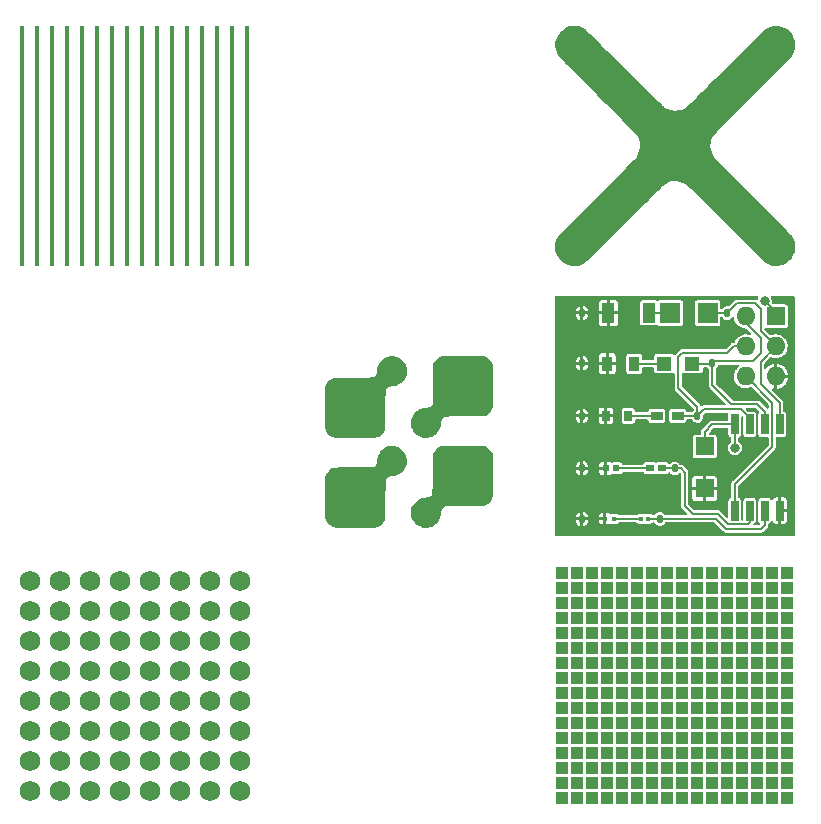
<source format=gtl>
G04 #@! TF.GenerationSoftware,KiCad,Pcbnew,(5.99.0-3771-g88a11f15e)*
G04 #@! TF.CreationDate,2020-10-05T20:50:06+02:00*
G04 #@! TF.ProjectId,remoticon_badge,72656d6f-7469-4636-9f6e-5f6261646765,rev?*
G04 #@! TF.SameCoordinates,PX3072580PY307257e*
G04 #@! TF.FileFunction,Copper,L1,Top*
G04 #@! TF.FilePolarity,Positive*
%FSLAX46Y46*%
G04 Gerber Fmt 4.6, Leading zero omitted, Abs format (unit mm)*
G04 Created by KiCad (PCBNEW (5.99.0-3771-g88a11f15e)) date 2020-10-05 20:50:06*
%MOMM*%
%LPD*%
G01*
G04 APERTURE LIST*
G04 #@! TA.AperFunction,ComponentPad*
%ADD10C,1.727200*%
G04 #@! TD*
G04 #@! TA.AperFunction,TestPad*
%ADD11O,0.508000X0.762000*%
G04 #@! TD*
G04 #@! TA.AperFunction,SMDPad,CuDef*
%ADD12R,1.016000X1.016000*%
G04 #@! TD*
G04 #@! TA.AperFunction,SMDPad,CuDef*
%ADD13R,0.450000X0.430000*%
G04 #@! TD*
G04 #@! TA.AperFunction,TestPad*
%ADD14O,1.600000X1.600000*%
G04 #@! TD*
G04 #@! TA.AperFunction,TestPad*
%ADD15R,1.600000X1.600000*%
G04 #@! TD*
G04 #@! TA.AperFunction,SMDPad,CuDef*
%ADD16R,0.400000X20.320000*%
G04 #@! TD*
G04 #@! TA.AperFunction,SMDPad,CuDef*
%ADD17R,0.700000X0.600000*%
G04 #@! TD*
G04 #@! TA.AperFunction,SMDPad,CuDef*
%ADD18R,0.400000X0.400000*%
G04 #@! TD*
G04 #@! TA.AperFunction,SMDPad,CuDef*
%ADD19R,0.900000X1.300000*%
G04 #@! TD*
G04 #@! TA.AperFunction,SMDPad,CuDef*
%ADD20R,0.700000X0.900000*%
G04 #@! TD*
G04 #@! TA.AperFunction,SMDPad,CuDef*
%ADD21R,1.100000X1.700000*%
G04 #@! TD*
G04 #@! TA.AperFunction,SMDPad,CuDef*
%ADD22R,1.300000X1.198880*%
G04 #@! TD*
G04 #@! TA.AperFunction,SMDPad,CuDef*
%ADD23R,0.600000X0.600000*%
G04 #@! TD*
G04 #@! TA.AperFunction,SMDPad,CuDef*
%ADD24R,1.700000X1.800860*%
G04 #@! TD*
G04 #@! TA.AperFunction,SMDPad,CuDef*
%ADD25R,1.000000X0.797560*%
G04 #@! TD*
G04 #@! TA.AperFunction,SMDPad,CuDef*
%ADD26R,1.600000X1.600000*%
G04 #@! TD*
G04 #@! TA.AperFunction,SMDPad,CuDef*
%ADD27R,0.650000X1.700000*%
G04 #@! TD*
G04 #@! TA.AperFunction,ViaPad*
%ADD28C,0.800000*%
G04 #@! TD*
G04 #@! TA.AperFunction,Conductor*
%ADD29C,0.203200*%
G04 #@! TD*
G04 APERTURE END LIST*
D10*
G04 #@! TO.P,REF\u002A\u002A,1*
G04 #@! TO.N,N/C*
X8890000Y-74930000D03*
G04 #@! TD*
D11*
G04 #@! TO.P,P5,1,P1*
G04 #@! TO.N,Net-(D5-Pad2)*
X57150000Y-67132200D03*
G04 #@! TD*
D12*
G04 #@! TO.P,REF\u002A\u002A,1*
G04 #@! TO.N,N/C*
X65405000Y-86995000D03*
G04 #@! TD*
G04 #@! TO.P,REF\u002A\u002A,1*
G04 #@! TO.N,N/C*
X61595000Y-85725000D03*
G04 #@! TD*
D10*
G04 #@! TO.P,REF\u002A\u002A,1*
G04 #@! TO.N,N/C*
X13970000Y-77470000D03*
G04 #@! TD*
D12*
G04 #@! TO.P,REF\u002A\u002A,1*
G04 #@! TO.N,N/C*
X53975000Y-86995000D03*
G04 #@! TD*
D13*
G04 #@! TO.P,R5,1*
G04 #@! TO.N,Net-(D5-Pad1)*
X53282800Y-67132200D03*
G04 #@! TO.P,R5,2*
G04 #@! TO.N,GND*
X52482800Y-67132200D03*
G04 #@! TD*
D12*
G04 #@! TO.P,REF\u002A\u002A,1*
G04 #@! TO.N,N/C*
X59055000Y-71755000D03*
G04 #@! TD*
G04 #@! TO.P,REF\u002A\u002A,1*
G04 #@! TO.N,N/C*
X56515000Y-71755000D03*
G04 #@! TD*
D14*
G04 #@! TO.P,CON1,1*
G04 #@! TO.N,Net-(CON1-Pad1)*
X64439800Y-49987200D03*
D15*
G04 #@! TO.P,CON1,2*
G04 #@! TO.N,+BATT*
X66979800Y-49987200D03*
D14*
G04 #@! TO.P,CON1,3*
G04 #@! TO.N,Net-(CON1-Pad3)*
X64439800Y-52527200D03*
G04 #@! TO.P,CON1,4*
G04 #@! TO.N,Net-(CON1-Pad4)*
X66979800Y-52527200D03*
G04 #@! TO.P,CON1,5*
G04 #@! TO.N,Net-(CON1-Pad5)*
X64439800Y-55067200D03*
G04 #@! TO.P,CON1,6*
G04 #@! TO.N,GND*
X66979800Y-55067200D03*
G04 #@! TD*
D10*
G04 #@! TO.P,REF\u002A\u002A,1*
G04 #@! TO.N,N/C*
X16510000Y-87630000D03*
G04 #@! TD*
D12*
G04 #@! TO.P,REF\u002A\u002A,1*
G04 #@! TO.N,N/C*
X62865000Y-89535000D03*
G04 #@! TD*
D10*
G04 #@! TO.P,REF\u002A\u002A,1*
G04 #@! TO.N,N/C*
X19050000Y-87630000D03*
G04 #@! TD*
D12*
G04 #@! TO.P,REF\u002A\u002A,1*
G04 #@! TO.N,N/C*
X48895000Y-76835000D03*
G04 #@! TD*
G04 #@! TO.P,REF\u002A\u002A,1*
G04 #@! TO.N,N/C*
X48895000Y-83185000D03*
G04 #@! TD*
G04 #@! TO.P,REF\u002A\u002A,1*
G04 #@! TO.N,N/C*
X52705000Y-83185000D03*
G04 #@! TD*
D10*
G04 #@! TO.P,REF\u002A\u002A,1*
G04 #@! TO.N,N/C*
X3810000Y-85090000D03*
G04 #@! TD*
D12*
G04 #@! TO.P,REF\u002A\u002A,1*
G04 #@! TO.N,N/C*
X48895000Y-86995000D03*
G04 #@! TD*
D10*
G04 #@! TO.P,REF\u002A\u002A,1*
G04 #@! TO.N,N/C*
X21590000Y-72390000D03*
G04 #@! TD*
D12*
G04 #@! TO.P,REF\u002A\u002A,1*
G04 #@! TO.N,N/C*
X67945000Y-81915000D03*
G04 #@! TD*
D10*
G04 #@! TO.P,REF\u002A\u002A,1*
G04 #@! TO.N,N/C*
X3810000Y-74930000D03*
G04 #@! TD*
G04 #@! TO.P,REF\u002A\u002A,1*
G04 #@! TO.N,N/C*
X13970000Y-74930000D03*
G04 #@! TD*
D12*
G04 #@! TO.P,REF\u002A\u002A,1*
G04 #@! TO.N,N/C*
X66675000Y-73025000D03*
G04 #@! TD*
G04 #@! TO.P,REF\u002A\u002A,1*
G04 #@! TO.N,N/C*
X62865000Y-78105000D03*
G04 #@! TD*
G04 #@! TO.P,REF\u002A\u002A,1*
G04 #@! TO.N,N/C*
X48895000Y-89535000D03*
G04 #@! TD*
G04 #@! TO.P,REF\u002A\u002A,1*
G04 #@! TO.N,N/C*
X65405000Y-76835000D03*
G04 #@! TD*
G04 #@! TO.P,REF\u002A\u002A,1*
G04 #@! TO.N,N/C*
X62865000Y-83185000D03*
G04 #@! TD*
D10*
G04 #@! TO.P,REF\u002A\u002A,1*
G04 #@! TO.N,N/C*
X16510000Y-90170000D03*
G04 #@! TD*
D12*
G04 #@! TO.P,REF\u002A\u002A,1*
G04 #@! TO.N,N/C*
X65405000Y-90805000D03*
G04 #@! TD*
G04 #@! TO.P,REF\u002A\u002A,1*
G04 #@! TO.N,N/C*
X61595000Y-86995000D03*
G04 #@! TD*
G04 #@! TO.P,REF\u002A\u002A,1*
G04 #@! TO.N,N/C*
X53975000Y-81915000D03*
G04 #@! TD*
G04 #@! TO.P,REF\u002A\u002A,1*
G04 #@! TO.N,N/C*
X67945000Y-83185000D03*
G04 #@! TD*
D10*
G04 #@! TO.P,REF\u002A\u002A,1*
G04 #@! TO.N,N/C*
X11430000Y-74930000D03*
G04 #@! TD*
D12*
G04 #@! TO.P,REF\u002A\u002A,1*
G04 #@! TO.N,N/C*
X48895000Y-85725000D03*
G04 #@! TD*
D10*
G04 #@! TO.P,REF\u002A\u002A,1*
G04 #@! TO.N,N/C*
X8890000Y-85090000D03*
G04 #@! TD*
D12*
G04 #@! TO.P,REF\u002A\u002A,1*
G04 #@! TO.N,N/C*
X56515000Y-73025000D03*
G04 #@! TD*
G04 #@! TO.P,REF\u002A\u002A,1*
G04 #@! TO.N,N/C*
X48895000Y-88265000D03*
G04 #@! TD*
G04 #@! TO.P,REF\u002A\u002A,1*
G04 #@! TO.N,N/C*
X60325000Y-79375000D03*
G04 #@! TD*
D10*
G04 #@! TO.P,REF\u002A\u002A,1*
G04 #@! TO.N,N/C*
X8890000Y-77470000D03*
G04 #@! TD*
D12*
G04 #@! TO.P,REF\u002A\u002A,1*
G04 #@! TO.N,N/C*
X62865000Y-81915000D03*
G04 #@! TD*
G04 #@! TO.P,REF\u002A\u002A,1*
G04 #@! TO.N,N/C*
X65405000Y-79375000D03*
G04 #@! TD*
G04 #@! TO.P,REF\u002A\u002A,1*
G04 #@! TO.N,N/C*
X64135000Y-80645000D03*
G04 #@! TD*
G04 #@! TO.P,REF\u002A\u002A,1*
G04 #@! TO.N,N/C*
X53975000Y-85725000D03*
G04 #@! TD*
G04 #@! TO.P,REF\u002A\u002A,1*
G04 #@! TO.N,N/C*
X60325000Y-78105000D03*
G04 #@! TD*
G04 #@! TO.P,REF\u002A\u002A,1*
G04 #@! TO.N,N/C*
X62865000Y-86995000D03*
G04 #@! TD*
G04 #@! TO.P,REF\u002A\u002A,1*
G04 #@! TO.N,N/C*
X59055000Y-78105000D03*
G04 #@! TD*
G04 #@! TO.P,REF\u002A\u002A,1*
G04 #@! TO.N,N/C*
X57785000Y-89535000D03*
G04 #@! TD*
D10*
G04 #@! TO.P,REF\u002A\u002A,1*
G04 #@! TO.N,N/C*
X3810000Y-80010000D03*
G04 #@! TD*
D12*
G04 #@! TO.P,REF\u002A\u002A,1*
G04 #@! TO.N,N/C*
X59055000Y-79375000D03*
G04 #@! TD*
G04 #@! TO.P,REF\u002A\u002A,1*
G04 #@! TO.N,N/C*
X52705000Y-90805000D03*
G04 #@! TD*
G04 #@! TO.P,REF\u002A\u002A,1*
G04 #@! TO.N,N/C*
X48895000Y-78105000D03*
G04 #@! TD*
G04 #@! TO.P,REF\u002A\u002A,1*
G04 #@! TO.N,N/C*
X53975000Y-78105000D03*
G04 #@! TD*
G04 #@! TO.P,REF\u002A\u002A,1*
G04 #@! TO.N,N/C*
X66675000Y-85725000D03*
G04 #@! TD*
G04 #@! TO.P,REF\u002A\u002A,1*
G04 #@! TO.N,N/C*
X50165000Y-89535000D03*
G04 #@! TD*
G04 #@! TO.P,REF\u002A\u002A,1*
G04 #@! TO.N,N/C*
X65405000Y-75565000D03*
G04 #@! TD*
G04 #@! TO.P,REF\u002A\u002A,1*
G04 #@! TO.N,N/C*
X48895000Y-84455000D03*
G04 #@! TD*
G04 #@! TO.P,REF\u002A\u002A,1*
G04 #@! TO.N,N/C*
X62865000Y-71755000D03*
G04 #@! TD*
D11*
G04 #@! TO.P,PG2,1,P1*
G04 #@! TO.N,GND*
X50546000Y-53975000D03*
G04 #@! TD*
D10*
G04 #@! TO.P,REF\u002A\u002A,1*
G04 #@! TO.N,N/C*
X6350000Y-85090000D03*
G04 #@! TD*
D12*
G04 #@! TO.P,REF\u002A\u002A,1*
G04 #@! TO.N,N/C*
X65405000Y-88265000D03*
G04 #@! TD*
G04 #@! TO.P,REF\u002A\u002A,1*
G04 #@! TO.N,N/C*
X64135000Y-81915000D03*
G04 #@! TD*
D10*
G04 #@! TO.P,REF\u002A\u002A,1*
G04 #@! TO.N,N/C*
X16510000Y-72390000D03*
G04 #@! TD*
D16*
G04 #@! TO.P,REF\u002A\u002A,1*
G04 #@! TO.N,N/C*
X12065000Y-35560000D03*
G04 #@! TD*
D10*
G04 #@! TO.P,REF\u002A\u002A,1*
G04 #@! TO.N,N/C*
X3810000Y-90170000D03*
G04 #@! TD*
G04 #@! TO.P,REF\u002A\u002A,1*
G04 #@! TO.N,N/C*
X16510000Y-85090000D03*
G04 #@! TD*
D12*
G04 #@! TO.P,REF\u002A\u002A,1*
G04 #@! TO.N,N/C*
X56515000Y-90805000D03*
G04 #@! TD*
D10*
G04 #@! TO.P,REF\u002A\u002A,1*
G04 #@! TO.N,N/C*
X6350000Y-77470000D03*
G04 #@! TD*
D12*
G04 #@! TO.P,REF\u002A\u002A,1*
G04 #@! TO.N,N/C*
X64135000Y-85725000D03*
G04 #@! TD*
G04 #@! TO.P,REF\u002A\u002A,1*
G04 #@! TO.N,N/C*
X60325000Y-86995000D03*
G04 #@! TD*
G04 #@! TO.P,REF\u002A\u002A,1*
G04 #@! TO.N,N/C*
X67945000Y-90805000D03*
G04 #@! TD*
G04 #@! TO.P,REF\u002A\u002A,1*
G04 #@! TO.N,N/C*
X55245000Y-73025000D03*
G04 #@! TD*
G04 #@! TO.P,REF\u002A\u002A,1*
G04 #@! TO.N,N/C*
X56515000Y-78105000D03*
G04 #@! TD*
G04 #@! TO.P,REF\u002A\u002A,1*
G04 #@! TO.N,N/C*
X56515000Y-89535000D03*
G04 #@! TD*
D10*
G04 #@! TO.P,REF\u002A\u002A,1*
G04 #@! TO.N,N/C*
X8890000Y-80010000D03*
G04 #@! TD*
D12*
G04 #@! TO.P,REF\u002A\u002A,1*
G04 #@! TO.N,N/C*
X62865000Y-73025000D03*
G04 #@! TD*
G04 #@! TO.P,REF\u002A\u002A,1*
G04 #@! TO.N,N/C*
X65405000Y-85725000D03*
G04 #@! TD*
D10*
G04 #@! TO.P,REF\u002A\u002A,1*
G04 #@! TO.N,N/C*
X19050000Y-82550000D03*
G04 #@! TD*
D12*
G04 #@! TO.P,REF\u002A\u002A,1*
G04 #@! TO.N,N/C*
X52705000Y-85725000D03*
G04 #@! TD*
D16*
G04 #@! TO.P,REF\u002A\u002A,1*
G04 #@! TO.N,N/C*
X22225000Y-35560000D03*
G04 #@! TD*
D17*
G04 #@! TO.P,D4,1,K*
G04 #@! TO.N,Net-(D4-Pad1)*
X56345200Y-62839600D03*
G04 #@! TO.P,D4,2,A*
G04 #@! TO.N,Net-(D4-Pad2)*
X57345200Y-62839600D03*
G04 #@! TD*
D12*
G04 #@! TO.P,REF\u002A\u002A,1*
G04 #@! TO.N,N/C*
X55245000Y-85725000D03*
G04 #@! TD*
G04 #@! TO.P,REF\u002A\u002A,1*
G04 #@! TO.N,N/C*
X61595000Y-80645000D03*
G04 #@! TD*
G04 #@! TO.P,REF\u002A\u002A,1*
G04 #@! TO.N,N/C*
X57785000Y-84455000D03*
G04 #@! TD*
D10*
G04 #@! TO.P,REF\u002A\u002A,1*
G04 #@! TO.N,N/C*
X6350000Y-87630000D03*
G04 #@! TD*
G04 #@! TO.P,REF\u002A\u002A,1*
G04 #@! TO.N,N/C*
X21590000Y-87630000D03*
G04 #@! TD*
D11*
G04 #@! TO.P,P3,1,P1*
G04 #@! TO.N,Net-(CON1-Pad3)*
X60325000Y-58420000D03*
G04 #@! TD*
D10*
G04 #@! TO.P,REF\u002A\u002A,1*
G04 #@! TO.N,N/C*
X21590000Y-74930000D03*
G04 #@! TD*
D12*
G04 #@! TO.P,REF\u002A\u002A,1*
G04 #@! TO.N,N/C*
X65405000Y-89535000D03*
G04 #@! TD*
G04 #@! TO.P,REF\u002A\u002A,1*
G04 #@! TO.N,N/C*
X56515000Y-74295000D03*
G04 #@! TD*
G04 #@! TO.P,REF\u002A\u002A,1*
G04 #@! TO.N,N/C*
X51435000Y-85725000D03*
G04 #@! TD*
G04 #@! TO.P,REF\u002A\u002A,1*
G04 #@! TO.N,N/C*
X56515000Y-75565000D03*
G04 #@! TD*
D16*
G04 #@! TO.P,REF\u002A\u002A,1*
G04 #@! TO.N,N/C*
X14605000Y-35560000D03*
G04 #@! TD*
D12*
G04 #@! TO.P,REF\u002A\u002A,1*
G04 #@! TO.N,N/C*
X62865000Y-85725000D03*
G04 #@! TD*
G04 #@! TO.P,REF\u002A\u002A,1*
G04 #@! TO.N,N/C*
X66675000Y-74295000D03*
G04 #@! TD*
D16*
G04 #@! TO.P,REF\u002A\u002A,1*
G04 #@! TO.N,N/C*
X6985000Y-35560000D03*
G04 #@! TD*
D12*
G04 #@! TO.P,REF\u002A\u002A,1*
G04 #@! TO.N,N/C*
X50165000Y-83185000D03*
G04 #@! TD*
D10*
G04 #@! TO.P,REF\u002A\u002A,1*
G04 #@! TO.N,N/C*
X3810000Y-77470000D03*
G04 #@! TD*
D12*
G04 #@! TO.P,REF\u002A\u002A,1*
G04 #@! TO.N,N/C*
X50165000Y-78105000D03*
G04 #@! TD*
D10*
G04 #@! TO.P,REF\u002A\u002A,1*
G04 #@! TO.N,N/C*
X21590000Y-85090000D03*
G04 #@! TD*
D12*
G04 #@! TO.P,REF\u002A\u002A,1*
G04 #@! TO.N,N/C*
X65405000Y-74295000D03*
G04 #@! TD*
G04 #@! TO.P,REF\u002A\u002A,1*
G04 #@! TO.N,N/C*
X55245000Y-78105000D03*
G04 #@! TD*
G04 #@! TO.P,REF\u002A\u002A,1*
G04 #@! TO.N,N/C*
X59055000Y-83185000D03*
G04 #@! TD*
G04 #@! TO.P,REF\u002A\u002A,1*
G04 #@! TO.N,N/C*
X57785000Y-75565000D03*
G04 #@! TD*
D10*
G04 #@! TO.P,REF\u002A\u002A,1*
G04 #@! TO.N,N/C*
X16510000Y-80010000D03*
G04 #@! TD*
D12*
G04 #@! TO.P,REF\u002A\u002A,1*
G04 #@! TO.N,N/C*
X51435000Y-74295000D03*
G04 #@! TD*
D10*
G04 #@! TO.P,REF\u002A\u002A,1*
G04 #@! TO.N,N/C*
X16510000Y-74930000D03*
G04 #@! TD*
D12*
G04 #@! TO.P,REF\u002A\u002A,1*
G04 #@! TO.N,N/C*
X66675000Y-88265000D03*
G04 #@! TD*
G04 #@! TO.P,REF\u002A\u002A,1*
G04 #@! TO.N,N/C*
X51435000Y-84455000D03*
G04 #@! TD*
G04 #@! TO.P,REF\u002A\u002A,1*
G04 #@! TO.N,N/C*
X67945000Y-86995000D03*
G04 #@! TD*
D10*
G04 #@! TO.P,REF\u002A\u002A,1*
G04 #@! TO.N,N/C*
X19050000Y-77470000D03*
G04 #@! TD*
G04 #@! TO.P,REF\u002A\u002A,1*
G04 #@! TO.N,N/C*
X11430000Y-77470000D03*
G04 #@! TD*
D12*
G04 #@! TO.P,REF\u002A\u002A,1*
G04 #@! TO.N,N/C*
X52705000Y-71755000D03*
G04 #@! TD*
G04 #@! TO.P,REF\u002A\u002A,1*
G04 #@! TO.N,N/C*
X51435000Y-71755000D03*
G04 #@! TD*
G04 #@! TO.P,REF\u002A\u002A,1*
G04 #@! TO.N,N/C*
X50165000Y-90805000D03*
G04 #@! TD*
G04 #@! TO.P,REF\u002A\u002A,1*
G04 #@! TO.N,N/C*
X51435000Y-89535000D03*
G04 #@! TD*
G04 #@! TO.P,REF\u002A\u002A,1*
G04 #@! TO.N,N/C*
X66675000Y-71755000D03*
G04 #@! TD*
G04 #@! TO.P,REF\u002A\u002A,1*
G04 #@! TO.N,N/C*
X57785000Y-90805000D03*
G04 #@! TD*
G04 #@! TO.P,REF\u002A\u002A,1*
G04 #@! TO.N,N/C*
X51435000Y-80645000D03*
G04 #@! TD*
G04 #@! TO.P,REF\u002A\u002A,1*
G04 #@! TO.N,N/C*
X57785000Y-78105000D03*
G04 #@! TD*
G04 #@! TO.P,REF\u002A\u002A,1*
G04 #@! TO.N,N/C*
X64135000Y-83185000D03*
G04 #@! TD*
G04 #@! TO.P,REF\u002A\u002A,1*
G04 #@! TO.N,N/C*
X55245000Y-71755000D03*
G04 #@! TD*
G04 #@! TO.P,REF\u002A\u002A,1*
G04 #@! TO.N,N/C*
X61595000Y-73025000D03*
G04 #@! TD*
G04 #@! TO.P,REF\u002A\u002A,1*
G04 #@! TO.N,N/C*
X60325000Y-83185000D03*
G04 #@! TD*
G04 #@! TO.P,REF\u002A\u002A,1*
G04 #@! TO.N,N/C*
X56515000Y-80645000D03*
G04 #@! TD*
G04 #@! TO.P,REF\u002A\u002A,1*
G04 #@! TO.N,N/C*
X59055000Y-75565000D03*
G04 #@! TD*
G04 #@! TO.P,REF\u002A\u002A,1*
G04 #@! TO.N,N/C*
X61595000Y-74295000D03*
G04 #@! TD*
D11*
G04 #@! TO.P,P4,1,P1*
G04 #@! TO.N,Net-(D4-Pad2)*
X58420000Y-62865000D03*
G04 #@! TD*
D12*
G04 #@! TO.P,REF\u002A\u002A,1*
G04 #@! TO.N,N/C*
X52705000Y-88265000D03*
G04 #@! TD*
G04 #@! TO.P,REF\u002A\u002A,1*
G04 #@! TO.N,N/C*
X53975000Y-71755000D03*
G04 #@! TD*
G04 #@! TO.P,REF\u002A\u002A,1*
G04 #@! TO.N,N/C*
X55245000Y-81915000D03*
G04 #@! TD*
G04 #@! TO.P,REF\u002A\u002A,1*
G04 #@! TO.N,N/C*
X66675000Y-90805000D03*
G04 #@! TD*
D10*
G04 #@! TO.P,REF\u002A\u002A,1*
G04 #@! TO.N,N/C*
X6350000Y-72390000D03*
G04 #@! TD*
D12*
G04 #@! TO.P,REF\u002A\u002A,1*
G04 #@! TO.N,N/C*
X57785000Y-83185000D03*
G04 #@! TD*
G04 #@! TO.P,REF\u002A\u002A,1*
G04 #@! TO.N,N/C*
X52705000Y-73025000D03*
G04 #@! TD*
G04 #@! TO.P,REF\u002A\u002A,1*
G04 #@! TO.N,N/C*
X62865000Y-75565000D03*
G04 #@! TD*
G04 #@! TO.P,REF\u002A\u002A,1*
G04 #@! TO.N,N/C*
X59055000Y-84455000D03*
G04 #@! TD*
G04 #@! TO.P,REF\u002A\u002A,1*
G04 #@! TO.N,N/C*
X60325000Y-80645000D03*
G04 #@! TD*
G04 #@! TO.P,REF\u002A\u002A,1*
G04 #@! TO.N,N/C*
X64135000Y-88265000D03*
G04 #@! TD*
G04 #@! TO.P,REF\u002A\u002A,1*
G04 #@! TO.N,N/C*
X67945000Y-89535000D03*
G04 #@! TD*
G04 #@! TO.P,REF\u002A\u002A,1*
G04 #@! TO.N,N/C*
X50165000Y-88265000D03*
G04 #@! TD*
G04 #@! TO.P,REF\u002A\u002A,1*
G04 #@! TO.N,N/C*
X50165000Y-79375000D03*
G04 #@! TD*
G04 #@! TO.P,REF\u002A\u002A,1*
G04 #@! TO.N,N/C*
X64135000Y-75565000D03*
G04 #@! TD*
G04 #@! TO.P,REF\u002A\u002A,1*
G04 #@! TO.N,N/C*
X53975000Y-79375000D03*
G04 #@! TD*
G04 #@! TO.P,REF\u002A\u002A,1*
G04 #@! TO.N,N/C*
X67945000Y-78105000D03*
G04 #@! TD*
G04 #@! TO.P,REF\u002A\u002A,1*
G04 #@! TO.N,N/C*
X52705000Y-76835000D03*
G04 #@! TD*
G04 #@! TO.P,REF\u002A\u002A,1*
G04 #@! TO.N,N/C*
X59055000Y-89535000D03*
G04 #@! TD*
G04 #@! TO.P,REF\u002A\u002A,1*
G04 #@! TO.N,N/C*
X65405000Y-81915000D03*
G04 #@! TD*
G04 #@! TO.P,REF\u002A\u002A,1*
G04 #@! TO.N,N/C*
X51435000Y-81915000D03*
G04 #@! TD*
G04 #@! TO.P,REF\u002A\u002A,1*
G04 #@! TO.N,N/C*
X48895000Y-81915000D03*
G04 #@! TD*
D10*
G04 #@! TO.P,REF\u002A\u002A,1*
G04 #@! TO.N,N/C*
X16510000Y-77470000D03*
G04 #@! TD*
D16*
G04 #@! TO.P,REF\u002A\u002A,1*
G04 #@! TO.N,N/C*
X13335000Y-35560000D03*
G04 #@! TD*
D12*
G04 #@! TO.P,REF\u002A\u002A,1*
G04 #@! TO.N,N/C*
X67945000Y-84455000D03*
G04 #@! TD*
G04 #@! TO.P,REF\u002A\u002A,1*
G04 #@! TO.N,N/C*
X66675000Y-75565000D03*
G04 #@! TD*
G04 #@! TO.P,REF\u002A\u002A,1*
G04 #@! TO.N,N/C*
X60325000Y-84455000D03*
G04 #@! TD*
G04 #@! TO.P,REF\u002A\u002A,1*
G04 #@! TO.N,N/C*
X64135000Y-89535000D03*
G04 #@! TD*
G04 #@! TO.P,REF\u002A\u002A,1*
G04 #@! TO.N,N/C*
X60325000Y-73025000D03*
G04 #@! TD*
D10*
G04 #@! TO.P,REF\u002A\u002A,1*
G04 #@! TO.N,N/C*
X3810000Y-72390000D03*
G04 #@! TD*
D12*
G04 #@! TO.P,REF\u002A\u002A,1*
G04 #@! TO.N,N/C*
X59055000Y-76835000D03*
G04 #@! TD*
D10*
G04 #@! TO.P,REF\u002A\u002A,1*
G04 #@! TO.N,N/C*
X11430000Y-85090000D03*
G04 #@! TD*
D12*
G04 #@! TO.P,REF\u002A\u002A,1*
G04 #@! TO.N,N/C*
X52705000Y-78105000D03*
G04 #@! TD*
G04 #@! TO.P,REF\u002A\u002A,1*
G04 #@! TO.N,N/C*
X56515000Y-76835000D03*
G04 #@! TD*
G04 #@! TO.P,REF\u002A\u002A,1*
G04 #@! TO.N,N/C*
X62865000Y-90805000D03*
G04 #@! TD*
G04 #@! TO.P,REF\u002A\u002A,1*
G04 #@! TO.N,N/C*
X53975000Y-76835000D03*
G04 #@! TD*
G04 #@! TO.P,REF\u002A\u002A,1*
G04 #@! TO.N,N/C*
X50165000Y-85725000D03*
G04 #@! TD*
G04 #@! TO.P,REF\u002A\u002A,1*
G04 #@! TO.N,N/C*
X51435000Y-90805000D03*
G04 #@! TD*
G04 #@! TO.P,REF\u002A\u002A,1*
G04 #@! TO.N,N/C*
X53975000Y-73025000D03*
G04 #@! TD*
G04 #@! TO.P,REF\u002A\u002A,1*
G04 #@! TO.N,N/C*
X60325000Y-81915000D03*
G04 #@! TD*
G04 #@! TO.P,REF\u002A\u002A,1*
G04 #@! TO.N,N/C*
X48895000Y-73025000D03*
G04 #@! TD*
G04 #@! TO.P,REF\u002A\u002A,1*
G04 #@! TO.N,N/C*
X67945000Y-75565000D03*
G04 #@! TD*
G04 #@! TO.P,REF\u002A\u002A,1*
G04 #@! TO.N,N/C*
X56515000Y-83185000D03*
G04 #@! TD*
G04 #@! TO.P,REF\u002A\u002A,1*
G04 #@! TO.N,N/C*
X50165000Y-76835000D03*
G04 #@! TD*
G04 #@! TO.P,REF\u002A\u002A,1*
G04 #@! TO.N,N/C*
X64135000Y-79375000D03*
G04 #@! TD*
G04 #@! TO.P,REF\u002A\u002A,1*
G04 #@! TO.N,N/C*
X59055000Y-81915000D03*
G04 #@! TD*
G04 #@! TO.P,REF\u002A\u002A,1*
G04 #@! TO.N,N/C*
X52705000Y-79375000D03*
G04 #@! TD*
D10*
G04 #@! TO.P,REF\u002A\u002A,1*
G04 #@! TO.N,N/C*
X21590000Y-90170000D03*
G04 #@! TD*
D16*
G04 #@! TO.P,REF\u002A\u002A,1*
G04 #@! TO.N,N/C*
X4445000Y-35560000D03*
G04 #@! TD*
G04 #@! TO.P,REF\u002A\u002A,1*
G04 #@! TO.N,N/C*
X9525000Y-35560000D03*
G04 #@! TD*
G04 #@! TO.P,REF\u002A\u002A,1*
G04 #@! TO.N,N/C*
X3175000Y-35560000D03*
G04 #@! TD*
D12*
G04 #@! TO.P,REF\u002A\u002A,1*
G04 #@! TO.N,N/C*
X66675000Y-84455000D03*
G04 #@! TD*
D10*
G04 #@! TO.P,REF\u002A\u002A,1*
G04 #@! TO.N,N/C*
X19050000Y-85090000D03*
G04 #@! TD*
D12*
G04 #@! TO.P,REF\u002A\u002A,1*
G04 #@! TO.N,N/C*
X59055000Y-88265000D03*
G04 #@! TD*
G04 #@! TO.P,REF\u002A\u002A,1*
G04 #@! TO.N,N/C*
X62865000Y-74295000D03*
G04 #@! TD*
G04 #@! TO.P,REF\u002A\u002A,1*
G04 #@! TO.N,N/C*
X55245000Y-86995000D03*
G04 #@! TD*
G04 #@! TO.P,REF\u002A\u002A,1*
G04 #@! TO.N,N/C*
X62865000Y-84455000D03*
G04 #@! TD*
G04 #@! TO.P,REF\u002A\u002A,1*
G04 #@! TO.N,N/C*
X66675000Y-81915000D03*
G04 #@! TD*
G04 #@! TO.P,REF\u002A\u002A,1*
G04 #@! TO.N,N/C*
X55245000Y-75565000D03*
G04 #@! TD*
G04 #@! TO.P,REF\u002A\u002A,1*
G04 #@! TO.N,N/C*
X56515000Y-88265000D03*
G04 #@! TD*
G04 #@! TO.P,REF\u002A\u002A,1*
G04 #@! TO.N,N/C*
X51435000Y-75565000D03*
G04 #@! TD*
G04 #@! TO.P,REF\u002A\u002A,1*
G04 #@! TO.N,N/C*
X55245000Y-76835000D03*
G04 #@! TD*
G04 #@! TO.P,REF\u002A\u002A,1*
G04 #@! TO.N,N/C*
X60325000Y-76835000D03*
G04 #@! TD*
G04 #@! TO.P,REF\u002A\u002A,1*
G04 #@! TO.N,N/C*
X51435000Y-73025000D03*
G04 #@! TD*
D10*
G04 #@! TO.P,REF\u002A\u002A,1*
G04 #@! TO.N,N/C*
X8890000Y-87630000D03*
G04 #@! TD*
G04 #@! TO.P,REF\u002A\u002A,1*
G04 #@! TO.N,N/C*
X21590000Y-82550000D03*
G04 #@! TD*
D12*
G04 #@! TO.P,REF\u002A\u002A,1*
G04 #@! TO.N,N/C*
X67945000Y-73025000D03*
G04 #@! TD*
G04 #@! TO.P,REF\u002A\u002A,1*
G04 #@! TO.N,N/C*
X56515000Y-86995000D03*
G04 #@! TD*
G04 #@! TO.P,REF\u002A\u002A,1*
G04 #@! TO.N,N/C*
X62865000Y-76835000D03*
G04 #@! TD*
G04 #@! TO.P,REF\u002A\u002A,1*
G04 #@! TO.N,N/C*
X60325000Y-88265000D03*
G04 #@! TD*
D10*
G04 #@! TO.P,REF\u002A\u002A,1*
G04 #@! TO.N,N/C*
X16510000Y-82550000D03*
G04 #@! TD*
D18*
G04 #@! TO.P,D5,1,K*
G04 #@! TO.N,Net-(D5-Pad1)*
X55580000Y-67132200D03*
G04 #@! TO.P,D5,2,A*
G04 #@! TO.N,Net-(D5-Pad2)*
X56180000Y-67132200D03*
G04 #@! TD*
D10*
G04 #@! TO.P,REF\u002A\u002A,1*
G04 #@! TO.N,N/C*
X8890000Y-72390000D03*
G04 #@! TD*
D12*
G04 #@! TO.P,REF\u002A\u002A,1*
G04 #@! TO.N,N/C*
X59055000Y-73025000D03*
G04 #@! TD*
G04 #@! TO.P,REF\u002A\u002A,1*
G04 #@! TO.N,N/C*
X53975000Y-74295000D03*
G04 #@! TD*
D10*
G04 #@! TO.P,REF\u002A\u002A,1*
G04 #@! TO.N,N/C*
X13970000Y-82550000D03*
G04 #@! TD*
G04 #@! TO.P,REF\u002A\u002A,1*
G04 #@! TO.N,N/C*
X21590000Y-77470000D03*
G04 #@! TD*
D12*
G04 #@! TO.P,REF\u002A\u002A,1*
G04 #@! TO.N,N/C*
X53975000Y-75565000D03*
G04 #@! TD*
G04 #@! TO.P,REF\u002A\u002A,1*
G04 #@! TO.N,N/C*
X62865000Y-80645000D03*
G04 #@! TD*
G04 #@! TO.P,REF\u002A\u002A,1*
G04 #@! TO.N,N/C*
X64135000Y-76835000D03*
G04 #@! TD*
D16*
G04 #@! TO.P,REF\u002A\u002A,1*
G04 #@! TO.N,N/C*
X19685000Y-35560000D03*
G04 #@! TD*
D12*
G04 #@! TO.P,REF\u002A\u002A,1*
G04 #@! TO.N,N/C*
X65405000Y-83185000D03*
G04 #@! TD*
G04 #@! TO.P,REF\u002A\u002A,1*
G04 #@! TO.N,N/C*
X64135000Y-90805000D03*
G04 #@! TD*
G04 #@! TO.P,REF\u002A\u002A,1*
G04 #@! TO.N,N/C*
X66675000Y-83185000D03*
G04 #@! TD*
D11*
G04 #@! TO.P,PG5,1,P1*
G04 #@! TO.N,GND*
X50546000Y-58420000D03*
G04 #@! TD*
D12*
G04 #@! TO.P,REF\u002A\u002A,1*
G04 #@! TO.N,N/C*
X61595000Y-78105000D03*
G04 #@! TD*
G04 #@! TO.P,REF\u002A\u002A,1*
G04 #@! TO.N,N/C*
X61595000Y-81915000D03*
G04 #@! TD*
G04 #@! TO.P,REF\u002A\u002A,1*
G04 #@! TO.N,N/C*
X60325000Y-90805000D03*
G04 #@! TD*
G04 #@! TO.P,REF\u002A\u002A,1*
G04 #@! TO.N,N/C*
X64135000Y-73025000D03*
G04 #@! TD*
G04 #@! TO.P,REF\u002A\u002A,1*
G04 #@! TO.N,N/C*
X53975000Y-83185000D03*
G04 #@! TD*
G04 #@! TO.P,REF\u002A\u002A,1*
G04 #@! TO.N,N/C*
X48895000Y-79375000D03*
G04 #@! TD*
G04 #@! TO.P,REF\u002A\u002A,1*
G04 #@! TO.N,N/C*
X52705000Y-84455000D03*
G04 #@! TD*
G04 #@! TO.P,REF\u002A\u002A,1*
G04 #@! TO.N,N/C*
X52705000Y-86995000D03*
G04 #@! TD*
D10*
G04 #@! TO.P,REF\u002A\u002A,1*
G04 #@! TO.N,N/C*
X8890000Y-82550000D03*
G04 #@! TD*
D12*
G04 #@! TO.P,REF\u002A\u002A,1*
G04 #@! TO.N,N/C*
X55245000Y-89535000D03*
G04 #@! TD*
G04 #@! TO.P,REF\u002A\u002A,1*
G04 #@! TO.N,N/C*
X65405000Y-73025000D03*
G04 #@! TD*
D10*
G04 #@! TO.P,REF\u002A\u002A,1*
G04 #@! TO.N,N/C*
X6350000Y-82550000D03*
G04 #@! TD*
D19*
G04 #@! TO.P,R2,1*
G04 #@! TO.N,Net-(D2-Pad1)*
X54991000Y-54000400D03*
G04 #@! TO.P,R2,2*
G04 #@! TO.N,GND*
X52705000Y-54000400D03*
G04 #@! TD*
D12*
G04 #@! TO.P,REF\u002A\u002A,1*
G04 #@! TO.N,N/C*
X57785000Y-76835000D03*
G04 #@! TD*
G04 #@! TO.P,REF\u002A\u002A,1*
G04 #@! TO.N,N/C*
X60325000Y-85725000D03*
G04 #@! TD*
G04 #@! TO.P,REF\u002A\u002A,1*
G04 #@! TO.N,N/C*
X61595000Y-71755000D03*
G04 #@! TD*
G04 #@! TO.P,REF\u002A\u002A,1*
G04 #@! TO.N,N/C*
X56515000Y-85725000D03*
G04 #@! TD*
G04 #@! TO.P,REF\u002A\u002A,1*
G04 #@! TO.N,N/C*
X50165000Y-81915000D03*
G04 #@! TD*
D16*
G04 #@! TO.P,REF\u002A\u002A,1*
G04 #@! TO.N,N/C*
X15875000Y-35560000D03*
G04 #@! TD*
D12*
G04 #@! TO.P,REF\u002A\u002A,1*
G04 #@! TO.N,N/C*
X65405000Y-71755000D03*
G04 #@! TD*
D11*
G04 #@! TO.P,P1,1,P1*
G04 #@! TO.N,Net-(CON1-Pad4)*
X62865000Y-49707800D03*
G04 #@! TD*
D12*
G04 #@! TO.P,REF\u002A\u002A,1*
G04 #@! TO.N,N/C*
X61595000Y-75565000D03*
G04 #@! TD*
G04 #@! TO.P,REF\u002A\u002A,1*
G04 #@! TO.N,N/C*
X59055000Y-90805000D03*
G04 #@! TD*
G04 #@! TO.P,REF\u002A\u002A,1*
G04 #@! TO.N,N/C*
X59055000Y-80645000D03*
G04 #@! TD*
D10*
G04 #@! TO.P,REF\u002A\u002A,1*
G04 #@! TO.N,N/C*
X3810000Y-82550000D03*
G04 #@! TD*
D16*
G04 #@! TO.P,REF\u002A\u002A,1*
G04 #@! TO.N,N/C*
X5715000Y-35560000D03*
G04 #@! TD*
D10*
G04 #@! TO.P,REF\u002A\u002A,1*
G04 #@! TO.N,N/C*
X19050000Y-74930000D03*
G04 #@! TD*
G04 #@! TO.P,REF\u002A\u002A,1*
G04 #@! TO.N,N/C*
X13970000Y-87630000D03*
G04 #@! TD*
D12*
G04 #@! TO.P,REF\u002A\u002A,1*
G04 #@! TO.N,N/C*
X60325000Y-71755000D03*
G04 #@! TD*
G04 #@! TO.P,REF\u002A\u002A,1*
G04 #@! TO.N,N/C*
X61595000Y-76835000D03*
G04 #@! TD*
G04 #@! TO.P,REF\u002A\u002A,1*
G04 #@! TO.N,N/C*
X55245000Y-80645000D03*
G04 #@! TD*
D11*
G04 #@! TO.P,P2,1,P1*
G04 #@! TO.N,Net-(CON1-Pad1)*
X61595000Y-53975000D03*
G04 #@! TD*
D12*
G04 #@! TO.P,REF\u002A\u002A,1*
G04 #@! TO.N,N/C*
X50165000Y-74295000D03*
G04 #@! TD*
G04 #@! TO.P,REF\u002A\u002A,1*
G04 #@! TO.N,N/C*
X62865000Y-88265000D03*
G04 #@! TD*
G04 #@! TO.P,REF\u002A\u002A,1*
G04 #@! TO.N,N/C*
X65405000Y-78105000D03*
G04 #@! TD*
G04 #@! TO.P,REF\u002A\u002A,1*
G04 #@! TO.N,N/C*
X57785000Y-85725000D03*
G04 #@! TD*
G04 #@! TO.P,REF\u002A\u002A,1*
G04 #@! TO.N,N/C*
X67945000Y-74295000D03*
G04 #@! TD*
D16*
G04 #@! TO.P,REF\u002A\u002A,1*
G04 #@! TO.N,N/C*
X10795000Y-35560000D03*
G04 #@! TD*
D12*
G04 #@! TO.P,REF\u002A\u002A,1*
G04 #@! TO.N,N/C*
X55245000Y-74295000D03*
G04 #@! TD*
G04 #@! TO.P,REF\u002A\u002A,1*
G04 #@! TO.N,N/C*
X66675000Y-86995000D03*
G04 #@! TD*
G04 #@! TO.P,REF\u002A\u002A,1*
G04 #@! TO.N,N/C*
X67945000Y-79375000D03*
G04 #@! TD*
D10*
G04 #@! TO.P,REF\u002A\u002A,1*
G04 #@! TO.N,N/C*
X11430000Y-87630000D03*
G04 #@! TD*
D12*
G04 #@! TO.P,REF\u002A\u002A,1*
G04 #@! TO.N,N/C*
X57785000Y-74295000D03*
G04 #@! TD*
D10*
G04 #@! TO.P,REF\u002A\u002A,1*
G04 #@! TO.N,N/C*
X11430000Y-72390000D03*
G04 #@! TD*
D12*
G04 #@! TO.P,REF\u002A\u002A,1*
G04 #@! TO.N,N/C*
X56515000Y-84455000D03*
G04 #@! TD*
D10*
G04 #@! TO.P,REF\u002A\u002A,1*
G04 #@! TO.N,N/C*
X13970000Y-90170000D03*
G04 #@! TD*
G04 #@! TO.P,REF\u002A\u002A,1*
G04 #@! TO.N,N/C*
X19050000Y-80010000D03*
G04 #@! TD*
G04 #@! TO.P,REF\u002A\u002A,1*
G04 #@! TO.N,N/C*
X6350000Y-90170000D03*
G04 #@! TD*
D12*
G04 #@! TO.P,REF\u002A\u002A,1*
G04 #@! TO.N,N/C*
X50165000Y-75565000D03*
G04 #@! TD*
G04 #@! TO.P,REF\u002A\u002A,1*
G04 #@! TO.N,N/C*
X50165000Y-86995000D03*
G04 #@! TD*
G04 #@! TO.P,REF\u002A\u002A,1*
G04 #@! TO.N,N/C*
X56515000Y-81915000D03*
G04 #@! TD*
D10*
G04 #@! TO.P,REF\u002A\u002A,1*
G04 #@! TO.N,N/C*
X13970000Y-85090000D03*
G04 #@! TD*
D12*
G04 #@! TO.P,REF\u002A\u002A,1*
G04 #@! TO.N,N/C*
X59055000Y-74295000D03*
G04 #@! TD*
G04 #@! TO.P,REF\u002A\u002A,1*
G04 #@! TO.N,N/C*
X55245000Y-84455000D03*
G04 #@! TD*
D20*
G04 #@! TO.P,R3,1*
G04 #@! TO.N,Net-(D3-Pad1)*
X54483000Y-58420000D03*
G04 #@! TO.P,R3,2*
G04 #@! TO.N,GND*
X52578000Y-58420000D03*
G04 #@! TD*
D10*
G04 #@! TO.P,REF\u002A\u002A,1*
G04 #@! TO.N,N/C*
X6350000Y-80010000D03*
G04 #@! TD*
D12*
G04 #@! TO.P,REF\u002A\u002A,1*
G04 #@! TO.N,N/C*
X66675000Y-89535000D03*
G04 #@! TD*
G04 #@! TO.P,REF\u002A\u002A,1*
G04 #@! TO.N,N/C*
X61595000Y-89535000D03*
G04 #@! TD*
G04 #@! TO.P,REF\u002A\u002A,1*
G04 #@! TO.N,N/C*
X57785000Y-88265000D03*
G04 #@! TD*
D10*
G04 #@! TO.P,REF\u002A\u002A,1*
G04 #@! TO.N,N/C*
X11430000Y-82550000D03*
G04 #@! TD*
D21*
G04 #@! TO.P,R1,1*
G04 #@! TO.N,Net-(D1-Pad1)*
X56235600Y-49707800D03*
G04 #@! TO.P,R1,2*
G04 #@! TO.N,GND*
X52806600Y-49707800D03*
G04 #@! TD*
D12*
G04 #@! TO.P,REF\u002A\u002A,1*
G04 #@! TO.N,N/C*
X51435000Y-78105000D03*
G04 #@! TD*
G04 #@! TO.P,REF\u002A\u002A,1*
G04 #@! TO.N,N/C*
X53975000Y-84455000D03*
G04 #@! TD*
G04 #@! TO.P,REF\u002A\u002A,1*
G04 #@! TO.N,N/C*
X66675000Y-76835000D03*
G04 #@! TD*
G04 #@! TO.P,REF\u002A\u002A,1*
G04 #@! TO.N,N/C*
X61595000Y-83185000D03*
G04 #@! TD*
G04 #@! TO.P,REF\u002A\u002A,1*
G04 #@! TO.N,N/C*
X48895000Y-90805000D03*
G04 #@! TD*
D10*
G04 #@! TO.P,REF\u002A\u002A,1*
G04 #@! TO.N,N/C*
X21590000Y-80010000D03*
G04 #@! TD*
D12*
G04 #@! TO.P,REF\u002A\u002A,1*
G04 #@! TO.N,N/C*
X67945000Y-71755000D03*
G04 #@! TD*
D16*
G04 #@! TO.P,REF\u002A\u002A,1*
G04 #@! TO.N,N/C*
X18415000Y-35560000D03*
G04 #@! TD*
D12*
G04 #@! TO.P,REF\u002A\u002A,1*
G04 #@! TO.N,N/C*
X60325000Y-75565000D03*
G04 #@! TD*
G04 #@! TO.P,REF\u002A\u002A,1*
G04 #@! TO.N,N/C*
X64135000Y-71755000D03*
G04 #@! TD*
G04 #@! TO.P,REF\u002A\u002A,1*
G04 #@! TO.N,N/C*
X61595000Y-88265000D03*
G04 #@! TD*
D11*
G04 #@! TO.P,PG1,1,P1*
G04 #@! TO.N,GND*
X50546000Y-62865000D03*
G04 #@! TD*
D12*
G04 #@! TO.P,REF\u002A\u002A,1*
G04 #@! TO.N,N/C*
X57785000Y-81915000D03*
G04 #@! TD*
G04 #@! TO.P,REF\u002A\u002A,1*
G04 #@! TO.N,N/C*
X67945000Y-80645000D03*
G04 #@! TD*
G04 #@! TO.P,REF\u002A\u002A,1*
G04 #@! TO.N,N/C*
X61595000Y-90805000D03*
G04 #@! TD*
G04 #@! TO.P,REF\u002A\u002A,1*
G04 #@! TO.N,N/C*
X52705000Y-80645000D03*
G04 #@! TD*
D22*
G04 #@! TO.P,D2,1,K*
G04 #@! TO.N,Net-(D2-Pad1)*
X57505600Y-54000400D03*
G04 #@! TO.P,D2,2,A*
G04 #@! TO.N,Net-(CON1-Pad1)*
X59918600Y-54000400D03*
G04 #@! TD*
D12*
G04 #@! TO.P,REF\u002A\u002A,1*
G04 #@! TO.N,N/C*
X67945000Y-88265000D03*
G04 #@! TD*
G04 #@! TO.P,REF\u002A\u002A,1*
G04 #@! TO.N,N/C*
X65405000Y-80645000D03*
G04 #@! TD*
G04 #@! TO.P,REF\u002A\u002A,1*
G04 #@! TO.N,N/C*
X53975000Y-88265000D03*
G04 #@! TD*
D10*
G04 #@! TO.P,REF\u002A\u002A,1*
G04 #@! TO.N,N/C*
X13970000Y-72390000D03*
G04 #@! TD*
D12*
G04 #@! TO.P,REF\u002A\u002A,1*
G04 #@! TO.N,N/C*
X50165000Y-80645000D03*
G04 #@! TD*
D10*
G04 #@! TO.P,REF\u002A\u002A,1*
G04 #@! TO.N,N/C*
X19050000Y-90170000D03*
G04 #@! TD*
D23*
G04 #@! TO.P,R4,1*
G04 #@! TO.N,Net-(D4-Pad1)*
X53486000Y-62865000D03*
G04 #@! TO.P,R4,2*
G04 #@! TO.N,GND*
X52586000Y-62865000D03*
G04 #@! TD*
D10*
G04 #@! TO.P,REF\u002A\u002A,1*
G04 #@! TO.N,N/C*
X13970000Y-80010000D03*
G04 #@! TD*
D12*
G04 #@! TO.P,REF\u002A\u002A,1*
G04 #@! TO.N,N/C*
X51435000Y-79375000D03*
G04 #@! TD*
G04 #@! TO.P,REF\u002A\u002A,1*
G04 #@! TO.N,N/C*
X55245000Y-90805000D03*
G04 #@! TD*
G04 #@! TO.P,REF\u002A\u002A,1*
G04 #@! TO.N,N/C*
X67945000Y-76835000D03*
G04 #@! TD*
D24*
G04 #@! TO.P,D1,1,K*
G04 #@! TO.N,Net-(D1-Pad1)*
X58039000Y-49707800D03*
G04 #@! TO.P,D1,2,A*
G04 #@! TO.N,Net-(CON1-Pad4)*
X61214000Y-49707800D03*
G04 #@! TD*
D10*
G04 #@! TO.P,REF\u002A\u002A,1*
G04 #@! TO.N,N/C*
X8890000Y-90170000D03*
G04 #@! TD*
D12*
G04 #@! TO.P,REF\u002A\u002A,1*
G04 #@! TO.N,N/C*
X51435000Y-76835000D03*
G04 #@! TD*
G04 #@! TA.AperFunction,TestPad*
G04 #@! TO.P,G\u002A\u002A\u002A,*
G04 #@! TO.N,*
G36*
X34609539Y-53370807D02*
G01*
X34697778Y-53374478D01*
X34766152Y-53382382D01*
X34825900Y-53395981D01*
X34888264Y-53416736D01*
X34908403Y-53424287D01*
X35102588Y-53512807D01*
X35269091Y-53622321D01*
X35420692Y-53761253D01*
X35422350Y-53763004D01*
X35561603Y-53938918D01*
X35664462Y-54130104D01*
X35731694Y-54331889D01*
X35764068Y-54539600D01*
X35762351Y-54748567D01*
X35727310Y-54954118D01*
X35659713Y-55151579D01*
X35560327Y-55336281D01*
X35429921Y-55503550D01*
X35269260Y-55648714D01*
X35094401Y-55759246D01*
X34941241Y-55829760D01*
X34792280Y-55876016D01*
X34628547Y-55903360D01*
X34560538Y-55909747D01*
X34398573Y-55928369D01*
X34270570Y-55957278D01*
X34168871Y-55998836D01*
X34085817Y-56055403D01*
X34084570Y-56056467D01*
X34055717Y-56080490D01*
X34030655Y-56101765D01*
X34009118Y-56123286D01*
X33990838Y-56148048D01*
X33975548Y-56179046D01*
X33962983Y-56219274D01*
X33952875Y-56271728D01*
X33944957Y-56339402D01*
X33938962Y-56425291D01*
X33934624Y-56532390D01*
X33931676Y-56663693D01*
X33929851Y-56822196D01*
X33928882Y-57010892D01*
X33928502Y-57232778D01*
X33928445Y-57490847D01*
X33928444Y-57788095D01*
X33928439Y-57808857D01*
X33928317Y-58117606D01*
X33927967Y-58387111D01*
X33927181Y-58620496D01*
X33925749Y-58820886D01*
X33923461Y-58991404D01*
X33920106Y-59135177D01*
X33915476Y-59255327D01*
X33909359Y-59354979D01*
X33901548Y-59437259D01*
X33891831Y-59505289D01*
X33879998Y-59562195D01*
X33865841Y-59611102D01*
X33849149Y-59655132D01*
X33829712Y-59697412D01*
X33807320Y-59741065D01*
X33797424Y-59759734D01*
X33688092Y-59921728D01*
X33547676Y-60060588D01*
X33383329Y-60171301D01*
X33202204Y-60248855D01*
X33049658Y-60283708D01*
X33001868Y-60287349D01*
X32915971Y-60290587D01*
X32796182Y-60293422D01*
X32646723Y-60295858D01*
X32471810Y-60297896D01*
X32275662Y-60299540D01*
X32062498Y-60300790D01*
X31836537Y-60301649D01*
X31601997Y-60302120D01*
X31363097Y-60302203D01*
X31124055Y-60301903D01*
X30889089Y-60301220D01*
X30662419Y-60300158D01*
X30448263Y-60298717D01*
X30250839Y-60296901D01*
X30074366Y-60294711D01*
X29923063Y-60292150D01*
X29801147Y-60289219D01*
X29712838Y-60285922D01*
X29662355Y-60282260D01*
X29660166Y-60281964D01*
X29516931Y-60245593D01*
X29366970Y-60180379D01*
X29225089Y-60093967D01*
X29109835Y-59997772D01*
X29009363Y-59876286D01*
X28922314Y-59731144D01*
X28856762Y-59577844D01*
X28823099Y-59447440D01*
X28818986Y-59400376D01*
X28815323Y-59315368D01*
X28812108Y-59196562D01*
X28809339Y-59048108D01*
X28807013Y-58874153D01*
X28805128Y-58678845D01*
X28803681Y-58466334D01*
X28802670Y-58240766D01*
X28802092Y-58006291D01*
X28801944Y-57767056D01*
X28802225Y-57527209D01*
X28802932Y-57290899D01*
X28804061Y-57062275D01*
X28805612Y-56845483D01*
X28807581Y-56644673D01*
X28809965Y-56463992D01*
X28812763Y-56307589D01*
X28815971Y-56179612D01*
X28819588Y-56084209D01*
X28823611Y-56025528D01*
X28825161Y-56014175D01*
X28880548Y-55824999D01*
X28972200Y-55651132D01*
X29095320Y-55497452D01*
X29245110Y-55368833D01*
X29416771Y-55270153D01*
X29605505Y-55206287D01*
X29624137Y-55202210D01*
X29670224Y-55196943D01*
X29754995Y-55192362D01*
X29878943Y-55188459D01*
X30042561Y-55185226D01*
X30246342Y-55182658D01*
X30490776Y-55180748D01*
X30776359Y-55179487D01*
X31103581Y-55178869D01*
X31271898Y-55178799D01*
X31572254Y-55178829D01*
X31833253Y-55178766D01*
X32057904Y-55178382D01*
X32249219Y-55177450D01*
X32410208Y-55175742D01*
X32543882Y-55173029D01*
X32653251Y-55169085D01*
X32741327Y-55163680D01*
X32811119Y-55156588D01*
X32865639Y-55147581D01*
X32907897Y-55136430D01*
X32940904Y-55122909D01*
X32967670Y-55106788D01*
X32991206Y-55087840D01*
X33014523Y-55065838D01*
X33035626Y-55045324D01*
X33100379Y-54973557D01*
X33147123Y-54895507D01*
X33179674Y-54801279D01*
X33201850Y-54680984D01*
X33212170Y-54587812D01*
X33244113Y-54366793D01*
X33298323Y-54175090D01*
X33378559Y-54003909D01*
X33488580Y-53844454D01*
X33569402Y-53751870D01*
X33720216Y-53614911D01*
X33892969Y-53504634D01*
X34071980Y-53424287D01*
X34137199Y-53401187D01*
X34196548Y-53385667D01*
X34261269Y-53376266D01*
X34342603Y-53371520D01*
X34451791Y-53369970D01*
X34490191Y-53369909D01*
X34609539Y-53370807D01*
G37*
G04 #@! TD.AperFunction*
G04 #@! TA.AperFunction,TestPad*
G36*
X67280152Y-25411616D02*
G01*
X67528551Y-25470471D01*
X67760954Y-25566268D01*
X67973947Y-25696893D01*
X68164117Y-25860229D01*
X68328048Y-26054163D01*
X68462329Y-26276579D01*
X68469026Y-26290085D01*
X68551799Y-26491989D01*
X68603175Y-26700339D01*
X68625718Y-26926842D01*
X68627272Y-27012052D01*
X68617944Y-27216628D01*
X68587396Y-27399647D01*
X68531780Y-27577075D01*
X68447251Y-27764883D01*
X68444712Y-27769892D01*
X68345412Y-27965346D01*
X65067939Y-31248916D01*
X64755863Y-31561715D01*
X64451282Y-31867283D01*
X64155588Y-32164212D01*
X63870171Y-32451095D01*
X63596424Y-32726525D01*
X63335738Y-32989095D01*
X63089503Y-33237397D01*
X62859112Y-33470024D01*
X62645956Y-33685570D01*
X62451427Y-33882626D01*
X62276915Y-34059786D01*
X62123812Y-34215643D01*
X61993509Y-34348790D01*
X61887399Y-34457819D01*
X61806871Y-34541323D01*
X61753319Y-34597895D01*
X61728132Y-34626128D01*
X61726898Y-34627815D01*
X61596433Y-34859564D01*
X61505197Y-35102090D01*
X61453265Y-35351397D01*
X61440711Y-35603490D01*
X61467609Y-35854375D01*
X61534033Y-36100057D01*
X61640059Y-36336541D01*
X61693401Y-36427389D01*
X61718547Y-36458289D01*
X61773767Y-36518907D01*
X61858997Y-36609180D01*
X61974177Y-36729044D01*
X62119243Y-36878436D01*
X62294132Y-37057293D01*
X62498783Y-37265551D01*
X62733133Y-37503147D01*
X62997120Y-37770018D01*
X63290681Y-38066100D01*
X63613753Y-38391330D01*
X63966275Y-38745645D01*
X64348184Y-39128981D01*
X64759417Y-39541276D01*
X65025054Y-39807381D01*
X65336294Y-40119231D01*
X65640075Y-40423909D01*
X65935000Y-40720000D01*
X66219668Y-41006088D01*
X66492682Y-41280758D01*
X66752641Y-41542594D01*
X66998147Y-41790181D01*
X67227800Y-42022104D01*
X67440200Y-42236947D01*
X67633950Y-42433295D01*
X67807649Y-42609732D01*
X67959899Y-42764844D01*
X68089300Y-42897214D01*
X68194452Y-43005427D01*
X68273958Y-43088067D01*
X68326417Y-43143721D01*
X68350431Y-43170971D01*
X68351153Y-43171988D01*
X68444592Y-43333779D01*
X68525527Y-43516563D01*
X68584961Y-43699277D01*
X68595968Y-43745019D01*
X68616747Y-43883057D01*
X68625381Y-44042628D01*
X68622391Y-44210085D01*
X68608297Y-44371785D01*
X68583620Y-44514082D01*
X68563958Y-44584445D01*
X68458692Y-44835508D01*
X68322221Y-45057914D01*
X68154522Y-45251689D01*
X67955571Y-45416864D01*
X67755780Y-45537978D01*
X67571230Y-45621516D01*
X67388901Y-45676268D01*
X67194617Y-45705594D01*
X67017264Y-45713023D01*
X66757837Y-45697012D01*
X66519427Y-45646066D01*
X66297141Y-45558772D01*
X66112959Y-45452094D01*
X66088375Y-45430748D01*
X66035252Y-45380837D01*
X65955007Y-45303759D01*
X65849056Y-45200912D01*
X65718814Y-45073698D01*
X65565697Y-44923513D01*
X65391121Y-44751757D01*
X65196502Y-44559829D01*
X64983254Y-44349129D01*
X64752795Y-44121054D01*
X64506540Y-43877004D01*
X64245904Y-43618377D01*
X63972303Y-43346574D01*
X63687154Y-43062992D01*
X63391871Y-42769031D01*
X63087870Y-42466089D01*
X62776568Y-42155566D01*
X62748623Y-42127676D01*
X62318752Y-41698830D01*
X61918544Y-41299987D01*
X61547876Y-40931022D01*
X61206620Y-40591812D01*
X60894650Y-40282232D01*
X60611841Y-40002158D01*
X60358066Y-39751466D01*
X60133200Y-39530032D01*
X59937116Y-39337732D01*
X59769689Y-39174442D01*
X59630792Y-39040037D01*
X59520300Y-38934393D01*
X59438086Y-38857387D01*
X59384024Y-38808894D01*
X59360634Y-38790333D01*
X59128967Y-38664708D01*
X58886337Y-38578909D01*
X58636409Y-38532995D01*
X58382845Y-38527029D01*
X58129308Y-38561069D01*
X57879462Y-38635178D01*
X57636970Y-38749416D01*
X57616112Y-38761387D01*
X57594215Y-38777210D01*
X57558056Y-38807713D01*
X57506730Y-38853786D01*
X57439331Y-38916321D01*
X57354953Y-38996207D01*
X57252690Y-39094334D01*
X57131637Y-39211593D01*
X56990888Y-39348874D01*
X56829537Y-39507068D01*
X56646679Y-39687065D01*
X56441407Y-39889756D01*
X56212816Y-40116030D01*
X55960001Y-40366777D01*
X55682055Y-40642889D01*
X55378072Y-40945256D01*
X55047148Y-41274767D01*
X54688376Y-41632314D01*
X54300851Y-42018787D01*
X54200750Y-42118652D01*
X53824325Y-42494254D01*
X53476685Y-42841156D01*
X53156574Y-43160535D01*
X52862734Y-43453565D01*
X52593908Y-43721424D01*
X52348840Y-43965287D01*
X52126273Y-44186330D01*
X51924950Y-44385730D01*
X51743614Y-44564663D01*
X51581009Y-44724304D01*
X51435877Y-44865829D01*
X51306961Y-44990416D01*
X51193005Y-45099239D01*
X51092751Y-45193475D01*
X51004944Y-45274300D01*
X50928325Y-45342891D01*
X50861639Y-45400422D01*
X50803628Y-45448070D01*
X50753036Y-45487012D01*
X50708605Y-45518423D01*
X50669079Y-45543480D01*
X50633200Y-45563358D01*
X50599713Y-45579233D01*
X50567360Y-45592283D01*
X50534884Y-45603682D01*
X50501029Y-45614606D01*
X50464537Y-45626233D01*
X50445559Y-45632460D01*
X50209668Y-45694862D01*
X49979723Y-45720800D01*
X49742471Y-45711580D01*
X49697145Y-45706180D01*
X49458238Y-45654176D01*
X49226524Y-45563113D01*
X49008579Y-45436296D01*
X48810974Y-45277030D01*
X48775810Y-45242913D01*
X48607207Y-45045548D01*
X48474611Y-44829057D01*
X48378712Y-44597719D01*
X48320197Y-44355809D01*
X48299755Y-44107606D01*
X48318074Y-43857386D01*
X48375843Y-43609427D01*
X48473750Y-43368004D01*
X48473970Y-43367562D01*
X48516121Y-43286288D01*
X48557654Y-43211264D01*
X48589978Y-43157978D01*
X48591498Y-43155719D01*
X48610491Y-43134722D01*
X48658053Y-43085155D01*
X48732799Y-43008415D01*
X48833345Y-42905895D01*
X48958306Y-42778993D01*
X49106298Y-42629103D01*
X49275937Y-42457621D01*
X49465838Y-42265943D01*
X49674618Y-42055464D01*
X49900890Y-41827580D01*
X50143272Y-41583686D01*
X50400379Y-41325179D01*
X50670826Y-41053453D01*
X50953230Y-40769904D01*
X51246205Y-40475928D01*
X51548367Y-40172920D01*
X51858332Y-39862276D01*
X51891979Y-39828565D01*
X52203122Y-39516704D01*
X52506802Y-39212025D01*
X52801620Y-38915945D01*
X53086178Y-38629878D01*
X53359077Y-38355240D01*
X53618919Y-38093445D01*
X53864305Y-37845909D01*
X54093837Y-37614048D01*
X54306115Y-37399275D01*
X54499742Y-37203006D01*
X54673318Y-37026657D01*
X54825445Y-36871642D01*
X54954725Y-36739377D01*
X55059759Y-36631277D01*
X55139148Y-36548757D01*
X55191493Y-36493232D01*
X55215397Y-36466117D01*
X55216103Y-36465121D01*
X55343310Y-36238385D01*
X55431840Y-35998820D01*
X55481660Y-35750959D01*
X55492741Y-35499338D01*
X55465053Y-35248489D01*
X55398563Y-35002948D01*
X55293242Y-34767248D01*
X55228336Y-34658089D01*
X55202888Y-34626775D01*
X55148630Y-34566994D01*
X55065469Y-34478648D01*
X54953309Y-34361642D01*
X54812056Y-34215878D01*
X54641614Y-34041261D01*
X54441888Y-33837693D01*
X54212783Y-33605079D01*
X53954205Y-33343321D01*
X53666059Y-33052324D01*
X53348248Y-32731991D01*
X53000679Y-32382225D01*
X52623256Y-32002930D01*
X52215885Y-31594009D01*
X51871791Y-31248916D01*
X51481430Y-30857456D01*
X51120158Y-30494937D01*
X50787039Y-30160405D01*
X50481136Y-29852906D01*
X50201514Y-29571488D01*
X49947235Y-29315198D01*
X49717363Y-29083083D01*
X49510962Y-28874189D01*
X49327097Y-28687565D01*
X49164830Y-28522255D01*
X49023225Y-28377309D01*
X48901346Y-28251772D01*
X48798257Y-28144691D01*
X48713021Y-28055114D01*
X48644703Y-27982087D01*
X48592365Y-27924658D01*
X48555072Y-27881873D01*
X48531887Y-27852780D01*
X48524501Y-27841746D01*
X48416514Y-27615638D01*
X48343690Y-27372201D01*
X48306948Y-27119054D01*
X48307207Y-26863817D01*
X48345384Y-26614107D01*
X48366738Y-26533270D01*
X48418276Y-26394973D01*
X48492736Y-26243739D01*
X48581637Y-26095077D01*
X48676502Y-25964494D01*
X48680148Y-25960052D01*
X48840809Y-25795618D01*
X49031304Y-25651684D01*
X49241613Y-25534374D01*
X49461715Y-25449810D01*
X49554974Y-25425464D01*
X49699311Y-25403248D01*
X49866596Y-25393276D01*
X50039356Y-25395544D01*
X50200122Y-25410050D01*
X50288061Y-25425621D01*
X50445634Y-25471977D01*
X50613400Y-25539973D01*
X50771765Y-25621122D01*
X50846735Y-25667598D01*
X50871328Y-25688956D01*
X50924458Y-25738885D01*
X51004711Y-25815989D01*
X51110674Y-25918872D01*
X51240935Y-26046135D01*
X51394080Y-26196384D01*
X51568696Y-26368220D01*
X51763370Y-26560247D01*
X51976689Y-26771069D01*
X52207239Y-26999288D01*
X52453608Y-27243508D01*
X52714381Y-27502332D01*
X52988147Y-27774364D01*
X53273492Y-28058206D01*
X53569003Y-28352462D01*
X53873266Y-28655735D01*
X54184869Y-28966628D01*
X54221934Y-29003630D01*
X54597073Y-29378174D01*
X54943439Y-29724011D01*
X55262295Y-30042321D01*
X55554897Y-30334284D01*
X55822508Y-30601080D01*
X56066386Y-30843889D01*
X56287790Y-31063891D01*
X56487982Y-31262266D01*
X56668219Y-31440194D01*
X56829762Y-31598856D01*
X56973871Y-31739430D01*
X57101806Y-31863098D01*
X57214825Y-31971038D01*
X57314189Y-32064432D01*
X57401157Y-32144459D01*
X57476989Y-32212299D01*
X57542945Y-32269132D01*
X57600284Y-32316138D01*
X57650266Y-32354498D01*
X57694151Y-32385390D01*
X57733198Y-32409996D01*
X57768667Y-32429495D01*
X57801818Y-32445067D01*
X57833910Y-32457892D01*
X57866203Y-32469151D01*
X57899957Y-32480022D01*
X57936431Y-32491687D01*
X57950375Y-32496276D01*
X58205002Y-32559487D01*
X58460995Y-32580956D01*
X58715455Y-32561094D01*
X58965483Y-32500313D01*
X59208178Y-32399024D01*
X59390909Y-32291908D01*
X59414866Y-32271020D01*
X59467361Y-32221564D01*
X59546980Y-32144939D01*
X59652308Y-32042544D01*
X59781931Y-31915776D01*
X59934433Y-31766036D01*
X60108402Y-31594720D01*
X60302423Y-31403228D01*
X60515080Y-31192958D01*
X60744961Y-30965310D01*
X60990650Y-30721680D01*
X61250733Y-30463469D01*
X61523796Y-30192074D01*
X61808425Y-29908894D01*
X62103204Y-29615328D01*
X62406720Y-29312773D01*
X62717559Y-29002630D01*
X62738031Y-28982193D01*
X63049372Y-28671536D01*
X63353528Y-28368345D01*
X63649082Y-28074021D01*
X63934617Y-27789964D01*
X64208715Y-27517576D01*
X64469959Y-27258257D01*
X64716931Y-27013409D01*
X64948214Y-26784431D01*
X65162391Y-26572726D01*
X65358045Y-26379694D01*
X65533758Y-26206736D01*
X65688113Y-26055253D01*
X65819692Y-25926645D01*
X65927079Y-25822315D01*
X66008855Y-25743661D01*
X66063604Y-25692087D01*
X66089908Y-25668991D01*
X66090574Y-25668526D01*
X66303070Y-25545611D01*
X66520353Y-25460167D01*
X66750631Y-25409749D01*
X67002116Y-25391909D01*
X67019171Y-25391819D01*
X67280152Y-25411616D01*
G37*
G04 #@! TD.AperFunction*
G04 #@! TA.AperFunction,TestPad*
G36*
X34738678Y-60984318D02*
G01*
X34899411Y-61021383D01*
X35050428Y-61082964D01*
X35191025Y-61163576D01*
X35365338Y-61298821D01*
X35508867Y-61458785D01*
X35621090Y-61638532D01*
X35701485Y-61833126D01*
X35749530Y-62037631D01*
X35764703Y-62247113D01*
X35746481Y-62456636D01*
X35694342Y-62661264D01*
X35607764Y-62856062D01*
X35486225Y-63036094D01*
X35399293Y-63132016D01*
X35238547Y-63271670D01*
X35070450Y-63375855D01*
X34886710Y-63448333D01*
X34679033Y-63492864D01*
X34577817Y-63504584D01*
X34448619Y-63517994D01*
X34351246Y-63532840D01*
X34275166Y-63551467D01*
X34209845Y-63576220D01*
X34171189Y-63595117D01*
X34098514Y-63645535D01*
X34027346Y-63714941D01*
X33971585Y-63788570D01*
X33951291Y-63828677D01*
X33946247Y-63863266D01*
X33941838Y-63938726D01*
X33938060Y-64055257D01*
X33934910Y-64213060D01*
X33932386Y-64412336D01*
X33930484Y-64653285D01*
X33929202Y-64936109D01*
X33928537Y-65261008D01*
X33928439Y-65417501D01*
X33928303Y-65725368D01*
X33927925Y-65993985D01*
X33927118Y-66226470D01*
X33925690Y-66425944D01*
X33923454Y-66595524D01*
X33920220Y-66738330D01*
X33915798Y-66857479D01*
X33910000Y-66956092D01*
X33902635Y-67037287D01*
X33893515Y-67104182D01*
X33882450Y-67159897D01*
X33869252Y-67207551D01*
X33853730Y-67250261D01*
X33835695Y-67291147D01*
X33814959Y-67333328D01*
X33811774Y-67339625D01*
X33713363Y-67491363D01*
X33582832Y-67628983D01*
X33430025Y-67744194D01*
X33264786Y-67828706D01*
X33206613Y-67849257D01*
X33181600Y-67856514D01*
X33154379Y-67862839D01*
X33122027Y-67868291D01*
X33081621Y-67872934D01*
X33030236Y-67876829D01*
X32964949Y-67880037D01*
X32882836Y-67882620D01*
X32780973Y-67884640D01*
X32656437Y-67886158D01*
X32506304Y-67887237D01*
X32327650Y-67887937D01*
X32117552Y-67888321D01*
X31873085Y-67888451D01*
X31591326Y-67888387D01*
X31358321Y-67888252D01*
X31046152Y-67887992D01*
X30773462Y-67887612D01*
X30537358Y-67887050D01*
X30334951Y-67886248D01*
X30163350Y-67885144D01*
X30019663Y-67883677D01*
X29901001Y-67881786D01*
X29804472Y-67879412D01*
X29727186Y-67876494D01*
X29666252Y-67872970D01*
X29618779Y-67868781D01*
X29581877Y-67863865D01*
X29552654Y-67858162D01*
X29528221Y-67851612D01*
X29522231Y-67849741D01*
X29359175Y-67782275D01*
X29214921Y-67687635D01*
X29093609Y-67575501D01*
X28969066Y-67420434D01*
X28882173Y-67253332D01*
X28832712Y-67087164D01*
X28826457Y-67035611D01*
X28820862Y-66945891D01*
X28815926Y-66822203D01*
X28811649Y-66668743D01*
X28808031Y-66489709D01*
X28805069Y-66289299D01*
X28802764Y-66071708D01*
X28801115Y-65841136D01*
X28800120Y-65601779D01*
X28799779Y-65357834D01*
X28800092Y-65113500D01*
X28801057Y-64872972D01*
X28802673Y-64640449D01*
X28804941Y-64420128D01*
X28807858Y-64216206D01*
X28811425Y-64032881D01*
X28815640Y-63874349D01*
X28820503Y-63744809D01*
X28826013Y-63648457D01*
X28832168Y-63589491D01*
X28833374Y-63583035D01*
X28892547Y-63400885D01*
X28987057Y-63232313D01*
X29111298Y-63082968D01*
X29259667Y-62958496D01*
X29426557Y-62864548D01*
X29602952Y-62807477D01*
X29648604Y-62802196D01*
X29732212Y-62797601D01*
X29854361Y-62793682D01*
X30015641Y-62790432D01*
X30216637Y-62787842D01*
X30457936Y-62785903D01*
X30740127Y-62784608D01*
X31063796Y-62783947D01*
X31244737Y-62783852D01*
X31590375Y-62783507D01*
X31893904Y-62782526D01*
X32155582Y-62780905D01*
X32375664Y-62778640D01*
X32554406Y-62775729D01*
X32692064Y-62772166D01*
X32788895Y-62767950D01*
X32845154Y-62763075D01*
X32856472Y-62760908D01*
X32940619Y-62720396D01*
X33026208Y-62650751D01*
X33102288Y-62563350D01*
X33157906Y-62469575D01*
X33171857Y-62433193D01*
X33189650Y-62359569D01*
X33205767Y-62263253D01*
X33216977Y-62163894D01*
X33217700Y-62154595D01*
X33252998Y-61923336D01*
X33323998Y-61713691D01*
X33432372Y-61522141D01*
X33579792Y-61345165D01*
X33621594Y-61304065D01*
X33792183Y-61164445D01*
X33971276Y-61063245D01*
X34164272Y-60998513D01*
X34376571Y-60968298D01*
X34553341Y-60967183D01*
X34738678Y-60984318D01*
G37*
G04 #@! TD.AperFunction*
G04 #@! TA.AperFunction,TestPad*
G36*
X40823978Y-53357225D02*
G01*
X41138740Y-53358063D01*
X41412591Y-53359472D01*
X41646258Y-53361461D01*
X41840468Y-53364040D01*
X41995947Y-53367218D01*
X42113424Y-53371005D01*
X42193624Y-53375412D01*
X42237275Y-53380446D01*
X42237314Y-53380454D01*
X42415300Y-53438555D01*
X42581246Y-53532688D01*
X42729448Y-53656994D01*
X42854199Y-53805612D01*
X42949797Y-53972682D01*
X43010537Y-54152344D01*
X43016442Y-54180824D01*
X43020740Y-54225102D01*
X43024575Y-54307429D01*
X43027949Y-54423718D01*
X43030864Y-54569884D01*
X43033323Y-54741839D01*
X43035329Y-54935498D01*
X43036884Y-55146774D01*
X43037991Y-55371583D01*
X43038652Y-55605837D01*
X43038870Y-55845450D01*
X43038648Y-56086337D01*
X43037988Y-56324411D01*
X43036892Y-56555586D01*
X43035364Y-56775777D01*
X43033405Y-56980896D01*
X43031019Y-57166859D01*
X43028208Y-57329578D01*
X43024975Y-57464968D01*
X43021322Y-57568943D01*
X43017251Y-57637417D01*
X43014245Y-57661618D01*
X42953775Y-57848312D01*
X42857410Y-58020330D01*
X42730442Y-58171858D01*
X42578165Y-58297082D01*
X42405873Y-58390187D01*
X42324039Y-58419804D01*
X42296644Y-58427851D01*
X42268159Y-58434818D01*
X42235471Y-58440786D01*
X42195469Y-58445834D01*
X42145041Y-58450041D01*
X42081076Y-58453488D01*
X42000463Y-58456254D01*
X41900090Y-58458419D01*
X41776846Y-58460063D01*
X41627618Y-58461264D01*
X41449296Y-58462104D01*
X41238768Y-58462661D01*
X40992922Y-58463016D01*
X40708647Y-58463248D01*
X40626117Y-58463299D01*
X40323688Y-58463485D01*
X40060618Y-58463780D01*
X39833896Y-58464373D01*
X39640513Y-58465447D01*
X39477458Y-58467190D01*
X39341722Y-58469788D01*
X39230294Y-58473426D01*
X39140165Y-58478290D01*
X39068324Y-58484568D01*
X39011761Y-58492444D01*
X38967467Y-58502105D01*
X38932431Y-58513737D01*
X38903643Y-58527525D01*
X38878094Y-58543657D01*
X38852773Y-58562318D01*
X38837687Y-58573854D01*
X38756036Y-58655406D01*
X38695539Y-58761631D01*
X38654104Y-58897511D01*
X38629643Y-59068027D01*
X38629447Y-59070273D01*
X38601005Y-59276262D01*
X38551768Y-59455607D01*
X38477671Y-59620589D01*
X38410680Y-59731339D01*
X38268493Y-59908243D01*
X38099730Y-60054338D01*
X37908864Y-60167642D01*
X37700366Y-60246176D01*
X37478710Y-60287958D01*
X37248367Y-60291007D01*
X37166199Y-60282514D01*
X36955122Y-60233495D01*
X36753950Y-60146770D01*
X36569017Y-60026848D01*
X36406657Y-59878242D01*
X36273207Y-59705463D01*
X36216747Y-59606389D01*
X36152848Y-59464612D01*
X36111367Y-59331045D01*
X36088801Y-59190017D01*
X36081642Y-59025859D01*
X36081657Y-59002569D01*
X36097238Y-58784027D01*
X36143823Y-58588838D01*
X36224396Y-58409956D01*
X36341944Y-58240336D01*
X36458952Y-58112184D01*
X36609785Y-57979765D01*
X36766690Y-57879798D01*
X36938134Y-57808581D01*
X37132585Y-57762413D01*
X37307597Y-57741253D01*
X37472142Y-57720954D01*
X37602301Y-57687917D01*
X37704944Y-57639058D01*
X37786940Y-57571291D01*
X37842610Y-57500908D01*
X37911459Y-57398365D01*
X37912113Y-55901968D01*
X37912519Y-55640391D01*
X37913474Y-55390245D01*
X37914931Y-55155175D01*
X37916844Y-54938828D01*
X37919164Y-54744849D01*
X37921846Y-54576885D01*
X37924843Y-54438582D01*
X37928108Y-54333584D01*
X37931595Y-54265539D01*
X37933353Y-54246915D01*
X37979412Y-54049511D01*
X38061994Y-53867861D01*
X38177015Y-53706622D01*
X38320388Y-53570455D01*
X38488027Y-53464017D01*
X38675847Y-53391968D01*
X38685427Y-53389422D01*
X38713536Y-53383336D01*
X38749887Y-53378041D01*
X38797360Y-53373484D01*
X38858834Y-53369612D01*
X38937188Y-53366373D01*
X39035303Y-53363715D01*
X39156058Y-53361584D01*
X39302331Y-53359929D01*
X39477003Y-53358697D01*
X39682952Y-53357836D01*
X39923059Y-53357292D01*
X40200203Y-53357014D01*
X40467578Y-53356948D01*
X40823978Y-53357225D01*
G37*
G04 #@! TD.AperFunction*
G04 #@! TA.AperFunction,TestPad*
G36*
X40782131Y-60962153D02*
G01*
X41052970Y-60962299D01*
X41287320Y-60962624D01*
X41488121Y-60963193D01*
X41658311Y-60964073D01*
X41800831Y-60965330D01*
X41918621Y-60967029D01*
X42014619Y-60969238D01*
X42091766Y-60972022D01*
X42153002Y-60975448D01*
X42201265Y-60979581D01*
X42239496Y-60984487D01*
X42270635Y-60990234D01*
X42297620Y-60996887D01*
X42320862Y-61003728D01*
X42500233Y-61080493D01*
X42662356Y-61191740D01*
X42801784Y-61331507D01*
X42913073Y-61493835D01*
X42990775Y-61672764D01*
X43014558Y-61762870D01*
X43018868Y-61804942D01*
X43022763Y-61885293D01*
X43026241Y-61999837D01*
X43029299Y-62144486D01*
X43031936Y-62315153D01*
X43034149Y-62507749D01*
X43035936Y-62718190D01*
X43037295Y-62942386D01*
X43038223Y-63176251D01*
X43038719Y-63415698D01*
X43038780Y-63656639D01*
X43038404Y-63894987D01*
X43037588Y-64126656D01*
X43036332Y-64347556D01*
X43034631Y-64553603D01*
X43032485Y-64740708D01*
X43029890Y-64904783D01*
X43026845Y-65041743D01*
X43023348Y-65147499D01*
X43019395Y-65217964D01*
X43016442Y-65243664D01*
X42960564Y-65428295D01*
X42868214Y-65599922D01*
X42744630Y-65752988D01*
X42595048Y-65881939D01*
X42424707Y-65981217D01*
X42267625Y-66038091D01*
X42238525Y-66043827D01*
X42195459Y-66048800D01*
X42135683Y-66053059D01*
X42056453Y-66056653D01*
X41955025Y-66059630D01*
X41828653Y-66062039D01*
X41674594Y-66063928D01*
X41490103Y-66065345D01*
X41272436Y-66066340D01*
X41018848Y-66066960D01*
X40726595Y-66067254D01*
X40614918Y-66067289D01*
X40285981Y-66067585D01*
X39997908Y-66068376D01*
X39749199Y-66069683D01*
X39538350Y-66071530D01*
X39363861Y-66073938D01*
X39224231Y-66076931D01*
X39117957Y-66080531D01*
X39043538Y-66084760D01*
X38999472Y-66089642D01*
X38990213Y-66091720D01*
X38868364Y-66148642D01*
X38771310Y-66239158D01*
X38698826Y-66363630D01*
X38650685Y-66522418D01*
X38630120Y-66667666D01*
X38610950Y-66828516D01*
X38581262Y-66964664D01*
X38536153Y-67093400D01*
X38470721Y-67232018D01*
X38469393Y-67234582D01*
X38361480Y-67400799D01*
X38220394Y-67553401D01*
X38054891Y-67684887D01*
X37873723Y-67787755D01*
X37778480Y-67826653D01*
X37674604Y-67853395D01*
X37544150Y-67872279D01*
X37400649Y-67882738D01*
X37257634Y-67884208D01*
X37128636Y-67876122D01*
X37027691Y-67858055D01*
X36817201Y-67777871D01*
X36623257Y-67662312D01*
X36450881Y-67516224D01*
X36305094Y-67344447D01*
X36190916Y-67151824D01*
X36126666Y-66989058D01*
X36092525Y-66831751D01*
X36078490Y-66654091D01*
X36084569Y-66473023D01*
X36110767Y-66305490D01*
X36126400Y-66247607D01*
X36211735Y-66041037D01*
X36331783Y-65851771D01*
X36481486Y-65685087D01*
X36655785Y-65546259D01*
X36849622Y-65440564D01*
X36930193Y-65409195D01*
X37005301Y-65388900D01*
X37106737Y-65369175D01*
X37218525Y-65352880D01*
X37283217Y-65346002D01*
X37430753Y-65328021D01*
X37549536Y-65303441D01*
X37616384Y-65281053D01*
X37692545Y-65237654D01*
X37769686Y-65176393D01*
X37837281Y-65107539D01*
X37884806Y-65041362D01*
X37900034Y-65004280D01*
X37901927Y-64975590D01*
X37903883Y-64907955D01*
X37905867Y-64804797D01*
X37907841Y-64669540D01*
X37909770Y-64505607D01*
X37911616Y-64316420D01*
X37913342Y-64105403D01*
X37914913Y-63875979D01*
X37916292Y-63631570D01*
X37917436Y-63377131D01*
X37918669Y-63078767D01*
X37919912Y-62819736D01*
X37921244Y-62597001D01*
X37922745Y-62407526D01*
X37924494Y-62248276D01*
X37926571Y-62116214D01*
X37929054Y-62008304D01*
X37932023Y-61921511D01*
X37935557Y-61852798D01*
X37939737Y-61799129D01*
X37944640Y-61757468D01*
X37950347Y-61724779D01*
X37956937Y-61698026D01*
X37961730Y-61682386D01*
X38046433Y-61488387D01*
X38164279Y-61318572D01*
X38311850Y-61176414D01*
X38485729Y-61065381D01*
X38628165Y-61005687D01*
X38652507Y-60997816D01*
X38677624Y-60990955D01*
X38706446Y-60985034D01*
X38741903Y-60979983D01*
X38786925Y-60975735D01*
X38844441Y-60972219D01*
X38917381Y-60969367D01*
X39008675Y-60967109D01*
X39121254Y-60965375D01*
X39258046Y-60964097D01*
X39421982Y-60963206D01*
X39615992Y-60962632D01*
X39843005Y-60962305D01*
X40105952Y-60962158D01*
X40407762Y-60962119D01*
X40471862Y-60962119D01*
X40782131Y-60962153D01*
G37*
G04 #@! TD.AperFunction*
G04 #@! TD*
G04 #@! TO.P,REF\u002A\u002A,1*
G04 #@! TO.N,N/C*
X53975000Y-90805000D03*
G04 #@! TD*
G04 #@! TO.P,REF\u002A\u002A,1*
G04 #@! TO.N,N/C*
X51435000Y-86995000D03*
G04 #@! TD*
D25*
G04 #@! TO.P,D3,1,K*
G04 #@! TO.N,Net-(D3-Pad1)*
X56896000Y-58420000D03*
G04 #@! TO.P,D3,2,A*
G04 #@! TO.N,Net-(CON1-Pad3)*
X58674000Y-58420000D03*
G04 #@! TD*
D12*
G04 #@! TO.P,REF\u002A\u002A,1*
G04 #@! TO.N,N/C*
X61595000Y-84455000D03*
G04 #@! TD*
G04 #@! TO.P,REF\u002A\u002A,1*
G04 #@! TO.N,N/C*
X64135000Y-74295000D03*
G04 #@! TD*
G04 #@! TO.P,REF\u002A\u002A,1*
G04 #@! TO.N,N/C*
X48895000Y-80645000D03*
G04 #@! TD*
G04 #@! TO.P,REF\u002A\u002A,1*
G04 #@! TO.N,N/C*
X61595000Y-79375000D03*
G04 #@! TD*
G04 #@! TO.P,REF\u002A\u002A,1*
G04 #@! TO.N,N/C*
X48895000Y-74295000D03*
G04 #@! TD*
G04 #@! TO.P,REF\u002A\u002A,1*
G04 #@! TO.N,N/C*
X62865000Y-79375000D03*
G04 #@! TD*
G04 #@! TO.P,REF\u002A\u002A,1*
G04 #@! TO.N,N/C*
X48895000Y-75565000D03*
G04 #@! TD*
G04 #@! TO.P,REF\u002A\u002A,1*
G04 #@! TO.N,N/C*
X50165000Y-71755000D03*
G04 #@! TD*
G04 #@! TO.P,REF\u002A\u002A,1*
G04 #@! TO.N,N/C*
X53975000Y-89535000D03*
G04 #@! TD*
D26*
G04 #@! TO.P,C1,1*
G04 #@! TO.N,GND*
X60960000Y-64566800D03*
G04 #@! TO.P,C1,2*
G04 #@! TO.N,+BATT*
X60960000Y-61010800D03*
G04 #@! TD*
D12*
G04 #@! TO.P,REF\u002A\u002A,1*
G04 #@! TO.N,N/C*
X55245000Y-88265000D03*
G04 #@! TD*
G04 #@! TO.P,REF\u002A\u002A,1*
G04 #@! TO.N,N/C*
X66675000Y-80645000D03*
G04 #@! TD*
D16*
G04 #@! TO.P,REF\u002A\u002A,1*
G04 #@! TO.N,N/C*
X20955000Y-35560000D03*
G04 #@! TD*
D12*
G04 #@! TO.P,REF\u002A\u002A,1*
G04 #@! TO.N,N/C*
X52705000Y-75565000D03*
G04 #@! TD*
G04 #@! TO.P,REF\u002A\u002A,1*
G04 #@! TO.N,N/C*
X53975000Y-80645000D03*
G04 #@! TD*
G04 #@! TO.P,REF\u002A\u002A,1*
G04 #@! TO.N,N/C*
X57785000Y-79375000D03*
G04 #@! TD*
D10*
G04 #@! TO.P,REF\u002A\u002A,1*
G04 #@! TO.N,N/C*
X11430000Y-90170000D03*
G04 #@! TD*
D12*
G04 #@! TO.P,REF\u002A\u002A,1*
G04 #@! TO.N,N/C*
X51435000Y-83185000D03*
G04 #@! TD*
G04 #@! TO.P,REF\u002A\u002A,1*
G04 #@! TO.N,N/C*
X57785000Y-80645000D03*
G04 #@! TD*
D11*
G04 #@! TO.P,PG3,1,P1*
G04 #@! TO.N,GND*
X50546000Y-67132200D03*
G04 #@! TD*
D12*
G04 #@! TO.P,REF\u002A\u002A,1*
G04 #@! TO.N,N/C*
X60325000Y-89535000D03*
G04 #@! TD*
G04 #@! TO.P,REF\u002A\u002A,1*
G04 #@! TO.N,N/C*
X52705000Y-74295000D03*
G04 #@! TD*
G04 #@! TO.P,REF\u002A\u002A,1*
G04 #@! TO.N,N/C*
X55245000Y-79375000D03*
G04 #@! TD*
D16*
G04 #@! TO.P,REF\u002A\u002A,1*
G04 #@! TO.N,N/C*
X17145000Y-35560000D03*
G04 #@! TD*
D12*
G04 #@! TO.P,REF\u002A\u002A,1*
G04 #@! TO.N,N/C*
X66675000Y-79375000D03*
G04 #@! TD*
G04 #@! TO.P,REF\u002A\u002A,1*
G04 #@! TO.N,N/C*
X50165000Y-73025000D03*
G04 #@! TD*
G04 #@! TO.P,REF\u002A\u002A,1*
G04 #@! TO.N,N/C*
X59055000Y-85725000D03*
G04 #@! TD*
D10*
G04 #@! TO.P,REF\u002A\u002A,1*
G04 #@! TO.N,N/C*
X6350000Y-74930000D03*
G04 #@! TD*
D27*
G04 #@! TO.P,IC1,1,PB5(~RESET~/dW/ADC0/PCINT5)*
G04 #@! TO.N,Net-(CON1-Pad5)*
X63500000Y-66438800D03*
G04 #@! TO.P,IC1,2,PB3(XTAL1/CLKI/OC1B/ADC3/PCINT3)*
G04 #@! TO.N,Net-(D4-Pad2)*
X64770000Y-66438800D03*
G04 #@! TO.P,IC1,3,PB4(XTAL2/CLKO/OC1B/ADC2/PCINT4)*
G04 #@! TO.N,Net-(D5-Pad2)*
X66040000Y-66438800D03*
G04 #@! TO.P,IC1,4,GND*
G04 #@! TO.N,GND*
X67310000Y-66438800D03*
G04 #@! TO.P,IC1,5,PB0(MOSI/DI/SDA/AIN0/OC0A/OC1A/AREF/PCINT0)*
G04 #@! TO.N,Net-(CON1-Pad4)*
X67310000Y-59138800D03*
G04 #@! TO.P,IC1,6,PB1(MISO/DO/AIN1/OC0B/OC1A/PCINT1)*
G04 #@! TO.N,Net-(CON1-Pad1)*
X66040000Y-59138800D03*
G04 #@! TO.P,IC1,7,PB2(SCK/USCK/SCL/T0/INT0/ADC1/PCINT2)*
G04 #@! TO.N,Net-(CON1-Pad3)*
X64770000Y-59138800D03*
G04 #@! TO.P,IC1,8,VCC*
G04 #@! TO.N,+BATT*
X63500000Y-59138800D03*
G04 #@! TD*
D12*
G04 #@! TO.P,REF\u002A\u002A,1*
G04 #@! TO.N,N/C*
X52705000Y-89535000D03*
G04 #@! TD*
G04 #@! TO.P,REF\u002A\u002A,1*
G04 #@! TO.N,N/C*
X57785000Y-86995000D03*
G04 #@! TD*
G04 #@! TO.P,REF\u002A\u002A,1*
G04 #@! TO.N,N/C*
X60325000Y-74295000D03*
G04 #@! TD*
G04 #@! TO.P,REF\u002A\u002A,1*
G04 #@! TO.N,N/C*
X59055000Y-86995000D03*
G04 #@! TD*
D10*
G04 #@! TO.P,REF\u002A\u002A,1*
G04 #@! TO.N,N/C*
X19050000Y-72390000D03*
G04 #@! TD*
D12*
G04 #@! TO.P,REF\u002A\u002A,1*
G04 #@! TO.N,N/C*
X57785000Y-71755000D03*
G04 #@! TD*
G04 #@! TO.P,REF\u002A\u002A,1*
G04 #@! TO.N,N/C*
X51435000Y-88265000D03*
G04 #@! TD*
G04 #@! TO.P,REF\u002A\u002A,1*
G04 #@! TO.N,N/C*
X55245000Y-83185000D03*
G04 #@! TD*
G04 #@! TO.P,REF\u002A\u002A,1*
G04 #@! TO.N,N/C*
X64135000Y-84455000D03*
G04 #@! TD*
D10*
G04 #@! TO.P,REF\u002A\u002A,1*
G04 #@! TO.N,N/C*
X3810000Y-87630000D03*
G04 #@! TD*
D12*
G04 #@! TO.P,REF\u002A\u002A,1*
G04 #@! TO.N,N/C*
X64135000Y-86995000D03*
G04 #@! TD*
G04 #@! TO.P,REF\u002A\u002A,1*
G04 #@! TO.N,N/C*
X56515000Y-79375000D03*
G04 #@! TD*
G04 #@! TO.P,REF\u002A\u002A,1*
G04 #@! TO.N,N/C*
X57785000Y-73025000D03*
G04 #@! TD*
G04 #@! TO.P,REF\u002A\u002A,1*
G04 #@! TO.N,N/C*
X50165000Y-84455000D03*
G04 #@! TD*
G04 #@! TO.P,REF\u002A\u002A,1*
G04 #@! TO.N,N/C*
X52705000Y-81915000D03*
G04 #@! TD*
D16*
G04 #@! TO.P,REF\u002A\u002A,1*
G04 #@! TO.N,N/C*
X8255000Y-35560000D03*
G04 #@! TD*
D12*
G04 #@! TO.P,REF\u002A\u002A,1*
G04 #@! TO.N,N/C*
X64135000Y-78105000D03*
G04 #@! TD*
G04 #@! TO.P,REF\u002A\u002A,1*
G04 #@! TO.N,N/C*
X67945000Y-85725000D03*
G04 #@! TD*
D11*
G04 #@! TO.P,PG4,1,P1*
G04 #@! TO.N,GND*
X50546000Y-49707800D03*
G04 #@! TD*
D12*
G04 #@! TO.P,REF\u002A\u002A,1*
G04 #@! TO.N,N/C*
X48895000Y-71755000D03*
G04 #@! TD*
G04 #@! TO.P,REF\u002A\u002A,1*
G04 #@! TO.N,N/C*
X66675000Y-78105000D03*
G04 #@! TD*
G04 #@! TO.P,REF\u002A\u002A,1*
G04 #@! TO.N,N/C*
X65405000Y-84455000D03*
G04 #@! TD*
D10*
G04 #@! TO.P,REF\u002A\u002A,1*
G04 #@! TO.N,N/C*
X11430000Y-80010000D03*
G04 #@! TD*
D28*
G04 #@! TO.N,+BATT*
X66018894Y-48689996D03*
X63500000Y-61112400D03*
G04 #@! TO.N,GND*
X66500000Y-62625000D03*
X60550000Y-56325000D03*
X64225000Y-56600000D03*
G04 #@! TD*
D29*
G04 #@! TO.N,+BATT*
X66979800Y-49650902D02*
X66018894Y-48689996D01*
X60960000Y-59766200D02*
X61587400Y-59138800D01*
X63500000Y-59138800D02*
X63500000Y-61112400D01*
X61587400Y-59138800D02*
X63500000Y-59138800D01*
X66979800Y-49987200D02*
X66979800Y-49650902D01*
X60960000Y-61010800D02*
X60960000Y-59766200D01*
G04 #@! TO.N,GND*
X50571400Y-54000400D02*
X50546000Y-53975000D01*
G04 #@! TO.N,Net-(CON1-Pad5)*
X63500000Y-66438800D02*
X63500000Y-64211200D01*
X66666601Y-61044599D02*
X66666601Y-57294001D01*
X63500000Y-64211200D02*
X66666601Y-61044599D01*
X66666601Y-57294001D02*
X64439800Y-55067200D01*
G04 #@! TO.N,Net-(CON1-Pad1)*
X65405000Y-57429400D02*
X63220600Y-57429400D01*
X65735200Y-51852826D02*
X64439800Y-50557426D01*
X63220600Y-57429400D02*
X61595000Y-55803800D01*
X65735200Y-53086000D02*
X65735200Y-51852826D01*
X59918600Y-54000400D02*
X61569600Y-54000400D01*
X61569600Y-54000400D02*
X61595000Y-53975000D01*
X65049400Y-53771800D02*
X65735200Y-53086000D01*
X66040000Y-58064400D02*
X65405000Y-57429400D01*
X61798200Y-53771800D02*
X65049400Y-53771800D01*
X61595000Y-53975000D02*
X61798200Y-53771800D01*
X66040000Y-58420000D02*
X66040000Y-58064400D01*
X64439800Y-50557426D02*
X64439800Y-49987200D01*
X61595000Y-55803800D02*
X61595000Y-53975000D01*
G04 #@! TO.N,Net-(D1-Pad1)*
X58039000Y-49707800D02*
X56235600Y-49707800D01*
G04 #@! TO.N,Net-(D2-Pad1)*
X54991000Y-54000400D02*
X57505600Y-54000400D01*
G04 #@! TO.N,Net-(D3-Pad1)*
X54483000Y-58420000D02*
X56896000Y-58420000D01*
G04 #@! TO.N,Net-(D4-Pad1)*
X56319800Y-62865000D02*
X56345200Y-62839600D01*
X53486000Y-62865000D02*
X56319800Y-62865000D01*
G04 #@! TO.N,Net-(D5-Pad1)*
X55580000Y-67132200D02*
X53282800Y-67132200D01*
G04 #@! TO.N,Net-(CON1-Pad3)*
X63423800Y-52527200D02*
X62865000Y-53086000D01*
X64770000Y-58613800D02*
X63988811Y-57832611D01*
X63988811Y-57832611D02*
X60912389Y-57832611D01*
X59055000Y-53086000D02*
X58724800Y-53416200D01*
X62865000Y-53086000D02*
X59055000Y-53086000D01*
X64770000Y-59850000D02*
X64770000Y-59325000D01*
X58674000Y-58420000D02*
X60325000Y-58420000D01*
X60912389Y-57832611D02*
X60325000Y-58420000D01*
X64439800Y-52527200D02*
X63423800Y-52527200D01*
X58724800Y-53416200D02*
X58724800Y-56083200D01*
X60325000Y-57683400D02*
X60325000Y-58420000D01*
X64770000Y-59138800D02*
X64770000Y-58613800D01*
X58724800Y-56083200D02*
X60325000Y-57683400D01*
G04 #@! TO.N,Net-(CON1-Pad4)*
X67310000Y-59138800D02*
X67310000Y-57367174D01*
X67310000Y-57367174D02*
X65684400Y-55741574D01*
X65684400Y-55741574D02*
X65684400Y-53822600D01*
X66979800Y-52527200D02*
X65709800Y-51257200D01*
X65684400Y-53822600D02*
X66979800Y-52527200D01*
X65709800Y-51257200D02*
X65709800Y-49403000D01*
X65709800Y-49403000D02*
X65192399Y-48885599D01*
X63687201Y-48885599D02*
X62865000Y-49707800D01*
X62865000Y-49707800D02*
X61214000Y-49707800D01*
X65192399Y-48885599D02*
X63687201Y-48885599D01*
G04 #@! TO.N,Net-(D4-Pad2)*
X59275000Y-66074604D02*
X59275000Y-63225000D01*
X58394600Y-62839600D02*
X58420000Y-62865000D01*
X62072307Y-66728989D02*
X59929385Y-66728989D01*
X64770000Y-67430000D02*
X64609599Y-67590401D01*
X64609599Y-67590401D02*
X62933719Y-67590401D01*
X59929385Y-66728989D02*
X59275000Y-66074604D01*
X59275000Y-63225000D02*
X58915000Y-62865000D01*
X58915000Y-62865000D02*
X58420000Y-62865000D01*
X62933719Y-67590401D02*
X62072307Y-66728989D01*
X57345200Y-62839600D02*
X58394600Y-62839600D01*
X64770000Y-66438800D02*
X64770000Y-67430000D01*
G04 #@! TO.N,Net-(D5-Pad2)*
X61905292Y-67132200D02*
X62766704Y-67993612D01*
X66040000Y-67675000D02*
X66040000Y-66438800D01*
X65721388Y-67993612D02*
X66040000Y-67675000D01*
X66040000Y-67150000D02*
X66040000Y-67675000D01*
X62766704Y-67993612D02*
X65721388Y-67993612D01*
X57150000Y-67132200D02*
X56180000Y-67132200D01*
X57150000Y-67132200D02*
X61905292Y-67132200D01*
G04 #@! TD*
G04 #@! TA.AperFunction,Conductor*
G04 #@! TO.N,GND*
G36*
X65452361Y-48279213D02*
G01*
X65488906Y-48329513D01*
X65486172Y-48399098D01*
X65431877Y-48530178D01*
X65431876Y-48530180D01*
X65430935Y-48532453D01*
X65430514Y-48532278D01*
X65398964Y-48580858D01*
X65312425Y-48600557D01*
X65293663Y-48596104D01*
X65291826Y-48595668D01*
X65277782Y-48591226D01*
X65259267Y-48583840D01*
X65259262Y-48583839D01*
X65252670Y-48581209D01*
X65243390Y-48580299D01*
X65238838Y-48580299D01*
X65218329Y-48577899D01*
X65216592Y-48577814D01*
X65207557Y-48575670D01*
X65180297Y-48579380D01*
X65166731Y-48580299D01*
X63739592Y-48580299D01*
X63736800Y-48580094D01*
X63732530Y-48578628D01*
X63723249Y-48578976D01*
X63723247Y-48578976D01*
X63689904Y-48580228D01*
X63686131Y-48580299D01*
X63660355Y-48580299D01*
X63655806Y-48581146D01*
X63651939Y-48581503D01*
X63646469Y-48581858D01*
X63628268Y-48582541D01*
X63628266Y-48582542D01*
X63618983Y-48582890D01*
X63608338Y-48587464D01*
X63608253Y-48587500D01*
X63586966Y-48593967D01*
X63575494Y-48596104D01*
X63567587Y-48600978D01*
X63567584Y-48600979D01*
X63552491Y-48610283D01*
X63539425Y-48617071D01*
X63514582Y-48627745D01*
X63507377Y-48633664D01*
X63504160Y-48636881D01*
X63487959Y-48649687D01*
X63486673Y-48650853D01*
X63478766Y-48655727D01*
X63473145Y-48663119D01*
X63462106Y-48677636D01*
X63453163Y-48687878D01*
X63037954Y-49103088D01*
X62982556Y-49131314D01*
X62944105Y-49129955D01*
X62901263Y-49120025D01*
X62893763Y-49120556D01*
X62893762Y-49120556D01*
X62877280Y-49121723D01*
X62764174Y-49129731D01*
X62757160Y-49132445D01*
X62757158Y-49132445D01*
X62731016Y-49142559D01*
X62635999Y-49179319D01*
X62630094Y-49183974D01*
X62550255Y-49246914D01*
X62528071Y-49264402D01*
X62523795Y-49270589D01*
X62462624Y-49359097D01*
X62413199Y-49396817D01*
X62379866Y-49402500D01*
X62372800Y-49402500D01*
X62313669Y-49383287D01*
X62272200Y-49301900D01*
X62272200Y-48807370D01*
X62256352Y-48727695D01*
X62211220Y-48660150D01*
X62143675Y-48615018D01*
X62133959Y-48613085D01*
X62133958Y-48613085D01*
X62068852Y-48600135D01*
X62068851Y-48600135D01*
X62064000Y-48599170D01*
X60364000Y-48599170D01*
X60359149Y-48600135D01*
X60359148Y-48600135D01*
X60294042Y-48613085D01*
X60294041Y-48613085D01*
X60284325Y-48615018D01*
X60216780Y-48660150D01*
X60171648Y-48727695D01*
X60155800Y-48807370D01*
X60155800Y-50608230D01*
X60171648Y-50687905D01*
X60216780Y-50755450D01*
X60284325Y-50800582D01*
X60294041Y-50802515D01*
X60294042Y-50802515D01*
X60359148Y-50815465D01*
X60359149Y-50815465D01*
X60364000Y-50816430D01*
X62064000Y-50816430D01*
X62068851Y-50815465D01*
X62068852Y-50815465D01*
X62133958Y-50802515D01*
X62133959Y-50802515D01*
X62143675Y-50800582D01*
X62211220Y-50755450D01*
X62256352Y-50687905D01*
X62272200Y-50608230D01*
X62272200Y-50113700D01*
X62291413Y-50054569D01*
X62372800Y-50013100D01*
X62380300Y-50013100D01*
X62439431Y-50032313D01*
X62470985Y-50070151D01*
X62478396Y-50085583D01*
X62482724Y-50094595D01*
X62500385Y-50113700D01*
X62539352Y-50155854D01*
X62576014Y-50195515D01*
X62611194Y-50215949D01*
X62688354Y-50260768D01*
X62688357Y-50260769D01*
X62694854Y-50264543D01*
X62828737Y-50295575D01*
X62836237Y-50295044D01*
X62836238Y-50295044D01*
X62907168Y-50290022D01*
X62965826Y-50285869D01*
X62972840Y-50283155D01*
X62972842Y-50283155D01*
X63086986Y-50238995D01*
X63094001Y-50236281D01*
X63119792Y-50215949D01*
X63196023Y-50155854D01*
X63201929Y-50151198D01*
X63206205Y-50145011D01*
X63206207Y-50145009D01*
X63259112Y-50068462D01*
X63308537Y-50030743D01*
X63370694Y-50029278D01*
X63421841Y-50064628D01*
X63440483Y-50105774D01*
X63442670Y-50116619D01*
X63466798Y-50236281D01*
X63476688Y-50285333D01*
X63556308Y-50472904D01*
X63559198Y-50477094D01*
X63559199Y-50477095D01*
X63663134Y-50627758D01*
X63672017Y-50640634D01*
X63675695Y-50644161D01*
X63797487Y-50760955D01*
X63819090Y-50781672D01*
X63823394Y-50784382D01*
X63823396Y-50784384D01*
X63987207Y-50887542D01*
X63987210Y-50887544D01*
X63991519Y-50890257D01*
X64182260Y-50961951D01*
X64383521Y-50993828D01*
X64397477Y-50993194D01*
X64473171Y-51022556D01*
X64856131Y-51405516D01*
X64884357Y-51460914D01*
X64874631Y-51522322D01*
X64830667Y-51566286D01*
X64759638Y-51574003D01*
X64594040Y-51530868D01*
X64588956Y-51530602D01*
X64588952Y-51530601D01*
X64475866Y-51524675D01*
X64390550Y-51520204D01*
X64189071Y-51550674D01*
X63997834Y-51621036D01*
X63993506Y-51623720D01*
X63993503Y-51623721D01*
X63828985Y-51725727D01*
X63828982Y-51725729D01*
X63824652Y-51728414D01*
X63676598Y-51868421D01*
X63559720Y-52035340D01*
X63546570Y-52065728D01*
X63505232Y-52161253D01*
X63464115Y-52207891D01*
X63412906Y-52221900D01*
X63396954Y-52221900D01*
X63392405Y-52222747D01*
X63388538Y-52223104D01*
X63383068Y-52223459D01*
X63364865Y-52224142D01*
X63364862Y-52224143D01*
X63355582Y-52224491D01*
X63344856Y-52229100D01*
X63323561Y-52235569D01*
X63321221Y-52236005D01*
X63312093Y-52237705D01*
X63304191Y-52242576D01*
X63304190Y-52242576D01*
X63289086Y-52251886D01*
X63276014Y-52258676D01*
X63257707Y-52266542D01*
X63257704Y-52266544D01*
X63251182Y-52269346D01*
X63243976Y-52275264D01*
X63240757Y-52278483D01*
X63224559Y-52291287D01*
X63223271Y-52292455D01*
X63215365Y-52297328D01*
X63209744Y-52304720D01*
X63198708Y-52319233D01*
X63189765Y-52329475D01*
X62768007Y-52751235D01*
X62696872Y-52780700D01*
X59107390Y-52780700D01*
X59104598Y-52780495D01*
X59100328Y-52779029D01*
X59091049Y-52779377D01*
X59091046Y-52779377D01*
X59057711Y-52780629D01*
X59053937Y-52780700D01*
X59028154Y-52780700D01*
X59023599Y-52781548D01*
X59019736Y-52781905D01*
X59014263Y-52782260D01*
X58996064Y-52782943D01*
X58996061Y-52782944D01*
X58986781Y-52783292D01*
X58978249Y-52786958D01*
X58978248Y-52786958D01*
X58976061Y-52787898D01*
X58954762Y-52794369D01*
X58953053Y-52794687D01*
X58943293Y-52796505D01*
X58935392Y-52801375D01*
X58935385Y-52801378D01*
X58920289Y-52810684D01*
X58907211Y-52817478D01*
X58891201Y-52824357D01*
X58882381Y-52828146D01*
X58875176Y-52834065D01*
X58871959Y-52837282D01*
X58855758Y-52850088D01*
X58854472Y-52851254D01*
X58846565Y-52856128D01*
X58840944Y-52863520D01*
X58829905Y-52878037D01*
X58820962Y-52888279D01*
X58545972Y-53163270D01*
X58543849Y-53165103D01*
X58539791Y-53167086D01*
X58533474Y-53173896D01*
X58510761Y-53198381D01*
X58508142Y-53201100D01*
X58489938Y-53219304D01*
X58487314Y-53223129D01*
X58484842Y-53226104D01*
X58481241Y-53230204D01*
X58462515Y-53250391D01*
X58462515Y-53250392D01*
X58462511Y-53250389D01*
X58418920Y-53286579D01*
X58356876Y-53290591D01*
X58310589Y-53264243D01*
X58308325Y-53261979D01*
X58302820Y-53253740D01*
X58235275Y-53208608D01*
X58225559Y-53206675D01*
X58225558Y-53206675D01*
X58160452Y-53193725D01*
X58160451Y-53193725D01*
X58155600Y-53192760D01*
X56855600Y-53192760D01*
X56850749Y-53193725D01*
X56850748Y-53193725D01*
X56785642Y-53206675D01*
X56785641Y-53206675D01*
X56775925Y-53208608D01*
X56708380Y-53253740D01*
X56663248Y-53321285D01*
X56661315Y-53331001D01*
X56661315Y-53331002D01*
X56651009Y-53382814D01*
X56647400Y-53400960D01*
X56647400Y-53594500D01*
X56628187Y-53653631D01*
X56546800Y-53695100D01*
X55749800Y-53695100D01*
X55690669Y-53675887D01*
X55649200Y-53594500D01*
X55649200Y-53350400D01*
X55642332Y-53315872D01*
X55635285Y-53280442D01*
X55635285Y-53280441D01*
X55633352Y-53270725D01*
X55588220Y-53203180D01*
X55520675Y-53158048D01*
X55510959Y-53156115D01*
X55510958Y-53156115D01*
X55445852Y-53143165D01*
X55445851Y-53143165D01*
X55441000Y-53142200D01*
X54541000Y-53142200D01*
X54536149Y-53143165D01*
X54536148Y-53143165D01*
X54471042Y-53156115D01*
X54471041Y-53156115D01*
X54461325Y-53158048D01*
X54393780Y-53203180D01*
X54348648Y-53270725D01*
X54346715Y-53280441D01*
X54346715Y-53280442D01*
X54339668Y-53315872D01*
X54332800Y-53350400D01*
X54332800Y-54650400D01*
X54333765Y-54655251D01*
X54333765Y-54655252D01*
X54344720Y-54710325D01*
X54348648Y-54730075D01*
X54393780Y-54797620D01*
X54461325Y-54842752D01*
X54471041Y-54844685D01*
X54471042Y-54844685D01*
X54536148Y-54857635D01*
X54536149Y-54857635D01*
X54541000Y-54858600D01*
X55441000Y-54858600D01*
X55445851Y-54857635D01*
X55445852Y-54857635D01*
X55510958Y-54844685D01*
X55510959Y-54844685D01*
X55520675Y-54842752D01*
X55588220Y-54797620D01*
X55633352Y-54730075D01*
X55637281Y-54710325D01*
X55648235Y-54655252D01*
X55648235Y-54655251D01*
X55649200Y-54650400D01*
X55649200Y-54406300D01*
X55668413Y-54347169D01*
X55749800Y-54305700D01*
X56546800Y-54305700D01*
X56605931Y-54324913D01*
X56647400Y-54406300D01*
X56647400Y-54599840D01*
X56663248Y-54679515D01*
X56708380Y-54747060D01*
X56775925Y-54792192D01*
X56785641Y-54794125D01*
X56785642Y-54794125D01*
X56850748Y-54807075D01*
X56850749Y-54807075D01*
X56855600Y-54808040D01*
X58155600Y-54808040D01*
X58160451Y-54807075D01*
X58160452Y-54807075D01*
X58225558Y-54794125D01*
X58225559Y-54794125D01*
X58235275Y-54792192D01*
X58263011Y-54773659D01*
X58322852Y-54756784D01*
X58381183Y-54778304D01*
X58419501Y-54857306D01*
X58419501Y-56030803D01*
X58419296Y-56033599D01*
X58417829Y-56037871D01*
X58418785Y-56063333D01*
X58419430Y-56080514D01*
X58419501Y-56084288D01*
X58419501Y-56110046D01*
X58420350Y-56114603D01*
X58420705Y-56118449D01*
X58421060Y-56123925D01*
X58422092Y-56151418D01*
X58426666Y-56162063D01*
X58426702Y-56162148D01*
X58433169Y-56183435D01*
X58435306Y-56194907D01*
X58440180Y-56202814D01*
X58440181Y-56202817D01*
X58449485Y-56217910D01*
X58456274Y-56230979D01*
X58466946Y-56255818D01*
X58472865Y-56263023D01*
X58476083Y-56266241D01*
X58488888Y-56282441D01*
X58490055Y-56283728D01*
X58494929Y-56291635D01*
X58502321Y-56297256D01*
X58502323Y-56297258D01*
X58516833Y-56308291D01*
X58527076Y-56317234D01*
X59990235Y-57780395D01*
X60019700Y-57851530D01*
X60019700Y-57904724D01*
X59992679Y-57972969D01*
X59988071Y-57976602D01*
X59983795Y-57982789D01*
X59983794Y-57982790D01*
X59922624Y-58071297D01*
X59873199Y-58109017D01*
X59839866Y-58114700D01*
X59482099Y-58114700D01*
X59422968Y-58095487D01*
X59382200Y-58024340D01*
X59382200Y-58021220D01*
X59379169Y-58005979D01*
X59368285Y-57951262D01*
X59368285Y-57951261D01*
X59366352Y-57941545D01*
X59321220Y-57874000D01*
X59253675Y-57828868D01*
X59243959Y-57826935D01*
X59243958Y-57826935D01*
X59178852Y-57813985D01*
X59178851Y-57813985D01*
X59174000Y-57813020D01*
X58174000Y-57813020D01*
X58169149Y-57813985D01*
X58169148Y-57813985D01*
X58104042Y-57826935D01*
X58104041Y-57826935D01*
X58094325Y-57828868D01*
X58026780Y-57874000D01*
X57981648Y-57941545D01*
X57979715Y-57951261D01*
X57979715Y-57951262D01*
X57967797Y-58011179D01*
X57965800Y-58021220D01*
X57965800Y-58818780D01*
X57966765Y-58823631D01*
X57966765Y-58823632D01*
X57979689Y-58888604D01*
X57981648Y-58898455D01*
X58026780Y-58966000D01*
X58094325Y-59011132D01*
X58104041Y-59013065D01*
X58104042Y-59013065D01*
X58169148Y-59026015D01*
X58169149Y-59026015D01*
X58174000Y-59026980D01*
X59174000Y-59026980D01*
X59178851Y-59026015D01*
X59178852Y-59026015D01*
X59243958Y-59013065D01*
X59243959Y-59013065D01*
X59253675Y-59011132D01*
X59321220Y-58966000D01*
X59366352Y-58898455D01*
X59368285Y-58888738D01*
X59381237Y-58823623D01*
X59381237Y-58823620D01*
X59382200Y-58818780D01*
X59382200Y-58815543D01*
X59406901Y-58759075D01*
X59482099Y-58725300D01*
X59840300Y-58725300D01*
X59899431Y-58744513D01*
X59930985Y-58782351D01*
X59935634Y-58792031D01*
X59942724Y-58806795D01*
X59969805Y-58836091D01*
X60027411Y-58898408D01*
X60036014Y-58907715D01*
X60078333Y-58932296D01*
X60148354Y-58972968D01*
X60148357Y-58972969D01*
X60154854Y-58976743D01*
X60288737Y-59007775D01*
X60296237Y-59007244D01*
X60296238Y-59007244D01*
X60337919Y-59004293D01*
X60425826Y-58998069D01*
X60432840Y-58995355D01*
X60432842Y-58995355D01*
X60546986Y-58951195D01*
X60554001Y-58948481D01*
X60563396Y-58941075D01*
X60656023Y-58868054D01*
X60661929Y-58863398D01*
X60740068Y-58750340D01*
X60781510Y-58619304D01*
X60782200Y-58610536D01*
X60782200Y-58436229D01*
X60811665Y-58365094D01*
X61009384Y-58167376D01*
X61080519Y-58137911D01*
X62874232Y-58137911D01*
X62933363Y-58157124D01*
X62969908Y-58207424D01*
X62972899Y-58258136D01*
X62969134Y-58277067D01*
X62966800Y-58288800D01*
X62966800Y-58732900D01*
X62947587Y-58792031D01*
X62866200Y-58833500D01*
X61639791Y-58833500D01*
X61636999Y-58833295D01*
X61632729Y-58831829D01*
X61623448Y-58832177D01*
X61623446Y-58832177D01*
X61590103Y-58833429D01*
X61586330Y-58833500D01*
X61560554Y-58833500D01*
X61556005Y-58834347D01*
X61552138Y-58834704D01*
X61546668Y-58835059D01*
X61528465Y-58835742D01*
X61528462Y-58835743D01*
X61519182Y-58836091D01*
X61508456Y-58840700D01*
X61487161Y-58847169D01*
X61484821Y-58847605D01*
X61475693Y-58849305D01*
X61467791Y-58854176D01*
X61467790Y-58854176D01*
X61452686Y-58863486D01*
X61439614Y-58870276D01*
X61421307Y-58878142D01*
X61421304Y-58878144D01*
X61414782Y-58880946D01*
X61407576Y-58886864D01*
X61404357Y-58890083D01*
X61388159Y-58902887D01*
X61386871Y-58904055D01*
X61378965Y-58908928D01*
X61373344Y-58916320D01*
X61362308Y-58930833D01*
X61353365Y-58941075D01*
X60781167Y-59513275D01*
X60779049Y-59515103D01*
X60774992Y-59517086D01*
X60768671Y-59523900D01*
X60745982Y-59548359D01*
X60743364Y-59551078D01*
X60725138Y-59569304D01*
X60722519Y-59573121D01*
X60720043Y-59576101D01*
X60716426Y-59580220D01*
X60697716Y-59600390D01*
X60694275Y-59609016D01*
X60694274Y-59609017D01*
X60693390Y-59611233D01*
X60682906Y-59630867D01*
X60676308Y-59640485D01*
X60670065Y-59666791D01*
X60665626Y-59680826D01*
X60655611Y-59705929D01*
X60654701Y-59715209D01*
X60654701Y-59719756D01*
X60652300Y-59740276D01*
X60652215Y-59742006D01*
X60650071Y-59751042D01*
X60653782Y-59778309D01*
X60654701Y-59791875D01*
X60654701Y-59902000D01*
X60635488Y-59961131D01*
X60554101Y-60002600D01*
X60160000Y-60002600D01*
X60155149Y-60003565D01*
X60155148Y-60003565D01*
X60090042Y-60016515D01*
X60090041Y-60016515D01*
X60080325Y-60018448D01*
X60012780Y-60063580D01*
X59967648Y-60131125D01*
X59951800Y-60210800D01*
X59951800Y-61810800D01*
X59967648Y-61890475D01*
X60012780Y-61958020D01*
X60080325Y-62003152D01*
X60090041Y-62005085D01*
X60090042Y-62005085D01*
X60155148Y-62018035D01*
X60155149Y-62018035D01*
X60160000Y-62019000D01*
X61760000Y-62019000D01*
X61764851Y-62018035D01*
X61764852Y-62018035D01*
X61829958Y-62005085D01*
X61829959Y-62005085D01*
X61839675Y-62003152D01*
X61907220Y-61958020D01*
X61952352Y-61890475D01*
X61968200Y-61810800D01*
X61968200Y-60210800D01*
X61952352Y-60131125D01*
X61907220Y-60063580D01*
X61839675Y-60018448D01*
X61829959Y-60016515D01*
X61829958Y-60016515D01*
X61764852Y-60003565D01*
X61764851Y-60003565D01*
X61760000Y-60002600D01*
X61398228Y-60002600D01*
X61339097Y-59983387D01*
X61302552Y-59933087D01*
X61302552Y-59870913D01*
X61327093Y-59830865D01*
X61491180Y-59666779D01*
X61684394Y-59473565D01*
X61755529Y-59444100D01*
X62866200Y-59444100D01*
X62925331Y-59463313D01*
X62966800Y-59544700D01*
X62966800Y-59988800D01*
X62982648Y-60068475D01*
X63027780Y-60136020D01*
X63095325Y-60181152D01*
X63105043Y-60183085D01*
X63113725Y-60184812D01*
X63167972Y-60215190D01*
X63194701Y-60283479D01*
X63194701Y-60536368D01*
X63155342Y-60616179D01*
X63074819Y-60677966D01*
X63074815Y-60677970D01*
X63069584Y-60681984D01*
X62972850Y-60808050D01*
X62912041Y-60954857D01*
X62891300Y-61112400D01*
X62892161Y-61118940D01*
X62910695Y-61259716D01*
X62912041Y-61269943D01*
X62972850Y-61416750D01*
X63069584Y-61542816D01*
X63195650Y-61639550D01*
X63342457Y-61700359D01*
X63348993Y-61701220D01*
X63348995Y-61701220D01*
X63493460Y-61720239D01*
X63500000Y-61721100D01*
X63506540Y-61720239D01*
X63651005Y-61701220D01*
X63651007Y-61701220D01*
X63657543Y-61700359D01*
X63804350Y-61639550D01*
X63930416Y-61542816D01*
X64027150Y-61416750D01*
X64087959Y-61269943D01*
X64089306Y-61259716D01*
X64107839Y-61118940D01*
X64108700Y-61112400D01*
X64087959Y-60954857D01*
X64027150Y-60808050D01*
X63930416Y-60681984D01*
X63844658Y-60616179D01*
X63805300Y-60536369D01*
X63805300Y-60283479D01*
X63824513Y-60224348D01*
X63886275Y-60184812D01*
X63894958Y-60183085D01*
X63894959Y-60183085D01*
X63904675Y-60181152D01*
X63972220Y-60136020D01*
X64017352Y-60068475D01*
X64033200Y-59988800D01*
X64033200Y-58551629D01*
X64052413Y-58492498D01*
X64102713Y-58455953D01*
X64164887Y-58455953D01*
X64204935Y-58480494D01*
X64207335Y-58482894D01*
X64236800Y-58554029D01*
X64236800Y-59988800D01*
X64252648Y-60068475D01*
X64297780Y-60136020D01*
X64365325Y-60181152D01*
X64375041Y-60183085D01*
X64375042Y-60183085D01*
X64440148Y-60196035D01*
X64440149Y-60196035D01*
X64445000Y-60197000D01*
X65095000Y-60197000D01*
X65099851Y-60196035D01*
X65099852Y-60196035D01*
X65164958Y-60183085D01*
X65164959Y-60183085D01*
X65174675Y-60181152D01*
X65242220Y-60136020D01*
X65287352Y-60068475D01*
X65303200Y-59988800D01*
X65303200Y-58288800D01*
X65300866Y-58277067D01*
X65289285Y-58218842D01*
X65289285Y-58218841D01*
X65287352Y-58209125D01*
X65242220Y-58141580D01*
X65174675Y-58096448D01*
X65164959Y-58094515D01*
X65164958Y-58094515D01*
X65099852Y-58081565D01*
X65099851Y-58081565D01*
X65095000Y-58080600D01*
X64710229Y-58080600D01*
X64639094Y-58051135D01*
X64570749Y-57982790D01*
X64494392Y-57906434D01*
X64466167Y-57851038D01*
X64475893Y-57789629D01*
X64519856Y-57745665D01*
X64565528Y-57734700D01*
X65236872Y-57734700D01*
X65308007Y-57764165D01*
X65556833Y-58012991D01*
X65585059Y-58068389D01*
X65562438Y-58138011D01*
X65567780Y-58141580D01*
X65522648Y-58209125D01*
X65520715Y-58218841D01*
X65520715Y-58218842D01*
X65509134Y-58277067D01*
X65506800Y-58288800D01*
X65506800Y-59988800D01*
X65522648Y-60068475D01*
X65567780Y-60136020D01*
X65635325Y-60181152D01*
X65645041Y-60183085D01*
X65645042Y-60183085D01*
X65710148Y-60196035D01*
X65710149Y-60196035D01*
X65715000Y-60197000D01*
X66260701Y-60197000D01*
X66319832Y-60216213D01*
X66361301Y-60297600D01*
X66361301Y-60876470D01*
X66331836Y-60947605D01*
X63321170Y-63958272D01*
X63319049Y-63960103D01*
X63314992Y-63962086D01*
X63308676Y-63968895D01*
X63285982Y-63993359D01*
X63283364Y-63996078D01*
X63265138Y-64014304D01*
X63262519Y-64018121D01*
X63260043Y-64021101D01*
X63256426Y-64025220D01*
X63237716Y-64045390D01*
X63234275Y-64054016D01*
X63234274Y-64054017D01*
X63233390Y-64056233D01*
X63222906Y-64075867D01*
X63216308Y-64085485D01*
X63210065Y-64111791D01*
X63205626Y-64125826D01*
X63195611Y-64150929D01*
X63194701Y-64160209D01*
X63194701Y-64164756D01*
X63192300Y-64185276D01*
X63192215Y-64187006D01*
X63190071Y-64196042D01*
X63193782Y-64223309D01*
X63194701Y-64236875D01*
X63194700Y-65294121D01*
X63175487Y-65353252D01*
X63113725Y-65392788D01*
X63105042Y-65394515D01*
X63105041Y-65394515D01*
X63095325Y-65396448D01*
X63027780Y-65441580D01*
X62982648Y-65509125D01*
X62980715Y-65518841D01*
X62980715Y-65518842D01*
X62973434Y-65555446D01*
X62966800Y-65588800D01*
X62966800Y-66948853D01*
X62947587Y-67007984D01*
X62897287Y-67044529D01*
X62835113Y-67044529D01*
X62795065Y-67019988D01*
X62560057Y-66784980D01*
X62325235Y-66550159D01*
X62323404Y-66548038D01*
X62321421Y-66543980D01*
X62290134Y-66514957D01*
X62287415Y-66512339D01*
X62269203Y-66494127D01*
X62265378Y-66491503D01*
X62262434Y-66489057D01*
X62258308Y-66485434D01*
X62244927Y-66473021D01*
X62244926Y-66473020D01*
X62238117Y-66466704D01*
X62227273Y-66462378D01*
X62207640Y-66451895D01*
X62205679Y-66450550D01*
X62205680Y-66450550D01*
X62198022Y-66445297D01*
X62187545Y-66442811D01*
X62171734Y-66439058D01*
X62157690Y-66434616D01*
X62139175Y-66427230D01*
X62139170Y-66427229D01*
X62132578Y-66424599D01*
X62123298Y-66423689D01*
X62118746Y-66423689D01*
X62098237Y-66421289D01*
X62096500Y-66421204D01*
X62087465Y-66419060D01*
X62060205Y-66422770D01*
X62046639Y-66423689D01*
X60097514Y-66423689D01*
X60026379Y-66394224D01*
X59609765Y-65977611D01*
X59580300Y-65906476D01*
X59580300Y-64702176D01*
X59901000Y-64702176D01*
X59901000Y-65361853D01*
X59901965Y-65371652D01*
X59918782Y-65456198D01*
X59926219Y-65474153D01*
X59971354Y-65541702D01*
X59985098Y-65555446D01*
X60052647Y-65600581D01*
X60070602Y-65608018D01*
X60155148Y-65624835D01*
X60164947Y-65625800D01*
X60817067Y-65625800D01*
X60821413Y-65624388D01*
X60828812Y-65609867D01*
X61086999Y-65609867D01*
X61091187Y-65622757D01*
X61095376Y-65625800D01*
X61755053Y-65625800D01*
X61764852Y-65624835D01*
X61849398Y-65608018D01*
X61867353Y-65600581D01*
X61934902Y-65555446D01*
X61948646Y-65541702D01*
X61993781Y-65474153D01*
X62001218Y-65456198D01*
X62018035Y-65371652D01*
X62019000Y-65361853D01*
X62019000Y-64709733D01*
X62017588Y-64705387D01*
X61994848Y-64693800D01*
X61102933Y-64693799D01*
X61090043Y-64697987D01*
X61087000Y-64702176D01*
X61086999Y-65609867D01*
X60828812Y-65609867D01*
X60833000Y-65601648D01*
X60833001Y-64709733D01*
X60828813Y-64696843D01*
X60824624Y-64693800D01*
X59916933Y-64693799D01*
X59904043Y-64697987D01*
X59901000Y-64702176D01*
X59580300Y-64702176D01*
X59580300Y-63771747D01*
X59901000Y-63771747D01*
X59901000Y-64423867D01*
X59902412Y-64428213D01*
X59925152Y-64439800D01*
X60817067Y-64439801D01*
X60829957Y-64435613D01*
X60833000Y-64431424D01*
X60833000Y-64423867D01*
X61086999Y-64423867D01*
X61091187Y-64436757D01*
X61095376Y-64439800D01*
X62003067Y-64439801D01*
X62015957Y-64435613D01*
X62019000Y-64431424D01*
X62019000Y-63771747D01*
X62018035Y-63761948D01*
X62001218Y-63677402D01*
X61993781Y-63659447D01*
X61948646Y-63591898D01*
X61934902Y-63578154D01*
X61867353Y-63533019D01*
X61849398Y-63525582D01*
X61764852Y-63508765D01*
X61755053Y-63507800D01*
X61102933Y-63507800D01*
X61098587Y-63509212D01*
X61087000Y-63531952D01*
X61086999Y-64423867D01*
X60833000Y-64423867D01*
X60833001Y-63523733D01*
X60828813Y-63510843D01*
X60824624Y-63507800D01*
X60164947Y-63507800D01*
X60155148Y-63508765D01*
X60070602Y-63525582D01*
X60052647Y-63533019D01*
X59985098Y-63578154D01*
X59971354Y-63591898D01*
X59926219Y-63659447D01*
X59918782Y-63677402D01*
X59901965Y-63761948D01*
X59901000Y-63771747D01*
X59580300Y-63771747D01*
X59580300Y-63277391D01*
X59580505Y-63274599D01*
X59581971Y-63270329D01*
X59581483Y-63257314D01*
X59580371Y-63227712D01*
X59580300Y-63223938D01*
X59580300Y-63198154D01*
X59579452Y-63193599D01*
X59579095Y-63189736D01*
X59578740Y-63184263D01*
X59578057Y-63166064D01*
X59578056Y-63166061D01*
X59577708Y-63156781D01*
X59573102Y-63146060D01*
X59566631Y-63124762D01*
X59566195Y-63122422D01*
X59564495Y-63113293D01*
X59559625Y-63105392D01*
X59559622Y-63105385D01*
X59550316Y-63090289D01*
X59543522Y-63077211D01*
X59535659Y-63058910D01*
X59532854Y-63052381D01*
X59526935Y-63045176D01*
X59523718Y-63041959D01*
X59510912Y-63025758D01*
X59509746Y-63024472D01*
X59504872Y-63016565D01*
X59482963Y-62999905D01*
X59472721Y-62990962D01*
X59167932Y-62686174D01*
X59166097Y-62684048D01*
X59164114Y-62679991D01*
X59132814Y-62650955D01*
X59130099Y-62648340D01*
X59115173Y-62633415D01*
X59111896Y-62630138D01*
X59108069Y-62627512D01*
X59105130Y-62625071D01*
X59101015Y-62621458D01*
X59080810Y-62602715D01*
X59069966Y-62598389D01*
X59050333Y-62587906D01*
X59048372Y-62586561D01*
X59048373Y-62586561D01*
X59040715Y-62581308D01*
X59030238Y-62578822D01*
X59014427Y-62575069D01*
X59000383Y-62570627D01*
X58981868Y-62563241D01*
X58981863Y-62563240D01*
X58975271Y-62560610D01*
X58965991Y-62559700D01*
X58961439Y-62559700D01*
X58940930Y-62557300D01*
X58939193Y-62557215D01*
X58930158Y-62555071D01*
X58917325Y-62556818D01*
X58912234Y-62555897D01*
X58911679Y-62555870D01*
X58911683Y-62555797D01*
X58856145Y-62545756D01*
X58813071Y-62500683D01*
X58805532Y-62484983D01*
X58805531Y-62484982D01*
X58802277Y-62478205D01*
X58755675Y-62427791D01*
X58714092Y-62382807D01*
X58714090Y-62382805D01*
X58708987Y-62377285D01*
X58638803Y-62336519D01*
X58596646Y-62312032D01*
X58596643Y-62312031D01*
X58590146Y-62308257D01*
X58456263Y-62277225D01*
X58448763Y-62277756D01*
X58448762Y-62277756D01*
X58432280Y-62278923D01*
X58319174Y-62286931D01*
X58312160Y-62289645D01*
X58312158Y-62289645D01*
X58201736Y-62332365D01*
X58190999Y-62336519D01*
X58185094Y-62341174D01*
X58132283Y-62382807D01*
X58083071Y-62421602D01*
X58078794Y-62427791D01*
X58054601Y-62462794D01*
X58005176Y-62500513D01*
X57943019Y-62501978D01*
X57892667Y-62456507D01*
X57887552Y-62459925D01*
X57847925Y-62400619D01*
X57842420Y-62392380D01*
X57774875Y-62347248D01*
X57765159Y-62345315D01*
X57765158Y-62345315D01*
X57700052Y-62332365D01*
X57700051Y-62332365D01*
X57695200Y-62331400D01*
X56995200Y-62331400D01*
X56990349Y-62332365D01*
X56990348Y-62332365D01*
X56925242Y-62345315D01*
X56925241Y-62345315D01*
X56915525Y-62347248D01*
X56907289Y-62352751D01*
X56907287Y-62352752D01*
X56901090Y-62356893D01*
X56841250Y-62373769D01*
X56789310Y-62356893D01*
X56783113Y-62352752D01*
X56783111Y-62352751D01*
X56774875Y-62347248D01*
X56765159Y-62345315D01*
X56765158Y-62345315D01*
X56700052Y-62332365D01*
X56700051Y-62332365D01*
X56695200Y-62331400D01*
X55995200Y-62331400D01*
X55990349Y-62332365D01*
X55990348Y-62332365D01*
X55925242Y-62345315D01*
X55925241Y-62345315D01*
X55915525Y-62347248D01*
X55847980Y-62392380D01*
X55802848Y-62459925D01*
X55800916Y-62469639D01*
X55800915Y-62469641D01*
X55799108Y-62478727D01*
X55768727Y-62532974D01*
X55700441Y-62559700D01*
X54074286Y-62559700D01*
X54015155Y-62540487D01*
X53981344Y-62497599D01*
X53980285Y-62495042D01*
X53978352Y-62485325D01*
X53959097Y-62456507D01*
X53938725Y-62426019D01*
X53933220Y-62417780D01*
X53865675Y-62372648D01*
X53855959Y-62370715D01*
X53855958Y-62370715D01*
X53790852Y-62357765D01*
X53790851Y-62357765D01*
X53786000Y-62356800D01*
X53186000Y-62356800D01*
X53181151Y-62357765D01*
X53181146Y-62357765D01*
X53107916Y-62372331D01*
X53032401Y-62357310D01*
X52993353Y-62331219D01*
X52975398Y-62323782D01*
X52890852Y-62306965D01*
X52881053Y-62306000D01*
X52728933Y-62306000D01*
X52724587Y-62307412D01*
X52713000Y-62330152D01*
X52712999Y-62737998D01*
X52713000Y-62738004D01*
X52712999Y-63408067D01*
X52717187Y-63420957D01*
X52721376Y-63424000D01*
X52881053Y-63424000D01*
X52890852Y-63423035D01*
X52975398Y-63406218D01*
X52993353Y-63398781D01*
X53032401Y-63372690D01*
X53107916Y-63357669D01*
X53181146Y-63372235D01*
X53181151Y-63372235D01*
X53186000Y-63373200D01*
X53786000Y-63373200D01*
X53790851Y-63372235D01*
X53790852Y-63372235D01*
X53855958Y-63359285D01*
X53855959Y-63359285D01*
X53865675Y-63357352D01*
X53933220Y-63312220D01*
X53978352Y-63244675D01*
X53980285Y-63234958D01*
X53981344Y-63232401D01*
X54021724Y-63185124D01*
X54074286Y-63170300D01*
X55717435Y-63170300D01*
X55776566Y-63189513D01*
X55801002Y-63220508D01*
X55802848Y-63219275D01*
X55847980Y-63286820D01*
X55915525Y-63331952D01*
X55925241Y-63333885D01*
X55925242Y-63333885D01*
X55990348Y-63346835D01*
X55990349Y-63346835D01*
X55995200Y-63347800D01*
X56695200Y-63347800D01*
X56700051Y-63346835D01*
X56700052Y-63346835D01*
X56765158Y-63333885D01*
X56765159Y-63333885D01*
X56774875Y-63331952D01*
X56783111Y-63326449D01*
X56783113Y-63326448D01*
X56789310Y-63322307D01*
X56849150Y-63305431D01*
X56901090Y-63322307D01*
X56907287Y-63326448D01*
X56907289Y-63326449D01*
X56915525Y-63331952D01*
X56925241Y-63333885D01*
X56925242Y-63333885D01*
X56990348Y-63346835D01*
X56990349Y-63346835D01*
X56995200Y-63347800D01*
X57695200Y-63347800D01*
X57700051Y-63346835D01*
X57700052Y-63346835D01*
X57765158Y-63333885D01*
X57765159Y-63333885D01*
X57774875Y-63331952D01*
X57842420Y-63286820D01*
X57868776Y-63247375D01*
X57917602Y-63208883D01*
X57979728Y-63206442D01*
X58035108Y-63246347D01*
X58037724Y-63251795D01*
X58042826Y-63257314D01*
X58125579Y-63346835D01*
X58131014Y-63352715D01*
X58173333Y-63377296D01*
X58243354Y-63417968D01*
X58243357Y-63417969D01*
X58249854Y-63421743D01*
X58383737Y-63452775D01*
X58391237Y-63452244D01*
X58391238Y-63452244D01*
X58432919Y-63449293D01*
X58520826Y-63443069D01*
X58527840Y-63440355D01*
X58527842Y-63440355D01*
X58641986Y-63396195D01*
X58649001Y-63393481D01*
X58669532Y-63377296D01*
X58751023Y-63313054D01*
X58756929Y-63308398D01*
X58761205Y-63302211D01*
X58766352Y-63296730D01*
X58768673Y-63298909D01*
X58807131Y-63269564D01*
X58869288Y-63268104D01*
X58911590Y-63293349D01*
X58940236Y-63321995D01*
X58969701Y-63393130D01*
X58969700Y-64709733D01*
X58969700Y-66022213D01*
X58969495Y-66025005D01*
X58968029Y-66029275D01*
X58968377Y-66038554D01*
X58968377Y-66038557D01*
X58969629Y-66071892D01*
X58969700Y-66075666D01*
X58969700Y-66101449D01*
X58970548Y-66106004D01*
X58970905Y-66109867D01*
X58971260Y-66115340D01*
X58972292Y-66142822D01*
X58975958Y-66151354D01*
X58975958Y-66151355D01*
X58976898Y-66153542D01*
X58983369Y-66174841D01*
X58983804Y-66177179D01*
X58983805Y-66177182D01*
X58985505Y-66186310D01*
X58990379Y-66194217D01*
X58990380Y-66194220D01*
X58999687Y-66209320D01*
X59006478Y-66222392D01*
X59017146Y-66247222D01*
X59023065Y-66254427D01*
X59026280Y-66257642D01*
X59039090Y-66273848D01*
X59040254Y-66275132D01*
X59045128Y-66283039D01*
X59052521Y-66288661D01*
X59067039Y-66299701D01*
X59077280Y-66308643D01*
X59423802Y-66655165D01*
X59452028Y-66710563D01*
X59442302Y-66771971D01*
X59398338Y-66815935D01*
X59352667Y-66826900D01*
X57634701Y-66826900D01*
X57575570Y-66807687D01*
X57544015Y-66769847D01*
X57535534Y-66752186D01*
X57535531Y-66752182D01*
X57532277Y-66745405D01*
X57485673Y-66694989D01*
X57444092Y-66650007D01*
X57444090Y-66650005D01*
X57438987Y-66644485D01*
X57368803Y-66603719D01*
X57326646Y-66579232D01*
X57326643Y-66579231D01*
X57320146Y-66575457D01*
X57225847Y-66553600D01*
X57193589Y-66546123D01*
X57186263Y-66544425D01*
X57178763Y-66544956D01*
X57178762Y-66544956D01*
X57162280Y-66546123D01*
X57049174Y-66554131D01*
X57042160Y-66556845D01*
X57042158Y-66556845D01*
X56977828Y-66581733D01*
X56920999Y-66603719D01*
X56915094Y-66608374D01*
X56850099Y-66659612D01*
X56813071Y-66688802D01*
X56785597Y-66728554D01*
X56747624Y-66783497D01*
X56698199Y-66821217D01*
X56664866Y-66826900D01*
X56608076Y-66826900D01*
X56536941Y-66797435D01*
X56532725Y-66793219D01*
X56527220Y-66784980D01*
X56459675Y-66739848D01*
X56449959Y-66737915D01*
X56449958Y-66737915D01*
X56384852Y-66724965D01*
X56384851Y-66724965D01*
X56380000Y-66724000D01*
X55980000Y-66724000D01*
X55975149Y-66724965D01*
X55975148Y-66724965D01*
X55900325Y-66739848D01*
X55899240Y-66734391D01*
X55860760Y-66734391D01*
X55859675Y-66739848D01*
X55784852Y-66724965D01*
X55784851Y-66724965D01*
X55780000Y-66724000D01*
X55380000Y-66724000D01*
X55375149Y-66724965D01*
X55375148Y-66724965D01*
X55310042Y-66737915D01*
X55310041Y-66737915D01*
X55300325Y-66739848D01*
X55232780Y-66784980D01*
X55227275Y-66793219D01*
X55223059Y-66797435D01*
X55151924Y-66826900D01*
X53746825Y-66826900D01*
X53687694Y-66807687D01*
X53663179Y-66782190D01*
X53660526Y-66778219D01*
X53660523Y-66778216D01*
X53655020Y-66769980D01*
X53587475Y-66724848D01*
X53577759Y-66722915D01*
X53577758Y-66722915D01*
X53512652Y-66709965D01*
X53512651Y-66709965D01*
X53507800Y-66709000D01*
X53057800Y-66709000D01*
X53052949Y-66709965D01*
X53052948Y-66709965D01*
X53049942Y-66710563D01*
X52978125Y-66724848D01*
X52969884Y-66730354D01*
X52967408Y-66731380D01*
X52905426Y-66736259D01*
X52873019Y-66722084D01*
X52815153Y-66683419D01*
X52797198Y-66675982D01*
X52712652Y-66659165D01*
X52702853Y-66658200D01*
X52625733Y-66658200D01*
X52621387Y-66659612D01*
X52609800Y-66682352D01*
X52609799Y-67005198D01*
X52609800Y-67005204D01*
X52609799Y-67590267D01*
X52613987Y-67603157D01*
X52618176Y-67606200D01*
X52702853Y-67606200D01*
X52712652Y-67605235D01*
X52797198Y-67588418D01*
X52815153Y-67580981D01*
X52873019Y-67542316D01*
X52932859Y-67525440D01*
X52967408Y-67533020D01*
X52969884Y-67534046D01*
X52978125Y-67539552D01*
X53023317Y-67548541D01*
X53052948Y-67554435D01*
X53052949Y-67554435D01*
X53057800Y-67555400D01*
X53507800Y-67555400D01*
X53512651Y-67554435D01*
X53512652Y-67554435D01*
X53577758Y-67541485D01*
X53577759Y-67541485D01*
X53587475Y-67539552D01*
X53655020Y-67494420D01*
X53660523Y-67486184D01*
X53660526Y-67486181D01*
X53663179Y-67482210D01*
X53712005Y-67443718D01*
X53746825Y-67437500D01*
X55151924Y-67437500D01*
X55223059Y-67466965D01*
X55227275Y-67471181D01*
X55232780Y-67479420D01*
X55300325Y-67524552D01*
X55310041Y-67526485D01*
X55310042Y-67526485D01*
X55375148Y-67539435D01*
X55375149Y-67539435D01*
X55380000Y-67540400D01*
X55780000Y-67540400D01*
X55784851Y-67539435D01*
X55784852Y-67539435D01*
X55859675Y-67524552D01*
X55860760Y-67530009D01*
X55899240Y-67530009D01*
X55900325Y-67524552D01*
X55975148Y-67539435D01*
X55975149Y-67539435D01*
X55980000Y-67540400D01*
X56380000Y-67540400D01*
X56384851Y-67539435D01*
X56384852Y-67539435D01*
X56449958Y-67526485D01*
X56449959Y-67526485D01*
X56459675Y-67524552D01*
X56527220Y-67479420D01*
X56532725Y-67471181D01*
X56536941Y-67466965D01*
X56608076Y-67437500D01*
X56665300Y-67437500D01*
X56724431Y-67456713D01*
X56755985Y-67494551D01*
X56763871Y-67510971D01*
X56767724Y-67518995D01*
X56783301Y-67535846D01*
X56847444Y-67605235D01*
X56861014Y-67619915D01*
X56911661Y-67649333D01*
X56973354Y-67685168D01*
X56973357Y-67685169D01*
X56979854Y-67688943D01*
X57113737Y-67719975D01*
X57121237Y-67719444D01*
X57121238Y-67719444D01*
X57162919Y-67716493D01*
X57250826Y-67710269D01*
X57257840Y-67707555D01*
X57257842Y-67707555D01*
X57371986Y-67663395D01*
X57379001Y-67660681D01*
X57421857Y-67626896D01*
X57481023Y-67580254D01*
X57486929Y-67575598D01*
X57507233Y-67546221D01*
X57552377Y-67480903D01*
X57601803Y-67443183D01*
X57635135Y-67437500D01*
X61737164Y-67437500D01*
X61808299Y-67466965D01*
X61985829Y-67644496D01*
X62513780Y-68172448D01*
X62515607Y-68174565D01*
X62517590Y-68178621D01*
X62524398Y-68184937D01*
X62524400Y-68184939D01*
X62548850Y-68207619D01*
X62551569Y-68210237D01*
X62569807Y-68228475D01*
X62573634Y-68231100D01*
X62576599Y-68233564D01*
X62580725Y-68237188D01*
X62594082Y-68249579D01*
X62594085Y-68249581D01*
X62600894Y-68255897D01*
X62611740Y-68260224D01*
X62631365Y-68270703D01*
X62633329Y-68272050D01*
X62633331Y-68272051D01*
X62640989Y-68277304D01*
X62650023Y-68279448D01*
X62650028Y-68279450D01*
X62667283Y-68283545D01*
X62681332Y-68287988D01*
X62699835Y-68295370D01*
X62699837Y-68295371D01*
X62706433Y-68298002D01*
X62715713Y-68298912D01*
X62720264Y-68298912D01*
X62740765Y-68301312D01*
X62742509Y-68301397D01*
X62751546Y-68303542D01*
X62778814Y-68299831D01*
X62792379Y-68298912D01*
X65668997Y-68298912D01*
X65671789Y-68299117D01*
X65676059Y-68300583D01*
X65685338Y-68300235D01*
X65685341Y-68300235D01*
X65718676Y-68298983D01*
X65722450Y-68298912D01*
X65748234Y-68298912D01*
X65752788Y-68298064D01*
X65756653Y-68297707D01*
X65762126Y-68297352D01*
X65780325Y-68296669D01*
X65780328Y-68296668D01*
X65789606Y-68296320D01*
X65798137Y-68292655D01*
X65798141Y-68292654D01*
X65800338Y-68291710D01*
X65821620Y-68285245D01*
X65823962Y-68284809D01*
X65823967Y-68284807D01*
X65833095Y-68283107D01*
X65856108Y-68268922D01*
X65869172Y-68262136D01*
X65894006Y-68251466D01*
X65901211Y-68245547D01*
X65904426Y-68242332D01*
X65920630Y-68229523D01*
X65921913Y-68228359D01*
X65929823Y-68223484D01*
X65935444Y-68216092D01*
X65935446Y-68216090D01*
X65946482Y-68201576D01*
X65955425Y-68191333D01*
X66218833Y-67927927D01*
X66220954Y-67926096D01*
X66225009Y-67924114D01*
X66254021Y-67892839D01*
X66256639Y-67890121D01*
X66274862Y-67871898D01*
X66277487Y-67868072D01*
X66279953Y-67865104D01*
X66283573Y-67860982D01*
X66295969Y-67847619D01*
X66295969Y-67847618D01*
X66302285Y-67840810D01*
X66306612Y-67829965D01*
X66317092Y-67810338D01*
X66318439Y-67808374D01*
X66318440Y-67808373D01*
X66323692Y-67800716D01*
X66325836Y-67791683D01*
X66325837Y-67791680D01*
X66329934Y-67774418D01*
X66334376Y-67760371D01*
X66339739Y-67746929D01*
X66344390Y-67735271D01*
X66345300Y-67725991D01*
X66345300Y-67721440D01*
X66347700Y-67700931D01*
X66347785Y-67699194D01*
X66349929Y-67690159D01*
X66346219Y-67662898D01*
X66345300Y-67649333D01*
X66345300Y-67583479D01*
X66364513Y-67524348D01*
X66426275Y-67484812D01*
X66434958Y-67483085D01*
X66434959Y-67483085D01*
X66444675Y-67481152D01*
X66512220Y-67436020D01*
X66557352Y-67368475D01*
X66557763Y-67366408D01*
X66594942Y-67322875D01*
X66655398Y-67308360D01*
X66712840Y-67332152D01*
X66740449Y-67370151D01*
X66751220Y-67396154D01*
X66796354Y-67463702D01*
X66810098Y-67477446D01*
X66877647Y-67522581D01*
X66895602Y-67530018D01*
X66980148Y-67546835D01*
X66989947Y-67547800D01*
X67167067Y-67547800D01*
X67171413Y-67546388D01*
X67178812Y-67531867D01*
X67436999Y-67531867D01*
X67441187Y-67544757D01*
X67445376Y-67547800D01*
X67630053Y-67547800D01*
X67639852Y-67546835D01*
X67724398Y-67530018D01*
X67742353Y-67522581D01*
X67809902Y-67477446D01*
X67823646Y-67463702D01*
X67868781Y-67396153D01*
X67876218Y-67378198D01*
X67893035Y-67293652D01*
X67894000Y-67283853D01*
X67894000Y-66581733D01*
X67892588Y-66577387D01*
X67869848Y-66565800D01*
X67452933Y-66565799D01*
X67440043Y-66569987D01*
X67437000Y-66574176D01*
X67436999Y-67531867D01*
X67178812Y-67531867D01*
X67183000Y-67523648D01*
X67183001Y-66565800D01*
X67183000Y-66565796D01*
X67183000Y-66295867D01*
X67436999Y-66295867D01*
X67438411Y-66300213D01*
X67461151Y-66311800D01*
X67878067Y-66311801D01*
X67890957Y-66307613D01*
X67894000Y-66303424D01*
X67894000Y-65593747D01*
X67893035Y-65583948D01*
X67876218Y-65499402D01*
X67868781Y-65481447D01*
X67823646Y-65413898D01*
X67809902Y-65400154D01*
X67742353Y-65355019D01*
X67724398Y-65347582D01*
X67639852Y-65330765D01*
X67630053Y-65329800D01*
X67452933Y-65329800D01*
X67448587Y-65331212D01*
X67437000Y-65353952D01*
X67436999Y-66295867D01*
X67183000Y-66295867D01*
X67183001Y-65345733D01*
X67178813Y-65332843D01*
X67174624Y-65329800D01*
X66989947Y-65329800D01*
X66980148Y-65330765D01*
X66895602Y-65347582D01*
X66877647Y-65355019D01*
X66810098Y-65400154D01*
X66796354Y-65413898D01*
X66751220Y-65481446D01*
X66740449Y-65507449D01*
X66700070Y-65554726D01*
X66639613Y-65569240D01*
X66582172Y-65545446D01*
X66557943Y-65512097D01*
X66557352Y-65509125D01*
X66512220Y-65441580D01*
X66444675Y-65396448D01*
X66434959Y-65394515D01*
X66434958Y-65394515D01*
X66369852Y-65381565D01*
X66369851Y-65381565D01*
X66365000Y-65380600D01*
X65715000Y-65380600D01*
X65710149Y-65381565D01*
X65710148Y-65381565D01*
X65645042Y-65394515D01*
X65645041Y-65394515D01*
X65635325Y-65396448D01*
X65567780Y-65441580D01*
X65522648Y-65509125D01*
X65520715Y-65518841D01*
X65520715Y-65518842D01*
X65513434Y-65555446D01*
X65506800Y-65588800D01*
X65506800Y-67288800D01*
X65522648Y-67368475D01*
X65567780Y-67436020D01*
X65633372Y-67479847D01*
X65671862Y-67528673D01*
X65674303Y-67590799D01*
X65648615Y-67634627D01*
X65624395Y-67658847D01*
X65553260Y-67688312D01*
X65154619Y-67688312D01*
X65095488Y-67669099D01*
X65058943Y-67618799D01*
X65058943Y-67556625D01*
X65095488Y-67506325D01*
X65134993Y-67489045D01*
X65164959Y-67483085D01*
X65164961Y-67483084D01*
X65174675Y-67481152D01*
X65242220Y-67436020D01*
X65287352Y-67368475D01*
X65303200Y-67288800D01*
X65303200Y-65588800D01*
X65296566Y-65555446D01*
X65289285Y-65518842D01*
X65289285Y-65518841D01*
X65287352Y-65509125D01*
X65242220Y-65441580D01*
X65174675Y-65396448D01*
X65164959Y-65394515D01*
X65164958Y-65394515D01*
X65099852Y-65381565D01*
X65099851Y-65381565D01*
X65095000Y-65380600D01*
X64445000Y-65380600D01*
X64440149Y-65381565D01*
X64440148Y-65381565D01*
X64375042Y-65394515D01*
X64375041Y-65394515D01*
X64365325Y-65396448D01*
X64297780Y-65441580D01*
X64252648Y-65509125D01*
X64250715Y-65518841D01*
X64250715Y-65518842D01*
X64243434Y-65555446D01*
X64236800Y-65588800D01*
X64236800Y-67184501D01*
X64217587Y-67243632D01*
X64136200Y-67285101D01*
X64133800Y-67285101D01*
X64074669Y-67265888D01*
X64033200Y-67184501D01*
X64033200Y-65588800D01*
X64026566Y-65555446D01*
X64019285Y-65518842D01*
X64019285Y-65518841D01*
X64017352Y-65509125D01*
X63972220Y-65441580D01*
X63904675Y-65396448D01*
X63894959Y-65394515D01*
X63894958Y-65394515D01*
X63886275Y-65392788D01*
X63832028Y-65362409D01*
X63805300Y-65294121D01*
X63805300Y-64379328D01*
X63834765Y-64308193D01*
X66845433Y-61297526D01*
X66847554Y-61295695D01*
X66851609Y-61293713D01*
X66880625Y-61262434D01*
X66883243Y-61259716D01*
X66901463Y-61241496D01*
X66904080Y-61237682D01*
X66906562Y-61234695D01*
X66910180Y-61230574D01*
X66922570Y-61217218D01*
X66922571Y-61217217D01*
X66928886Y-61210409D01*
X66933211Y-61199567D01*
X66943693Y-61179937D01*
X66945039Y-61177976D01*
X66945042Y-61177969D01*
X66950293Y-61170315D01*
X66952436Y-61161283D01*
X66952439Y-61161277D01*
X66956535Y-61144017D01*
X66960977Y-61129970D01*
X66970991Y-61104870D01*
X66971901Y-61095590D01*
X66971901Y-61091039D01*
X66974301Y-61070530D01*
X66974386Y-61068793D01*
X66976530Y-61059758D01*
X66972820Y-61032497D01*
X66971901Y-61018932D01*
X66971901Y-60297600D01*
X66991114Y-60238469D01*
X67072501Y-60197000D01*
X67635000Y-60197000D01*
X67639851Y-60196035D01*
X67639852Y-60196035D01*
X67704958Y-60183085D01*
X67704959Y-60183085D01*
X67714675Y-60181152D01*
X67782220Y-60136020D01*
X67827352Y-60068475D01*
X67843200Y-59988800D01*
X67843200Y-58288800D01*
X67840866Y-58277067D01*
X67829285Y-58218842D01*
X67829285Y-58218841D01*
X67827352Y-58209125D01*
X67782220Y-58141580D01*
X67714675Y-58096448D01*
X67704959Y-58094515D01*
X67704958Y-58094515D01*
X67696275Y-58092788D01*
X67642028Y-58062409D01*
X67615300Y-57994121D01*
X67615300Y-57419565D01*
X67615505Y-57416773D01*
X67616971Y-57412503D01*
X67615371Y-57369876D01*
X67615300Y-57366104D01*
X67615300Y-57340328D01*
X67614453Y-57335779D01*
X67614096Y-57331912D01*
X67613741Y-57326442D01*
X67613058Y-57308239D01*
X67613057Y-57308236D01*
X67612709Y-57298956D01*
X67608100Y-57288230D01*
X67601631Y-57266935D01*
X67601195Y-57264595D01*
X67599495Y-57255467D01*
X67585314Y-57232460D01*
X67578524Y-57219388D01*
X67570658Y-57201081D01*
X67570656Y-57201078D01*
X67567854Y-57194556D01*
X67561936Y-57187350D01*
X67558717Y-57184131D01*
X67545913Y-57167933D01*
X67544745Y-57166645D01*
X67539872Y-57158739D01*
X67517967Y-57142082D01*
X67507725Y-57133139D01*
X67469221Y-57094635D01*
X66639386Y-56264801D01*
X66611161Y-56209405D01*
X66620887Y-56147997D01*
X66664850Y-56104033D01*
X66741604Y-56097990D01*
X66747715Y-56099975D01*
X66757282Y-56102079D01*
X66836979Y-56111582D01*
X66850274Y-56108950D01*
X66851738Y-56107368D01*
X66852800Y-56102540D01*
X66852800Y-55218352D01*
X67106800Y-55218352D01*
X67106800Y-56098556D01*
X67110988Y-56111446D01*
X67113644Y-56113376D01*
X67116635Y-56113732D01*
X67158781Y-56110489D01*
X67168436Y-56108787D01*
X67358018Y-56055855D01*
X67367154Y-56052311D01*
X67542847Y-55963563D01*
X67551118Y-55958314D01*
X67706229Y-55837127D01*
X67713323Y-55830372D01*
X67841941Y-55681366D01*
X67847586Y-55673364D01*
X67944815Y-55502212D01*
X67948798Y-55493265D01*
X68010929Y-55306492D01*
X68013100Y-55296936D01*
X68024082Y-55210006D01*
X68021543Y-55196694D01*
X68020110Y-55195348D01*
X68014972Y-55194200D01*
X67122733Y-55194200D01*
X67118387Y-55195612D01*
X67106800Y-55218352D01*
X66852800Y-55218352D01*
X66852800Y-54036390D01*
X66851170Y-54031371D01*
X67106800Y-54031371D01*
X67106800Y-54924267D01*
X67108212Y-54928613D01*
X67130952Y-54940200D01*
X68010415Y-54940200D01*
X68023305Y-54936012D01*
X68024904Y-54933811D01*
X68025334Y-54929856D01*
X68019112Y-54866405D01*
X68017209Y-54856791D01*
X67960318Y-54668361D01*
X67956583Y-54659300D01*
X67864171Y-54485497D01*
X67858755Y-54477346D01*
X67734346Y-54324807D01*
X67727445Y-54317857D01*
X67575773Y-54192382D01*
X67567661Y-54186911D01*
X67394502Y-54093284D01*
X67385482Y-54089493D01*
X67197443Y-54031285D01*
X67187849Y-54029316D01*
X67122647Y-54022463D01*
X67109388Y-54025281D01*
X67107695Y-54027161D01*
X67106800Y-54031371D01*
X66851170Y-54031371D01*
X66848612Y-54023500D01*
X66846259Y-54021791D01*
X66842623Y-54021383D01*
X66786264Y-54026512D01*
X66776642Y-54028347D01*
X66587811Y-54083923D01*
X66578734Y-54087590D01*
X66404289Y-54178789D01*
X66396099Y-54184148D01*
X66242690Y-54307491D01*
X66235693Y-54314343D01*
X66167364Y-54395775D01*
X66114637Y-54428723D01*
X66052615Y-54424386D01*
X66004986Y-54384421D01*
X65989700Y-54331111D01*
X65989700Y-53990728D01*
X66019165Y-53919593D01*
X66468947Y-53469812D01*
X66524345Y-53441586D01*
X66575475Y-53446779D01*
X66722260Y-53501951D01*
X66923521Y-53533828D01*
X66928612Y-53533597D01*
X66928615Y-53533597D01*
X67019024Y-53529491D01*
X67127081Y-53524584D01*
X67324625Y-53474598D01*
X67485287Y-53396931D01*
X67503491Y-53388131D01*
X67503492Y-53388130D01*
X67508083Y-53385911D01*
X67512134Y-53382814D01*
X67665915Y-53265239D01*
X67665917Y-53265237D01*
X67669960Y-53262146D01*
X67680179Y-53250391D01*
X67745282Y-53175498D01*
X67803645Y-53108359D01*
X67903677Y-52930832D01*
X67925289Y-52863520D01*
X67964410Y-52741670D01*
X67964410Y-52741669D01*
X67965968Y-52736817D01*
X67987975Y-52534239D01*
X67988000Y-52527200D01*
X67967408Y-52324473D01*
X67955605Y-52286808D01*
X67930873Y-52207891D01*
X67906472Y-52130028D01*
X67807683Y-51951807D01*
X67739789Y-51872594D01*
X67678388Y-51800956D01*
X67678386Y-51800954D01*
X67675074Y-51797090D01*
X67514065Y-51672198D01*
X67509493Y-51669948D01*
X67509491Y-51669947D01*
X67382675Y-51607546D01*
X67331230Y-51582232D01*
X67326305Y-51580949D01*
X67326302Y-51580948D01*
X67216837Y-51552435D01*
X67134040Y-51530868D01*
X67128956Y-51530602D01*
X67128952Y-51530601D01*
X67015866Y-51524675D01*
X66930550Y-51520204D01*
X66729071Y-51550674D01*
X66574498Y-51607546D01*
X66512371Y-51609933D01*
X66468627Y-51584269D01*
X66044565Y-51160207D01*
X66015100Y-51089072D01*
X66015100Y-51085221D01*
X66034313Y-51026090D01*
X66084613Y-50989545D01*
X66135325Y-50986554D01*
X66174946Y-50994435D01*
X66174951Y-50994435D01*
X66179800Y-50995400D01*
X67779800Y-50995400D01*
X67784651Y-50994435D01*
X67784652Y-50994435D01*
X67849758Y-50981485D01*
X67849759Y-50981485D01*
X67859475Y-50979552D01*
X67927020Y-50934420D01*
X67972152Y-50866875D01*
X67988000Y-50787200D01*
X67988000Y-49187200D01*
X67987035Y-49182348D01*
X67974085Y-49117242D01*
X67974085Y-49117241D01*
X67972152Y-49107525D01*
X67927020Y-49039980D01*
X67859475Y-48994848D01*
X67849759Y-48992915D01*
X67849758Y-48992915D01*
X67784652Y-48979965D01*
X67784651Y-48979965D01*
X67779800Y-48979000D01*
X66781327Y-48979000D01*
X66710192Y-48949535D01*
X66642089Y-48881432D01*
X66613485Y-48797166D01*
X66626733Y-48696536D01*
X66627594Y-48689996D01*
X66622940Y-48654645D01*
X66607714Y-48538991D01*
X66607714Y-48538989D01*
X66606853Y-48532453D01*
X66551616Y-48399098D01*
X66546738Y-48337115D01*
X66579224Y-48284103D01*
X66644558Y-48260000D01*
X68479400Y-48260000D01*
X68538531Y-48279213D01*
X68580000Y-48360600D01*
X68580000Y-68479400D01*
X68560787Y-68538531D01*
X68479400Y-68580000D01*
X48360600Y-68580000D01*
X48301469Y-68560787D01*
X48260000Y-68479400D01*
X48260000Y-67283352D01*
X50038000Y-67283352D01*
X50038000Y-67290531D01*
X50038508Y-67297659D01*
X50052604Y-67396089D01*
X50056586Y-67409706D01*
X50110857Y-67529065D01*
X50118502Y-67541019D01*
X50204089Y-67640349D01*
X50214780Y-67649675D01*
X50324807Y-67720991D01*
X50337689Y-67726944D01*
X50403734Y-67746696D01*
X50415732Y-67746413D01*
X50419000Y-67735935D01*
X50419000Y-67283352D01*
X50673000Y-67283352D01*
X50673000Y-67735122D01*
X50676774Y-67746739D01*
X50687435Y-67746929D01*
X50748584Y-67729453D01*
X50761535Y-67723660D01*
X50872423Y-67653694D01*
X50883231Y-67644496D01*
X50970025Y-67546221D01*
X50977815Y-67534362D01*
X51033539Y-67415671D01*
X51037686Y-67402107D01*
X51053402Y-67301176D01*
X51054000Y-67293447D01*
X51054000Y-67275133D01*
X51052588Y-67270787D01*
X51046287Y-67267576D01*
X51998800Y-67267576D01*
X51998800Y-67342253D01*
X51999765Y-67352052D01*
X52016582Y-67436598D01*
X52024019Y-67454553D01*
X52069154Y-67522102D01*
X52082898Y-67535846D01*
X52150447Y-67580981D01*
X52168402Y-67588418D01*
X52252948Y-67605235D01*
X52262747Y-67606200D01*
X52339867Y-67606200D01*
X52344213Y-67604788D01*
X52355800Y-67582048D01*
X52355801Y-67275132D01*
X52351613Y-67262243D01*
X52347424Y-67259200D01*
X52014732Y-67259199D01*
X52001843Y-67263387D01*
X51998800Y-67267576D01*
X51046287Y-67267576D01*
X51029848Y-67259200D01*
X50688933Y-67259200D01*
X50684587Y-67260612D01*
X50673000Y-67283352D01*
X50419000Y-67283352D01*
X50419000Y-67275133D01*
X50417588Y-67270787D01*
X50394848Y-67259200D01*
X50053933Y-67259200D01*
X50049587Y-67260612D01*
X50038000Y-67283352D01*
X48260000Y-67283352D01*
X48260000Y-66970953D01*
X50038000Y-66970953D01*
X50038000Y-66989267D01*
X50039412Y-66993613D01*
X50062152Y-67005200D01*
X50403067Y-67005200D01*
X50407413Y-67003788D01*
X50419000Y-66981048D01*
X50419000Y-66529278D01*
X50418736Y-66528465D01*
X50673000Y-66528465D01*
X50673000Y-66989267D01*
X50674412Y-66993613D01*
X50697152Y-67005200D01*
X51038067Y-67005200D01*
X51042413Y-67003788D01*
X51054000Y-66981048D01*
X51054000Y-66973870D01*
X51053492Y-66966741D01*
X51047106Y-66922147D01*
X51998800Y-66922147D01*
X51998800Y-66989267D01*
X52000212Y-66993613D01*
X52022952Y-67005200D01*
X52339868Y-67005201D01*
X52344213Y-67003789D01*
X52355800Y-66981049D01*
X52355801Y-66674132D01*
X52351613Y-66661243D01*
X52347424Y-66658200D01*
X52262747Y-66658200D01*
X52252948Y-66659165D01*
X52168402Y-66675982D01*
X52150447Y-66683419D01*
X52082898Y-66728554D01*
X52069154Y-66742298D01*
X52024019Y-66809847D01*
X52016582Y-66827802D01*
X51999765Y-66912348D01*
X51998800Y-66922147D01*
X51047106Y-66922147D01*
X51039396Y-66868314D01*
X51035412Y-66854691D01*
X50981146Y-66735339D01*
X50973497Y-66723379D01*
X50887912Y-66624051D01*
X50877222Y-66614725D01*
X50767193Y-66543409D01*
X50754311Y-66537456D01*
X50688266Y-66517704D01*
X50676268Y-66517987D01*
X50673000Y-66528465D01*
X50418736Y-66528465D01*
X50415226Y-66517661D01*
X50404565Y-66517471D01*
X50343416Y-66534947D01*
X50330465Y-66540740D01*
X50219577Y-66610706D01*
X50208769Y-66619904D01*
X50121975Y-66718179D01*
X50114185Y-66730038D01*
X50058461Y-66848729D01*
X50054314Y-66862293D01*
X50038598Y-66963224D01*
X50038000Y-66970953D01*
X48260000Y-66970953D01*
X48260000Y-63016152D01*
X50038000Y-63016152D01*
X50038000Y-63023331D01*
X50038508Y-63030459D01*
X50052604Y-63128889D01*
X50056586Y-63142506D01*
X50110857Y-63261865D01*
X50118502Y-63273819D01*
X50204089Y-63373149D01*
X50214780Y-63382475D01*
X50324807Y-63453791D01*
X50337689Y-63459744D01*
X50403734Y-63479496D01*
X50415732Y-63479213D01*
X50419000Y-63468735D01*
X50419000Y-63016152D01*
X50673000Y-63016152D01*
X50673000Y-63467922D01*
X50676774Y-63479539D01*
X50687435Y-63479729D01*
X50748584Y-63462253D01*
X50761535Y-63456460D01*
X50872423Y-63386494D01*
X50883231Y-63377296D01*
X50970025Y-63279021D01*
X50977815Y-63267162D01*
X51033539Y-63148471D01*
X51037686Y-63134907D01*
X51053402Y-63033976D01*
X51054000Y-63026247D01*
X51054000Y-63007933D01*
X51052588Y-63003587D01*
X51046287Y-63000376D01*
X52027000Y-63000376D01*
X52027000Y-63160053D01*
X52027965Y-63169852D01*
X52044782Y-63254398D01*
X52052219Y-63272353D01*
X52097354Y-63339902D01*
X52111098Y-63353646D01*
X52178647Y-63398781D01*
X52196602Y-63406218D01*
X52281148Y-63423035D01*
X52290947Y-63424000D01*
X52443067Y-63424000D01*
X52447413Y-63422588D01*
X52459000Y-63399848D01*
X52459001Y-63007933D01*
X52454813Y-62995043D01*
X52450624Y-62992000D01*
X52042933Y-62991999D01*
X52030043Y-62996187D01*
X52027000Y-63000376D01*
X51046287Y-63000376D01*
X51029848Y-62992000D01*
X50688933Y-62992000D01*
X50684587Y-62993412D01*
X50673000Y-63016152D01*
X50419000Y-63016152D01*
X50419000Y-63007933D01*
X50417588Y-63003587D01*
X50394848Y-62992000D01*
X50053933Y-62992000D01*
X50049587Y-62993412D01*
X50038000Y-63016152D01*
X48260000Y-63016152D01*
X48260000Y-62703753D01*
X50038000Y-62703753D01*
X50038000Y-62722067D01*
X50039412Y-62726413D01*
X50062152Y-62738000D01*
X50403067Y-62738000D01*
X50407413Y-62736588D01*
X50419000Y-62713848D01*
X50419000Y-62262078D01*
X50418736Y-62261265D01*
X50673000Y-62261265D01*
X50673000Y-62722067D01*
X50674412Y-62726413D01*
X50697152Y-62738000D01*
X51038067Y-62738000D01*
X51042413Y-62736588D01*
X51054000Y-62713848D01*
X51054000Y-62706670D01*
X51053492Y-62699541D01*
X51039396Y-62601114D01*
X51035412Y-62587491D01*
X51027436Y-62569947D01*
X52027000Y-62569947D01*
X52027000Y-62722067D01*
X52028412Y-62726413D01*
X52051152Y-62738000D01*
X52443067Y-62738001D01*
X52455957Y-62733813D01*
X52459000Y-62729624D01*
X52459001Y-62321933D01*
X52454813Y-62309043D01*
X52450624Y-62306000D01*
X52290947Y-62306000D01*
X52281148Y-62306965D01*
X52196602Y-62323782D01*
X52178647Y-62331219D01*
X52111098Y-62376354D01*
X52097354Y-62390098D01*
X52052219Y-62457647D01*
X52044782Y-62475602D01*
X52027965Y-62560148D01*
X52027000Y-62569947D01*
X51027436Y-62569947D01*
X50981146Y-62468139D01*
X50973497Y-62456179D01*
X50887912Y-62356851D01*
X50877222Y-62347525D01*
X50767193Y-62276209D01*
X50754311Y-62270256D01*
X50688266Y-62250504D01*
X50676268Y-62250787D01*
X50673000Y-62261265D01*
X50418736Y-62261265D01*
X50415226Y-62250461D01*
X50404565Y-62250271D01*
X50343416Y-62267747D01*
X50330465Y-62273540D01*
X50219577Y-62343506D01*
X50208769Y-62352704D01*
X50121975Y-62450979D01*
X50114185Y-62462838D01*
X50058461Y-62581529D01*
X50054314Y-62595093D01*
X50038598Y-62696024D01*
X50038000Y-62703753D01*
X48260000Y-62703753D01*
X48260000Y-58571152D01*
X50038000Y-58571152D01*
X50038000Y-58578331D01*
X50038508Y-58585459D01*
X50052604Y-58683889D01*
X50056586Y-58697506D01*
X50110857Y-58816865D01*
X50118502Y-58828819D01*
X50204089Y-58928149D01*
X50214780Y-58937475D01*
X50324807Y-59008791D01*
X50337689Y-59014744D01*
X50403734Y-59034496D01*
X50415732Y-59034213D01*
X50419000Y-59023735D01*
X50419000Y-58571152D01*
X50673000Y-58571152D01*
X50673000Y-59022922D01*
X50676774Y-59034539D01*
X50687435Y-59034729D01*
X50748584Y-59017253D01*
X50761535Y-59011460D01*
X50872423Y-58941494D01*
X50883231Y-58932296D01*
X50970025Y-58834021D01*
X50977815Y-58822162D01*
X51033539Y-58703471D01*
X51037686Y-58689907D01*
X51053402Y-58588976D01*
X51054000Y-58581247D01*
X51054000Y-58562933D01*
X51052588Y-58558587D01*
X51046287Y-58555376D01*
X51969000Y-58555376D01*
X51969000Y-58865053D01*
X51969965Y-58874852D01*
X51986782Y-58959398D01*
X51994219Y-58977353D01*
X52039354Y-59044902D01*
X52053098Y-59058646D01*
X52120647Y-59103781D01*
X52138602Y-59111218D01*
X52223148Y-59128035D01*
X52232947Y-59129000D01*
X52435067Y-59129000D01*
X52439413Y-59127588D01*
X52446812Y-59113067D01*
X52704999Y-59113067D01*
X52709187Y-59125957D01*
X52713376Y-59129000D01*
X52923053Y-59129000D01*
X52932852Y-59128035D01*
X53017398Y-59111218D01*
X53035353Y-59103781D01*
X53102902Y-59058646D01*
X53116646Y-59044902D01*
X53161781Y-58977353D01*
X53169218Y-58959398D01*
X53186035Y-58874852D01*
X53187000Y-58865053D01*
X53187000Y-58562933D01*
X53185588Y-58558587D01*
X53162848Y-58547000D01*
X52720933Y-58546999D01*
X52708043Y-58551187D01*
X52705000Y-58555376D01*
X52704999Y-59113067D01*
X52446812Y-59113067D01*
X52451000Y-59104848D01*
X52451001Y-58562933D01*
X52449589Y-58558587D01*
X52426849Y-58547000D01*
X51984933Y-58546999D01*
X51972043Y-58551187D01*
X51969000Y-58555376D01*
X51046287Y-58555376D01*
X51029848Y-58547000D01*
X50688933Y-58547000D01*
X50684587Y-58548412D01*
X50673000Y-58571152D01*
X50419000Y-58571152D01*
X50419000Y-58562933D01*
X50417588Y-58558587D01*
X50394848Y-58547000D01*
X50053933Y-58547000D01*
X50049587Y-58548412D01*
X50038000Y-58571152D01*
X48260000Y-58571152D01*
X48260000Y-58258753D01*
X50038000Y-58258753D01*
X50038000Y-58277067D01*
X50039412Y-58281413D01*
X50062152Y-58293000D01*
X50403067Y-58293000D01*
X50407413Y-58291588D01*
X50419000Y-58268848D01*
X50419000Y-57817078D01*
X50418736Y-57816265D01*
X50673000Y-57816265D01*
X50673000Y-58277067D01*
X50674412Y-58281413D01*
X50697152Y-58293000D01*
X51038067Y-58293000D01*
X51042413Y-58291588D01*
X51054000Y-58268848D01*
X51054000Y-58261670D01*
X51053492Y-58254541D01*
X51039396Y-58156114D01*
X51035412Y-58142491D01*
X50981146Y-58023139D01*
X50973497Y-58011179D01*
X50942279Y-57974947D01*
X51969000Y-57974947D01*
X51969000Y-58277067D01*
X51970412Y-58281413D01*
X51993152Y-58293000D01*
X52435067Y-58293001D01*
X52447957Y-58288813D01*
X52451000Y-58284624D01*
X52451000Y-58277067D01*
X52704999Y-58277067D01*
X52706411Y-58281413D01*
X52729151Y-58293000D01*
X53171067Y-58293001D01*
X53183957Y-58288813D01*
X53187000Y-58284624D01*
X53187000Y-57974947D01*
X53186513Y-57970000D01*
X53924800Y-57970000D01*
X53924800Y-58870000D01*
X53925765Y-58874851D01*
X53925765Y-58874852D01*
X53937979Y-58936255D01*
X53940648Y-58949675D01*
X53985780Y-59017220D01*
X54053325Y-59062352D01*
X54063041Y-59064285D01*
X54063042Y-59064285D01*
X54128148Y-59077235D01*
X54128149Y-59077235D01*
X54133000Y-59078200D01*
X54833000Y-59078200D01*
X54837851Y-59077235D01*
X54837852Y-59077235D01*
X54902958Y-59064285D01*
X54902959Y-59064285D01*
X54912675Y-59062352D01*
X54980220Y-59017220D01*
X55025352Y-58949675D01*
X55028022Y-58936255D01*
X55040235Y-58874852D01*
X55040235Y-58874851D01*
X55041200Y-58870000D01*
X55041200Y-58825900D01*
X55060413Y-58766769D01*
X55141800Y-58725300D01*
X56087901Y-58725300D01*
X56147032Y-58744513D01*
X56187800Y-58815660D01*
X56187800Y-58818780D01*
X56188763Y-58823620D01*
X56188763Y-58823623D01*
X56201715Y-58888738D01*
X56203648Y-58898455D01*
X56248780Y-58966000D01*
X56316325Y-59011132D01*
X56326041Y-59013065D01*
X56326042Y-59013065D01*
X56391148Y-59026015D01*
X56391149Y-59026015D01*
X56396000Y-59026980D01*
X57396000Y-59026980D01*
X57400851Y-59026015D01*
X57400852Y-59026015D01*
X57465958Y-59013065D01*
X57465959Y-59013065D01*
X57475675Y-59011132D01*
X57543220Y-58966000D01*
X57588352Y-58898455D01*
X57590312Y-58888604D01*
X57603235Y-58823632D01*
X57603235Y-58823631D01*
X57604200Y-58818780D01*
X57604200Y-58021220D01*
X57602203Y-58011179D01*
X57590285Y-57951262D01*
X57590285Y-57951261D01*
X57588352Y-57941545D01*
X57543220Y-57874000D01*
X57475675Y-57828868D01*
X57465959Y-57826935D01*
X57465958Y-57826935D01*
X57400852Y-57813985D01*
X57400851Y-57813985D01*
X57396000Y-57813020D01*
X56396000Y-57813020D01*
X56391149Y-57813985D01*
X56391148Y-57813985D01*
X56326042Y-57826935D01*
X56326041Y-57826935D01*
X56316325Y-57828868D01*
X56248780Y-57874000D01*
X56203648Y-57941545D01*
X56201715Y-57951261D01*
X56201715Y-57951262D01*
X56190832Y-58005979D01*
X56187800Y-58021220D01*
X56187800Y-58024457D01*
X56163099Y-58080925D01*
X56087901Y-58114700D01*
X55141800Y-58114700D01*
X55082669Y-58095487D01*
X55041200Y-58014100D01*
X55041200Y-57970000D01*
X55040235Y-57965148D01*
X55027285Y-57900042D01*
X55027285Y-57900041D01*
X55025352Y-57890325D01*
X54980220Y-57822780D01*
X54912675Y-57777648D01*
X54902959Y-57775715D01*
X54902958Y-57775715D01*
X54837852Y-57762765D01*
X54837851Y-57762765D01*
X54833000Y-57761800D01*
X54133000Y-57761800D01*
X54128149Y-57762765D01*
X54128148Y-57762765D01*
X54063042Y-57775715D01*
X54063041Y-57775715D01*
X54053325Y-57777648D01*
X53985780Y-57822780D01*
X53940648Y-57890325D01*
X53938715Y-57900041D01*
X53938715Y-57900042D01*
X53925765Y-57965148D01*
X53924800Y-57970000D01*
X53186513Y-57970000D01*
X53186035Y-57965148D01*
X53169218Y-57880602D01*
X53161781Y-57862647D01*
X53116646Y-57795098D01*
X53102902Y-57781354D01*
X53035353Y-57736219D01*
X53017398Y-57728782D01*
X52932852Y-57711965D01*
X52923053Y-57711000D01*
X52720933Y-57711000D01*
X52716587Y-57712412D01*
X52705000Y-57735152D01*
X52704999Y-58277067D01*
X52451000Y-58277067D01*
X52451001Y-57726933D01*
X52446813Y-57714043D01*
X52442624Y-57711000D01*
X52232947Y-57711000D01*
X52223148Y-57711965D01*
X52138602Y-57728782D01*
X52120647Y-57736219D01*
X52053098Y-57781354D01*
X52039354Y-57795098D01*
X51994219Y-57862647D01*
X51986782Y-57880602D01*
X51969965Y-57965148D01*
X51969000Y-57974947D01*
X50942279Y-57974947D01*
X50887912Y-57911851D01*
X50877222Y-57902525D01*
X50767193Y-57831209D01*
X50754311Y-57825256D01*
X50688266Y-57805504D01*
X50676268Y-57805787D01*
X50673000Y-57816265D01*
X50418736Y-57816265D01*
X50415226Y-57805461D01*
X50404565Y-57805271D01*
X50343416Y-57822747D01*
X50330465Y-57828540D01*
X50219577Y-57898506D01*
X50208769Y-57907704D01*
X50121975Y-58005979D01*
X50114185Y-58017838D01*
X50058461Y-58136529D01*
X50054314Y-58150093D01*
X50038598Y-58251024D01*
X50038000Y-58258753D01*
X48260000Y-58258753D01*
X48260000Y-54126152D01*
X50038000Y-54126152D01*
X50038000Y-54133331D01*
X50038508Y-54140459D01*
X50052604Y-54238889D01*
X50056586Y-54252506D01*
X50110857Y-54371865D01*
X50118502Y-54383819D01*
X50204089Y-54483149D01*
X50214780Y-54492475D01*
X50324807Y-54563791D01*
X50337689Y-54569744D01*
X50403734Y-54589496D01*
X50415732Y-54589213D01*
X50419000Y-54578735D01*
X50419000Y-54126152D01*
X50673000Y-54126152D01*
X50673000Y-54577922D01*
X50676774Y-54589539D01*
X50687435Y-54589729D01*
X50748584Y-54572253D01*
X50761535Y-54566460D01*
X50872423Y-54496494D01*
X50883231Y-54487296D01*
X50970025Y-54389021D01*
X50977815Y-54377162D01*
X51033539Y-54258471D01*
X51037686Y-54244907D01*
X51053402Y-54143976D01*
X51054000Y-54136247D01*
X51054000Y-54135776D01*
X51996000Y-54135776D01*
X51996000Y-54645453D01*
X51996965Y-54655252D01*
X52013782Y-54739798D01*
X52021219Y-54757753D01*
X52066354Y-54825302D01*
X52080098Y-54839046D01*
X52147647Y-54884181D01*
X52165602Y-54891618D01*
X52250148Y-54908435D01*
X52259947Y-54909400D01*
X52562067Y-54909400D01*
X52566413Y-54907988D01*
X52573812Y-54893467D01*
X52831999Y-54893467D01*
X52836187Y-54906357D01*
X52840376Y-54909400D01*
X53150053Y-54909400D01*
X53159852Y-54908435D01*
X53244398Y-54891618D01*
X53262353Y-54884181D01*
X53329902Y-54839046D01*
X53343646Y-54825302D01*
X53388781Y-54757753D01*
X53396218Y-54739798D01*
X53413035Y-54655252D01*
X53414000Y-54645453D01*
X53414000Y-54143333D01*
X53412588Y-54138987D01*
X53389848Y-54127400D01*
X52847933Y-54127399D01*
X52835043Y-54131587D01*
X52832000Y-54135776D01*
X52831999Y-54893467D01*
X52573812Y-54893467D01*
X52578000Y-54885248D01*
X52578001Y-54143333D01*
X52576589Y-54138987D01*
X52553849Y-54127400D01*
X52011933Y-54127399D01*
X51999043Y-54131587D01*
X51996000Y-54135776D01*
X51054000Y-54135776D01*
X51054000Y-54117933D01*
X51052588Y-54113587D01*
X51029848Y-54102000D01*
X50688933Y-54102000D01*
X50684587Y-54103412D01*
X50673000Y-54126152D01*
X50419000Y-54126152D01*
X50419000Y-54117933D01*
X50417588Y-54113587D01*
X50394848Y-54102000D01*
X50053933Y-54102000D01*
X50049587Y-54103412D01*
X50038000Y-54126152D01*
X48260000Y-54126152D01*
X48260000Y-53813753D01*
X50038000Y-53813753D01*
X50038000Y-53832067D01*
X50039412Y-53836413D01*
X50062152Y-53848000D01*
X50403067Y-53848000D01*
X50407413Y-53846588D01*
X50419000Y-53823848D01*
X50419000Y-53372078D01*
X50418736Y-53371265D01*
X50673000Y-53371265D01*
X50673000Y-53832067D01*
X50674412Y-53836413D01*
X50697152Y-53848000D01*
X51038067Y-53848000D01*
X51042413Y-53846588D01*
X51054000Y-53823848D01*
X51054000Y-53816670D01*
X51053492Y-53809541D01*
X51039396Y-53711114D01*
X51035412Y-53697491D01*
X50981146Y-53578139D01*
X50973497Y-53566179D01*
X50887912Y-53466851D01*
X50877222Y-53457525D01*
X50767193Y-53386209D01*
X50754311Y-53380256D01*
X50688266Y-53360504D01*
X50676268Y-53360787D01*
X50673000Y-53371265D01*
X50418736Y-53371265D01*
X50415226Y-53360461D01*
X50404565Y-53360271D01*
X50343416Y-53377747D01*
X50330465Y-53383540D01*
X50219577Y-53453506D01*
X50208769Y-53462704D01*
X50121975Y-53560979D01*
X50114185Y-53572838D01*
X50058461Y-53691529D01*
X50054314Y-53705093D01*
X50038598Y-53806024D01*
X50038000Y-53813753D01*
X48260000Y-53813753D01*
X48260000Y-53355347D01*
X51996000Y-53355347D01*
X51996000Y-53857467D01*
X51997412Y-53861813D01*
X52020152Y-53873400D01*
X52562067Y-53873401D01*
X52574957Y-53869213D01*
X52578000Y-53865024D01*
X52578000Y-53857467D01*
X52831999Y-53857467D01*
X52833411Y-53861813D01*
X52856151Y-53873400D01*
X53398067Y-53873401D01*
X53410957Y-53869213D01*
X53414000Y-53865024D01*
X53414000Y-53355347D01*
X53413035Y-53345548D01*
X53396218Y-53261002D01*
X53388781Y-53243047D01*
X53343646Y-53175498D01*
X53329902Y-53161754D01*
X53262353Y-53116619D01*
X53244398Y-53109182D01*
X53159852Y-53092365D01*
X53150053Y-53091400D01*
X52847933Y-53091400D01*
X52843587Y-53092812D01*
X52832000Y-53115552D01*
X52831999Y-53857467D01*
X52578000Y-53857467D01*
X52578001Y-53107333D01*
X52573813Y-53094443D01*
X52569624Y-53091400D01*
X52259947Y-53091400D01*
X52250148Y-53092365D01*
X52165602Y-53109182D01*
X52147647Y-53116619D01*
X52080098Y-53161754D01*
X52066354Y-53175498D01*
X52021219Y-53243047D01*
X52013782Y-53261002D01*
X51996965Y-53345548D01*
X51996000Y-53355347D01*
X48260000Y-53355347D01*
X48260000Y-49858952D01*
X50038000Y-49858952D01*
X50038000Y-49866131D01*
X50038508Y-49873259D01*
X50052604Y-49971689D01*
X50056586Y-49985306D01*
X50110857Y-50104665D01*
X50118502Y-50116619D01*
X50204089Y-50215949D01*
X50214780Y-50225275D01*
X50324807Y-50296591D01*
X50337689Y-50302544D01*
X50403734Y-50322296D01*
X50415732Y-50322013D01*
X50419000Y-50311535D01*
X50419000Y-49858952D01*
X50673000Y-49858952D01*
X50673000Y-50310722D01*
X50676774Y-50322339D01*
X50687435Y-50322529D01*
X50748584Y-50305053D01*
X50761535Y-50299260D01*
X50872423Y-50229294D01*
X50883231Y-50220096D01*
X50970025Y-50121821D01*
X50977815Y-50109962D01*
X51033539Y-49991271D01*
X51037686Y-49977707D01*
X51053402Y-49876776D01*
X51054000Y-49869047D01*
X51054000Y-49850733D01*
X51052588Y-49846387D01*
X51046287Y-49843176D01*
X51997600Y-49843176D01*
X51997600Y-50552853D01*
X51998565Y-50562652D01*
X52015382Y-50647198D01*
X52022819Y-50665153D01*
X52067954Y-50732702D01*
X52081698Y-50746446D01*
X52149247Y-50791581D01*
X52167202Y-50799018D01*
X52251748Y-50815835D01*
X52261547Y-50816800D01*
X52663667Y-50816800D01*
X52668013Y-50815388D01*
X52675412Y-50800867D01*
X52933599Y-50800867D01*
X52937787Y-50813757D01*
X52941976Y-50816800D01*
X53351653Y-50816800D01*
X53361452Y-50815835D01*
X53445998Y-50799018D01*
X53463953Y-50791581D01*
X53531502Y-50746446D01*
X53545246Y-50732702D01*
X53590381Y-50665153D01*
X53597818Y-50647198D01*
X53614635Y-50562652D01*
X53615600Y-50552853D01*
X53615600Y-49850733D01*
X53614188Y-49846387D01*
X53591448Y-49834800D01*
X52949533Y-49834799D01*
X52936643Y-49838987D01*
X52933600Y-49843176D01*
X52933599Y-50800867D01*
X52675412Y-50800867D01*
X52679600Y-50792648D01*
X52679601Y-49850733D01*
X52678189Y-49846387D01*
X52655449Y-49834800D01*
X52013533Y-49834799D01*
X52000643Y-49838987D01*
X51997600Y-49843176D01*
X51046287Y-49843176D01*
X51029848Y-49834800D01*
X50688933Y-49834800D01*
X50684587Y-49836212D01*
X50673000Y-49858952D01*
X50419000Y-49858952D01*
X50419000Y-49850733D01*
X50417588Y-49846387D01*
X50394848Y-49834800D01*
X50053933Y-49834800D01*
X50049587Y-49836212D01*
X50038000Y-49858952D01*
X48260000Y-49858952D01*
X48260000Y-49546553D01*
X50038000Y-49546553D01*
X50038000Y-49564867D01*
X50039412Y-49569213D01*
X50062152Y-49580800D01*
X50403067Y-49580800D01*
X50407413Y-49579388D01*
X50419000Y-49556648D01*
X50419000Y-49104878D01*
X50418736Y-49104065D01*
X50673000Y-49104065D01*
X50673000Y-49564867D01*
X50674412Y-49569213D01*
X50697152Y-49580800D01*
X51038067Y-49580800D01*
X51042413Y-49579388D01*
X51054000Y-49556648D01*
X51054000Y-49549470D01*
X51053492Y-49542341D01*
X51039396Y-49443914D01*
X51035412Y-49430291D01*
X50981146Y-49310939D01*
X50973497Y-49298979D01*
X50887912Y-49199651D01*
X50877222Y-49190325D01*
X50767193Y-49119009D01*
X50754311Y-49113056D01*
X50688266Y-49093304D01*
X50676268Y-49093587D01*
X50673000Y-49104065D01*
X50418736Y-49104065D01*
X50415226Y-49093261D01*
X50404565Y-49093071D01*
X50343416Y-49110547D01*
X50330465Y-49116340D01*
X50219577Y-49186306D01*
X50208769Y-49195504D01*
X50121975Y-49293779D01*
X50114185Y-49305638D01*
X50058461Y-49424329D01*
X50054314Y-49437893D01*
X50038598Y-49538824D01*
X50038000Y-49546553D01*
X48260000Y-49546553D01*
X48260000Y-48862747D01*
X51997600Y-48862747D01*
X51997600Y-49564867D01*
X51999012Y-49569213D01*
X52021752Y-49580800D01*
X52663667Y-49580801D01*
X52676557Y-49576613D01*
X52679600Y-49572424D01*
X52679600Y-49564867D01*
X52933599Y-49564867D01*
X52935011Y-49569213D01*
X52957751Y-49580800D01*
X53599667Y-49580801D01*
X53612557Y-49576613D01*
X53615600Y-49572424D01*
X53615600Y-48862747D01*
X53615113Y-48857800D01*
X55477400Y-48857800D01*
X55477400Y-50557800D01*
X55493248Y-50637475D01*
X55538380Y-50705020D01*
X55605925Y-50750152D01*
X55615641Y-50752085D01*
X55615642Y-50752085D01*
X55680748Y-50765035D01*
X55680749Y-50765035D01*
X55685600Y-50766000D01*
X56785600Y-50766000D01*
X56790451Y-50765035D01*
X56790452Y-50765035D01*
X56855558Y-50752085D01*
X56855559Y-50752085D01*
X56865275Y-50750152D01*
X56901207Y-50726143D01*
X56961047Y-50709267D01*
X57024618Y-50744856D01*
X57029269Y-50740205D01*
X57036275Y-50747211D01*
X57041780Y-50755450D01*
X57109325Y-50800582D01*
X57119041Y-50802515D01*
X57119042Y-50802515D01*
X57184148Y-50815465D01*
X57184149Y-50815465D01*
X57189000Y-50816430D01*
X58889000Y-50816430D01*
X58893851Y-50815465D01*
X58893852Y-50815465D01*
X58958958Y-50802515D01*
X58958959Y-50802515D01*
X58968675Y-50800582D01*
X59036220Y-50755450D01*
X59081352Y-50687905D01*
X59097200Y-50608230D01*
X59097200Y-48807370D01*
X59081352Y-48727695D01*
X59036220Y-48660150D01*
X58968675Y-48615018D01*
X58958959Y-48613085D01*
X58958958Y-48613085D01*
X58893852Y-48600135D01*
X58893851Y-48600135D01*
X58889000Y-48599170D01*
X57189000Y-48599170D01*
X57184149Y-48600135D01*
X57184148Y-48600135D01*
X57119042Y-48613085D01*
X57119041Y-48613085D01*
X57109325Y-48615018D01*
X57041780Y-48660150D01*
X57036275Y-48668389D01*
X57029269Y-48675395D01*
X57026673Y-48672799D01*
X56991889Y-48700203D01*
X56901207Y-48689457D01*
X56891391Y-48682898D01*
X56865275Y-48665448D01*
X56855559Y-48663515D01*
X56855558Y-48663515D01*
X56790452Y-48650565D01*
X56790451Y-48650565D01*
X56785600Y-48649600D01*
X55685600Y-48649600D01*
X55680749Y-48650565D01*
X55680748Y-48650565D01*
X55615642Y-48663515D01*
X55615641Y-48663515D01*
X55605925Y-48665448D01*
X55538380Y-48710580D01*
X55493248Y-48778125D01*
X55491315Y-48787841D01*
X55491315Y-48787842D01*
X55488915Y-48799907D01*
X55477400Y-48857800D01*
X53615113Y-48857800D01*
X53614635Y-48852948D01*
X53597818Y-48768402D01*
X53590381Y-48750447D01*
X53545246Y-48682898D01*
X53531502Y-48669154D01*
X53463953Y-48624019D01*
X53445998Y-48616582D01*
X53361452Y-48599765D01*
X53351653Y-48598800D01*
X52949533Y-48598800D01*
X52945187Y-48600212D01*
X52933600Y-48622952D01*
X52933599Y-49564867D01*
X52679600Y-49564867D01*
X52679601Y-48614733D01*
X52675413Y-48601843D01*
X52671224Y-48598800D01*
X52261547Y-48598800D01*
X52251748Y-48599765D01*
X52167202Y-48616582D01*
X52149247Y-48624019D01*
X52081698Y-48669154D01*
X52067954Y-48682898D01*
X52022819Y-48750447D01*
X52015382Y-48768402D01*
X51998565Y-48852948D01*
X51997600Y-48862747D01*
X48260000Y-48862747D01*
X48260000Y-48360600D01*
X48279213Y-48301469D01*
X48360600Y-48260000D01*
X65393230Y-48260000D01*
X65452361Y-48279213D01*
G37*
G04 #@! TD.AperFunction*
G04 #@! TA.AperFunction,Conductor*
G36*
X63839182Y-54096313D02*
G01*
X63875727Y-54146613D01*
X63875727Y-54208787D01*
X63833062Y-54263199D01*
X63828989Y-54265724D01*
X63828983Y-54265729D01*
X63824652Y-54268414D01*
X63676598Y-54408421D01*
X63673676Y-54412594D01*
X63614929Y-54496494D01*
X63559720Y-54575340D01*
X63478793Y-54762351D01*
X63477751Y-54767340D01*
X63448709Y-54906357D01*
X63437123Y-54961814D01*
X63436412Y-55165583D01*
X63437420Y-55170581D01*
X63437420Y-55170583D01*
X63464824Y-55306492D01*
X63476688Y-55365333D01*
X63556308Y-55552904D01*
X63672017Y-55720634D01*
X63675695Y-55724161D01*
X63795514Y-55839063D01*
X63819090Y-55861672D01*
X63823394Y-55864382D01*
X63823396Y-55864384D01*
X63987207Y-55967542D01*
X63987210Y-55967544D01*
X63991519Y-55970257D01*
X63996288Y-55972050D01*
X63996289Y-55972050D01*
X64147533Y-56028898D01*
X64182260Y-56041951D01*
X64383521Y-56073828D01*
X64388612Y-56073597D01*
X64388615Y-56073597D01*
X64479024Y-56069491D01*
X64587081Y-56064584D01*
X64784625Y-56014598D01*
X64789211Y-56012381D01*
X64789214Y-56012380D01*
X64835408Y-55990049D01*
X64897007Y-55981611D01*
X64950327Y-56009486D01*
X66331837Y-57390996D01*
X66361302Y-57462131D01*
X66361302Y-57711072D01*
X66342089Y-57770203D01*
X66291789Y-57806748D01*
X66229615Y-57806748D01*
X66189567Y-57782207D01*
X65657928Y-57250570D01*
X65656097Y-57248449D01*
X65654114Y-57244391D01*
X65622827Y-57215368D01*
X65620109Y-57212751D01*
X65601896Y-57194538D01*
X65598071Y-57191914D01*
X65595127Y-57189468D01*
X65591001Y-57185845D01*
X65577620Y-57173432D01*
X65577619Y-57173431D01*
X65570810Y-57167115D01*
X65559966Y-57162789D01*
X65540333Y-57152306D01*
X65538372Y-57150961D01*
X65538373Y-57150961D01*
X65530715Y-57145708D01*
X65515437Y-57142082D01*
X65504427Y-57139469D01*
X65490383Y-57135027D01*
X65471868Y-57127641D01*
X65471863Y-57127640D01*
X65465271Y-57125010D01*
X65455991Y-57124100D01*
X65451439Y-57124100D01*
X65430930Y-57121700D01*
X65429193Y-57121615D01*
X65420158Y-57119471D01*
X65392898Y-57123181D01*
X65379332Y-57124100D01*
X63388730Y-57124100D01*
X63317595Y-57094635D01*
X62278814Y-56055855D01*
X61929765Y-55706807D01*
X61900300Y-55635672D01*
X61900300Y-54490276D01*
X61927321Y-54422031D01*
X61931929Y-54418398D01*
X61938443Y-54408974D01*
X62005794Y-54311524D01*
X62010068Y-54305340D01*
X62051510Y-54174304D01*
X62051960Y-54168586D01*
X62053057Y-54162956D01*
X62054578Y-54163252D01*
X62075659Y-54112363D01*
X62152154Y-54077100D01*
X63780051Y-54077100D01*
X63839182Y-54096313D01*
G37*
G04 #@! TD.AperFunction*
G04 #@! TA.AperFunction,Conductor*
G36*
X61181819Y-54324913D02*
G01*
X61205891Y-54349752D01*
X61209469Y-54355017D01*
X61212724Y-54361795D01*
X61217829Y-54367317D01*
X61217830Y-54367319D01*
X61237892Y-54389021D01*
X61262195Y-54415311D01*
X61262973Y-54416153D01*
X61289701Y-54484441D01*
X61289700Y-55751409D01*
X61289495Y-55754201D01*
X61288029Y-55758471D01*
X61288377Y-55767750D01*
X61288377Y-55767753D01*
X61289629Y-55801088D01*
X61289700Y-55804862D01*
X61289700Y-55830645D01*
X61290548Y-55835200D01*
X61290905Y-55839063D01*
X61291260Y-55844536D01*
X61291904Y-55861672D01*
X61292292Y-55872018D01*
X61295958Y-55880550D01*
X61295958Y-55880551D01*
X61296898Y-55882738D01*
X61303369Y-55904037D01*
X61303804Y-55906375D01*
X61303805Y-55906378D01*
X61305505Y-55915506D01*
X61310379Y-55923413D01*
X61310380Y-55923416D01*
X61319687Y-55938516D01*
X61326478Y-55951588D01*
X61337146Y-55976418D01*
X61343065Y-55983623D01*
X61346280Y-55986838D01*
X61359089Y-56003043D01*
X61360254Y-56004328D01*
X61365128Y-56012235D01*
X61372520Y-56017856D01*
X61387041Y-56028898D01*
X61397283Y-56037841D01*
X62715017Y-57355576D01*
X62743243Y-57410974D01*
X62733517Y-57472382D01*
X62689553Y-57516346D01*
X62643882Y-57527311D01*
X60964773Y-57527311D01*
X60961985Y-57527106D01*
X60957717Y-57525641D01*
X60948437Y-57525989D01*
X60948435Y-57525989D01*
X60915117Y-57527240D01*
X60911344Y-57527311D01*
X60885543Y-57527311D01*
X60880981Y-57528160D01*
X60877120Y-57528517D01*
X60871657Y-57528871D01*
X60844170Y-57529903D01*
X60835636Y-57533569D01*
X60835633Y-57533570D01*
X60833442Y-57534511D01*
X60812158Y-57540979D01*
X60800682Y-57543116D01*
X60792777Y-57547989D01*
X60792776Y-57547989D01*
X60777674Y-57557298D01*
X60764602Y-57564088D01*
X60746294Y-57571954D01*
X60746289Y-57571957D01*
X60739770Y-57574758D01*
X60735729Y-57578077D01*
X60676056Y-57592211D01*
X60618687Y-57568243D01*
X60591824Y-57531659D01*
X60585656Y-57517304D01*
X60582854Y-57510782D01*
X60576936Y-57503576D01*
X60573717Y-57500357D01*
X60560913Y-57484160D01*
X60559747Y-57482874D01*
X60554872Y-57474965D01*
X60547480Y-57469344D01*
X60547478Y-57469342D01*
X60532972Y-57458312D01*
X60522729Y-57449369D01*
X59059565Y-55986207D01*
X59030100Y-55915072D01*
X59030100Y-54874278D01*
X59049313Y-54815147D01*
X59099613Y-54778602D01*
X59169319Y-54788241D01*
X59171533Y-54782896D01*
X59180688Y-54786688D01*
X59188925Y-54792192D01*
X59198641Y-54794125D01*
X59198642Y-54794125D01*
X59263748Y-54807075D01*
X59263749Y-54807075D01*
X59268600Y-54808040D01*
X60568600Y-54808040D01*
X60573451Y-54807075D01*
X60573452Y-54807075D01*
X60638558Y-54794125D01*
X60638559Y-54794125D01*
X60648275Y-54792192D01*
X60715820Y-54747060D01*
X60760952Y-54679515D01*
X60776800Y-54599840D01*
X60776800Y-54406300D01*
X60796013Y-54347169D01*
X60877400Y-54305700D01*
X61122688Y-54305700D01*
X61181819Y-54324913D01*
G37*
G04 #@! TD.AperFunction*
G04 #@! TD*
M02*

</source>
